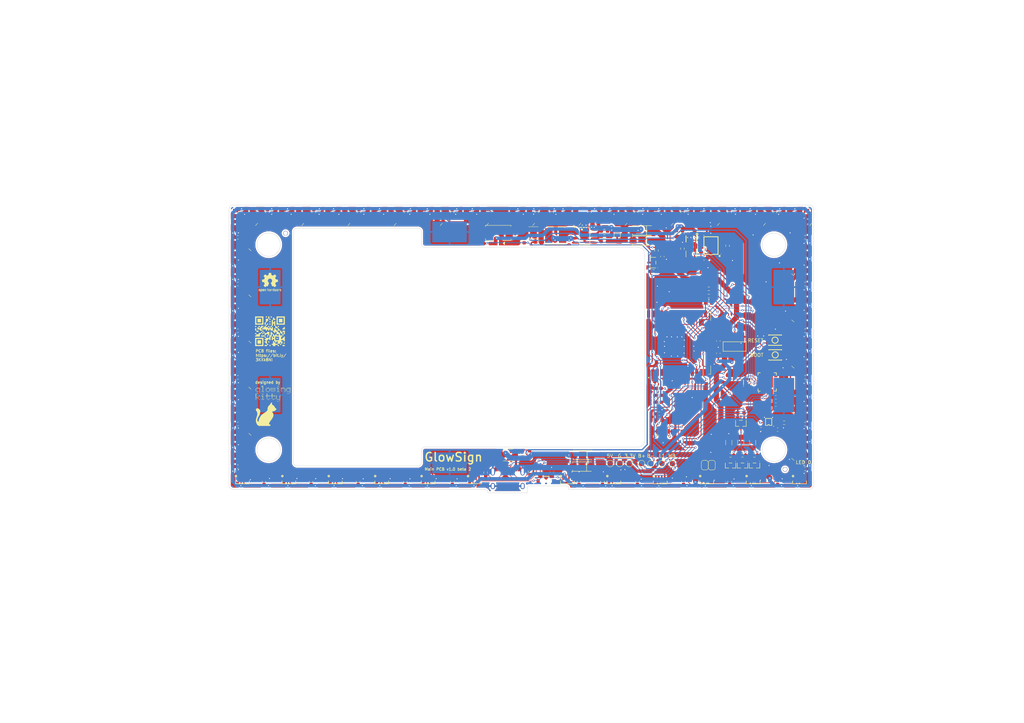
<source format=kicad_pcb>
(kicad_pcb (version 20211014) (generator pcbnew)
  (layers (0 "F.Cu" signal) (31 "B.Cu" signal) (34 "B.Paste" user) (35 "F.Paste" user) (36 "B.SilkS" user "B.Silkscreen") (37 "F.SilkS" user "F.Silkscreen") (38 "B.Mask" user) (39 "F.Mask" user) (44 "Edge.Cuts" user))
  (net 0 "")
  (net 1 "GND")
  (net 2 "+3V3")
  (net 3 "+5V")
  (net 4 "EN")
  (net 5 "IO0")
  (net 6 "Net-(R1-Pad1)")
  (net 7 "LED1 DATA OUT")
  (net 8 "USB-C CC1")
  (net 9 "USB-C CC2")
  (net 10 "Net-(R4-Pad1)")
  (net 11 "Net-(R5-Pad1)")
  (net 12 "IO16{slash}LED1")
  (net 13 "+BATT")
  (net 14 "-BATT")
  (net 15 "IO32{slash}SD")
  (net 16 "IO14{slash}SCK")
  (net 17 "Net-(F1-Pad1)")
  (net 24 "IO15{slash}WS")
  (net 26 "Net-(R12-Pad2)")
  (net 27 "Net-(R13-Pad2)")
  (net 29 "Net-(R14-Pad1)")
  (net 30 "RXD0")
  (net 31 "TXD0")
  (net 32 "Net-(R15-Pad1)")
  (net 33 "Net-(F1-Pad2)")
  (net 38 "USB-C DATA+")
  (net 39 "USB-C DATA-")
  (net 40 "RTS")
  (net 41 "DTR")
  (net 54 "IO23{slash}LEDPOWER")
  (net 56 "Net-(D10-Pad2)")
  (net 57 "Net-(D11-Pad2)")
  (net 58 "Net-(D12-Pad2)")
  (net 59 "Net-(D13-Pad2)")
  (net 60 "Net-(D14-Pad2)")
  (net 61 "Net-(D15-Pad2)")
  (net 62 "Net-(D16-Pad2)")
  (net 63 "Net-(D18-Pad2)")
  (net 64 "Net-(D19-Pad2)")
  (net 65 "Net-(D20-Pad2)")
  (net 66 "Net-(D21-Pad2)")
  (net 67 "Net-(D22-Pad2)")
  (net 68 "Net-(D23-Pad2)")
  (net 69 "Net-(D24-Pad2)")
  (net 70 "Net-(D25-Pad2)")
  (net 71 "Net-(D27-Pad3)")
  (net 72 "Net-(D28-Pad3)")
  (net 73 "Net-(D29-Pad3)")
  (net 90 "Net-(U11-Pad1)")
  (net 92 "Net-(U11-Pad3)")
  (net 93 "Net-(D17-Pad2)")
  (net 94 "Net-(D30-Pad3)")
  (net 96 "IO18{slash}MAINBUTTON")
  (net 97 "VBUS")
  (net 98 "LED 5V")
  (net 99 "Net-(D3-Pad2)")
  (net 100 "Net-(D5-Pad2)")
  (net 101 "Net-(D6-Pad2)")
  (net 102 "Net-(D7-Pad2)")
  (net 103 "Net-(D26-Pad3)")
  (net 104 "Net-(D32-Pad3)")
  (net 105 "Net-(D33-Pad3)")
  (net 106 "Net-(D34-Pad3)")
  (net 107 "Net-(D35-Pad3)")
  (net 108 "Net-(D36-Pad3)")
  (net 110 "IO25{slash}VBUS")
  (net 111 "IO27{slash}BATT CHARGING")
  (net 112 "IO26{slash}BATT VOLT")
  (net 116 "IO19")
  (net 117 "Net-(D4-Pad2)")
  (net 118 "Net-(D8-Pad2)")
  (net 119 "Net-(D10-Pad4)")
  (net 120 "Net-(D31-Pad3)")
  (net 121 "Net-(R18-Pad1)")
  (net 122 "Net-(C13-Pad1)")
  (net 123 "Net-(C16-Pad1)")
  (net 124 "Net-(L1-Pad2)")
  (net 125 "Net-(R17-Pad1)")
  (net 126 "Net-(R22-Pad1)")
  (net 127 "Net-(C12-Pad1)")
  (footprint "Capacitor_SMD:C_0603_1608Metric_Pad1.08x0.95mm_HandSolder" (layer "F.Cu") (at 155.6512 61.468 -90)
    (fp_text reference "C30" hide)
    (fp_text value "0.1uf")
  )
  (footprint "Resistor_SMD:R_0603_1608Metric_Pad0.98x0.95mm_HandSolder" (layer "F.Cu") (at 175.26 68.4276)
    (fp_text reference "R22" hide)
    (fp_text value "36K")
  )
  (footprint "Capacitor_SMD:C_0603_1608Metric_Pad1.08x0.95mm_HandSolder" (layer "F.Cu") (at 224.6884 61.468 -90)
    (fp_text reference "C24" hide)
    (fp_text value "0.1uf")
  )
  (footprint "Capacitor_SMD:C_1206_3216Metric_Pad1.33x1.80mm_HandSolder" (layer "F.Cu") (at 211.328 128.27 90)
    (fp_text reference "C56" hide)
    (fp_text value "220uF")
  )
  (footprint "footprint:WIFI-SMD_ESP32-WROOM-32E" (layer "F.Cu") (at 194.2592 100.1776 90)
    (fp_text reference "U4" hide)
    (fp_text value "ESP32-WROOM-32E")
  )
  (footprint "Resistor_SMD:R_0603_1608Metric_Pad0.98x0.95mm_HandSolder" (layer "F.Cu") (at 210.989106 71.164601 90)
    (fp_text reference "R14" hide)
    (fp_text value "5.1K")
  )
  (footprint "LED_SMD:LED_WS2812B_PLCC4_5.0x5.0mm_P3.2mm" (layer "F.Cu") (at 110.93275 62.5611)
    (fp_text reference "D17" hide)
    (fp_text value "WS2812B")
  )
  (footprint "LED_SMD:LED_WS2812B_PLCC4_5.0x5.0mm_P3.2mm" (layer "F.Cu") (at 191.26945 62.5611)
    (fp_text reference "D11" hide)
    (fp_text value "WS2812B")
  )
  (footprint "Capacitor_SMD:C_0603_1608Metric_Pad1.08x0.95mm_HandSolder" (layer "F.Cu") (at 167.894 139.5984 90)
    (fp_text reference "C47" hide)
    (fp_text value "0.1uf")
  )
  (footprint "Capacitor_SMD:C_0603_1608Metric_Pad1.08x0.95mm_HandSolder" (layer "F.Cu") (at 225.48522 124.496537)
    (fp_text reference "C54" hide)
    (fp_text value "0.1uF")
  )
  (footprint "footprint:SMA_L4.4-W2.8-LS5.4-RD" (layer "F.Cu") (at 186.1312 69.697575 180)
    (fp_text reference "U6" hide)
    (fp_text value "SS54")
  )
  (footprint "Capacitor_SMD:C_0603_1608Metric_Pad1.08x0.95mm_HandSolder" (layer "F.Cu") (at 211.5312 61.468 -90)
    (fp_text reference "C25" hide)
    (fp_text value "0.1uf")
  )
  (footprint "Resistor_SMD:R_0603_1608Metric_Pad0.98x0.95mm_HandSolder" (layer "F.Cu") (at 190.334213 72.5424 -90)
    (fp_text reference "R16" hide)
    (fp_text value "100K")
  )
  (footprint "Fuse:Fuse_1812_4532Metric_Pad1.30x3.40mm_HandSolder" (layer "F.Cu") (at 154.686 67.3627)
    (fp_text reference "F2" hide)
    (fp_text value "BSMD1812-300-16V")
  )
  (footprint "LED_SMD:LED_WS2812B_PLCC4_5.0x5.0mm_P3.2mm" (layer "F.Cu") (at 151.1011 62.5611)
    (fp_text reference "D14" hide)
    (fp_text value "WS2812B")
  )
  (footprint "Resistor_SMD:R_0603_1608Metric_Pad0.98x0.95mm_HandSolder" (layer "F.Cu") (at 214.8332 119.6848)
    (fp_text reference "R19" hide)
    (fp_text value "10K")
  )
  (footprint "LED_SMD:LED_WS2812B_PLCC4_5.0x5.0mm_P3.2mm" (layer "F.Cu") (at 231.4378 62.5611)
    (fp_text reference "D8" hide)
    (fp_text value "WS2812B")
  )
  (footprint "Fuse:Fuse_1812_4532Metric_Pad1.30x3.40mm_HandSolder" (layer "F.Cu") (at 147.32 131.8768 180)
    (fp_text reference "F1" hide)
    (fp_text value "BSMD1812-300-16V")
  )
  (footprint "LED_SMD:LED_WS2812B_PLCC4_5.0x5.0mm_P3.2mm" (layer "F.Cu") (at 232.3108 129.5061 -90)
    (fp_text reference "D3" hide)
    (fp_text value "WS2812B")
  )
  (footprint "footprint:LED-SMD_WS2812B-4020" (layer "F.Cu") (at 97.2312 139.3444 180)
    (fp_text reference "D28" hide)
    (fp_text value "WS2812B-4020")
  )
  (footprint "LOGO" (layer "F.Cu") (at 79.0702 116.6368)
    (fp_text reference "logo" hide)
    (fp_text value "LOGO" hide)
  )
  (footprint "footprint:SW-SMD_TS24CA" (layer "F.Cu") (at 158.3436 139.7508 180)
    (fp_text reference "SW3" hide)
    (fp_text value "TS24CA")
  )
  (footprint "LED_SMD:LED_WS2812B_PLCC4_5.0x5.0mm_P3.2mm" (layer "F.Cu") (at 97.5433 62.5611)
    (fp_text reference "D18" hide)
    (fp_text value "WS2812B")
  )
  (footprint "Resistor_SMD:R_0603_1608Metric_Pad0.98x0.95mm_HandSolder" (layer "F.Cu") (at 140.8176 136.9568 -90)
    (fp_text reference "R2" hide)
    (fp_text value "5.1K")
  )
  (footprint "Resistor_SMD:R_0603_1608Metric_Pad0.98x0.95mm_HandSolder" (layer "F.Cu") (at 215.2904 131.9784 180)
    (fp_text reference "R20" hide)
    (fp_text value "10K")
  )
  (footprint "footprint:SOP-8_L4.9-W3.9-P1.27-LS6.0-BL-EP" (layer "F.Cu") (at 169.509853 68.348206 -90)
    (fp_text reference "U5" hide)
    (fp_text value "FP6276BXR-G1")
  )
  (footprint "Capacitor_SMD:C_0603_1608Metric_Pad1.08x0.95mm_HandSolder" (layer "F.Cu") (at 68.9853 135.2296)
    (fp_text reference "C41" hide)
    (fp_text value "0.1uf")
  )
  (footprint "Capacitor_SMD:C_0603_1608Metric_Pad1.08x0.95mm_HandSolder" (layer "F.Cu") (at 208.28 102.362 -90)
    (fp_text reference "C7" hide)
    (fp_text value "10uF")
  )
  (footprint "LED_SMD:LED_WS2812B_PLCC4_5.0x5.0mm_P3.2mm" (layer "F.Cu") (at 70.7644 62.5611)
    (fp_text reference "D20" hide)
    (fp_text value "WS2812B")
  )
  (footprint "Resistor_SMD:R_0603_1608Metric_Pad0.98x0.95mm_HandSolder" (layer "F.Cu") (at 218.7448 131.9784 180)
    (fp_text reference "R18" hide)
    (fp_text value "10K")
  )
  (footprint "Capacitor_SMD:C_0603_1608Metric_Pad1.08x0.95mm_HandSolder" (layer "F.Cu") (at 68.9853 82.2706)
    (fp_text reference "C37" hide)
    (fp_text value "0.1uf")
  )
  (footprint "Capacitor_SMD:C_0603_1608Metric_Pad1.08x0.95mm_HandSolder" (layer "F.Cu") (at 156.1592 70.104 180)
    (fp_text reference "C12" hide)
    (fp_text value "22uF")
  )
  (footprint "LED_SMD:LED_WS2812B_PLCC4_5.0x5.0mm_P3.2mm" (layer "F.Cu") (at 177.88 62.5611)
    (fp_text reference "D12" hide)
    (fp_text value "WS2812B")
  )
  (footprint "Resistor_SMD:R_0603_1608Metric_Pad0.98x0.95mm_HandSolder" (layer "F.Cu") (at 175.2581 66.9036)
    (fp_text reference "R17" hide)
    (fp_text value "62K")
  )
  (footprint "footprint:SOT-23-3_L2.9-W1.6-P1.90-LS2.8-BR" (layer "F.Cu") (at 214.8332 122.682 90)
    (fp_text reference "U12" hide)
    (fp_text value "AO3400A")
  )
  (footprint "footprint:QFN-28_L5.0-W5.0-P0.50-BL-EP" (layer "F.Cu") (at 222.452997 110.67053)
    (fp_text reference "U7" hide)
    (fp_text value "CP2102-GMR")
  )
  (footprint "LED_SMD:LED_WS2812B_PLCC4_5.0x5.0mm_P3.2mm" (layer "F.Cu") (at 204.6589 62.5611)
    (fp_text reference "D10" hide)
    (fp_text value "WS2812B")
  )
  (footprint "LED_SMD:LED_WS2812B_PLCC4_5.0x5.0mm_P3.2mm" (layer "F.Cu") (at 232.3108 102.7281 -90)
    (fp_text reference "D5" hide)
    (fp_text value "WS2812B")
  )
  (footprint "TestPoint:TestPoint_Pad_D1.5mm" (layer "F.Cu") (at 191.9732 134.366)
    (fp_text reference "TP1" hide)
    (fp_text value "TestPoint")
  )
  (footprint "Capacitor_SMD:C_0603_1608Metric_Pad1.08x0.95mm_HandSolder" (layer "F.Cu") (at 131.1148 61.468 -90)
    (fp_text reference "C31" hide)
    (fp_text value "0.1uf")
  )
  (footprint "Resistor_SMD:R_0603_1608Metric_Pad0.98x0.95mm_HandSolder" (layer "F.Cu") (at 189.521413 78.5876)
    (fp_text reference "R12" hide)
    (fp_text value "100K")
  )
  (footprint "Capacitor_SMD:C_0603_1608Metric_Pad1.08x0.95mm_HandSolder" (layer "F.Cu") (at 68.9853 109.347)
    (fp_text reference "C39" hide)
    (fp_text value "0.1uf")
  )
  (footprint "Capacitor_SMD:C_0603_1608Metric_Pad1.08x0.95mm_HandSolder" (layer "F.Cu") (at 131.1667 139.5984 90)
    (fp_text reference "C46" hide)
    (fp_text value "0.1uf")
  )
  (footprint "footprint:ESOP-8_L4.9-W3.9-P1.27-LS6.0-BL-EP" (layer "F.Cu") (at 206.159106 71.094601 90)
    (fp_text reference "U10" hide)
    (fp_text value "TP4056")
  )
  (footprint "TestPoint:TestPoint_Pad_D1.5mm" (layer "F.Cu") (at 186.0296 134.366)
    (fp_text reference "TP4" hide)
    (fp_text value "TestPoint")
  )
  (footprint "footprint:VSSOP-8_L2.4-W2.1-P0.50-LS3.2-BR" (layer "F.Cu") (at 222.884489 122.279639)
    (fp_text reference "U3" hide)
    (fp_text value "SN74LVC2T45DCUR")
  )
  (footprint "LED_SMD:LED_WS2812B_PLCC4_5.0x5.0mm_P3.2mm" (layer "F.Cu") (at 70.0644 116.1171 90)
    (fp_text reference "D24" hide)
    (fp_text value "WS2812B")
  )
  (footprint "Capacitor_SMD:C_0603_1608Metric_Pad1.08x0.95mm_HandSolder" (layer "F.Cu") (at 68.9853 68.7324)
    (fp_text reference "C36" hide)
    (fp_text value "0.1uf")
  )
  (footprint "Capacitor_SMD:C_0603_1608Metric_Pad1.08x0.95mm_HandSolder" (layer "F.Cu") (at 197.9168 61.468 -90)
    (fp_text reference "C26" hide)
    (fp_text value "0.1uf")
  )
  (footprint "footprint:LED-SMD_WS2812B-4020" (layer "F.Cu") (at 191.4652 139.3444 180)
    (fp_text reference "D34" hide)
    (fp_text value "WS2812B-4020")
  )
  (footprint "footprint:LED-SMD_WS2812B-4020" (layer "F.Cu") (at 70.3072 139.3444 180)
    (fp_text reference "D26" hide)
    (fp_text value "WS2812B-4020")
  )
  (footprint "Jumper:SolderJumper-2_P1.3mm_Open_RoundedPad1.0x1.5mm" (layer "F.Cu") (at 206.4004 134.8232 -90)
    (fp_text reference "JP2" hide)
    (fp_text value "SolderJumper_2_Open")
  )
  (footprint "Capacitor_SMD:C_0603_1608Metric_Pad1.08x0.95mm_HandSolder" (layer "F.Cu") (at 174.7012 139.5984 90)
    (fp_text reference "C48" hide)
    (fp_text value "0.1uf")
  )
  (footprint "footprint:LED-SMD_WS2812B-4020" (layer "F.Cu") (at 164.5412 139.3444 180)
    (fp_text reference "D32" hide)
    (fp_text value "WS2812B-4020")
  )
  (footprint "footprint:SOT-23-3_L2.9-W1.3-P1.90-LS2.4-BR" (layer "F.Cu") (at 211.836 134.9248 90)
    (fp_text reference "U16" hide)
    (fp_text value "AP40P05")
  )
  (footprint "footprint:SMA_L4.4-W2.8-LS5.4-RD" (layer "F.Cu") (at 186.1312 66.7004 180)
    (fp_text reference "U15" hide)
    (fp_text value "SS54")
  )
  (footprint "footprint:SOT-223-4_L6.5-W3.5-P2.30-LS7.0-BR" (layer "F.Cu") (at 213.0044 100.39975 90)
    (fp_text reference "U18" hide)
    (fp_text value "BL1117-33CX")
  )
  (footprint "Resistor_SMD:R_0603_1608Metric_Pad0.98x0.95mm_HandSolder" (layer "F.Cu") (at 151.545405 131.572 90)
    (fp_text reference "R11" hide)
    (fp_text value "100K")
  )
  (footprint "Capacitor_SMD:C_0603_1608Metric_Pad1.08x0.95mm_HandSolder" (layer "F.Cu") (at 103.86115 139.5984 90)
    (fp_text reference "C44" hide)
    (fp_text value "0.1uf")
  )
  (footprint "LED_SMD:LED_WS2812B_PLCC4_5.0x5.0mm_P3.2mm" (layer "F.Cu") (at 70.0644 102.7281 90)
    (fp_text reference "D23" hide)
    (fp_text value "WS2812B")
  )
  (footprint "Capacitor_SMD:C_1206_3216Metric_Pad1.33x1.80mm_HandSolder" (layer "F.Cu") (at 218.2368 128.27 90)
    (fp_text reference "C3" hide)
    (fp_text value "220uF")
  )
  (footprint "LED_SMD:LED_WS2812B_PLCC4_5.0x5.0mm_P3.2mm" (layer "F.Cu") (at 137.71165 62.5611)
    (fp_text reference "D15" hide)
    (fp_text value "WS2812B")
  )
  (footprint "Capacitor_SMD:C_0603_1608Metric_Pad1.08x0.95mm_HandSolder" (layer "F.Cu") (at 68.9853 95.8088)
    (fp_text reference "C38" hide)
    (fp_text value "0.1uf")
  )
  (footprint "Capacitor_SMD:C_0603_1608Metric_Pad1.08x0.95mm_HandSolder" (layer "F.Cu") (at 68.9853 122.8852)
    (fp_text reference "C40" hide)
    (fp_text value "0.1uf")
  )
  (footprint "footprint:LED-SMD_WS2812B-4020" (layer "F.Cu") (at 231.8512 139.3444 180)
    (fp_text reference "D37" hide)
    (fp_text value "WS2812B-4020")
  )
  (footprint "footprint:SW-SMD_4P-L3.7-W3.0-P1.50-LS4.7" (layer "F.Cu") (at 224.7392 98.552)
    (fp_text reference "SW1" hide)
    (fp_text value "TS-1185EC-C-D-B")
  )
  (footprint "Resistor_SMD:R_0603_1608Metric_Pad0.98x0.95mm_HandSolder" (layer "F.Cu") (at 151.0792 70.3072 180)
    (fp_text reference "R8" hide)
    (fp_text value "100K")
  )
  (footprint "footprint:LED-SMD_WS2812B-4020" (layer "F.Cu") (at 178.0032 139.3444 180)
    (fp_text reference "D33" hide)
    (fp_text value "WS2812B-4020")
  )
  (footprint "LED_SMD:LED_WS2812B_PLCC4_5.0x5.0mm_P3.2mm" (layer "F.Cu") (at 232.3108 116.1171 -90)
    (fp_text reference "D4" hide)
    (fp_text value "WS2812B")
  )
  (footprint "Capacitor_SMD:C_0603_1608Metric_Pad1.08x0.95mm_HandSolder" (layer "F.Cu") (at 233.426 122.8852 180)
    (fp_text reference "C19" hide)
    (fp_text value "0.1uf")
  )
  (footprint "Capacitor_SMD:C_0603_1608Metric_Pad1.08x0.95mm_HandSolder" (layer "F.Cu") (at 117.7036 61.468 -90)
    (fp_text reference "C32" hide)
    (fp_text value "0.1uf")
  )
  (footprint "Capacitor_SMD:C_0603_1608Metric_Pad1.08x0.95mm_HandSolder" (layer "F.Cu") (at 204.089106 67.594601)
    (fp_text reference "C14" hide)
    (fp_text value "10uF")
  )
  (footprint "LED_SMD:LED_WS2812B_PLCC4_5.0x5.0mm_P3.2mm" (layer "F.Cu") (at 84.15385 62.5611)
    (fp_text reference "D19" hide)
    (fp_text value "WS2812B")
  )
  (footprint "Capacitor_SMD:C_0603_1608Metric_Pad1.08x0.95mm_HandSolder" (layer "F.Cu") (at 90.9828 61.468 -90)
    (fp_text reference "C34" hide)
    (fp_text value "0.1uf")
  )
  (footprint "footprint:SMA_L4.4-W2.8-LS5.4-RD" (layer "F.Cu") (at 168.91 131.8768 180)
    (fp_text reference "U17" hide)
    (fp_text value "SS54")
  )
  (footprint "Resistor_SMD:R_0603_1608Metric_Pad0.98x0.95mm_HandSolder" (layer "F.Cu") (at 141.224 70.5104 180)
    (fp_text reference "R9" hide)
    (fp_text value "100K")
  )
  (footprint "Capacitor_SMD:C_0603_1608Metric_Pad1.08x0.95mm_HandSolder" (layer "F.Cu") (at 184.8231 139.5984 90)
    (fp_text reference "C49" hide)
    (fp_text value "0.1uf")
  )
  (footprint "LED_SMD:LED_WS2812B_PLCC4_5.0x5.0mm_P3.2mm" (layer "F.Cu") (at 124.3222 62.5611)
    (fp_text reference "D16" hide)
    (fp_text value "WS2812B")
  )
  (footprint "Capacitor_SMD:C_0603_1608Metric_Pad1.08x0.95mm_HandSolder" (layer "F.Cu") (at 191.1604 119.9388 180)
    (fp_text reference "C53" hide)
    (fp_text value "10uF")
  )
  (footprint "footprint:LED-SMD_WS2812B-4020" (layer "F.Cu") (at 110.6932 139.3444 180)
    (fp_text reference "D29" hide)
    (fp_text value "WS2812B-4020")
  )
  (footprint "footprint:SC-70-6_L2.2-W1.3-P0.65-LS2.1-BR" (layer "F.Cu") (at 216.692997 110.799671 -90)
    (fp_text reference "U8" hide)
    (fp_text value "UMH3N")
  )
  (footprint "footprint:USB-3.1-SMD_U262-161N-4BVC11" (layer "F.Cu") (at 147.1184 139.58492)
    (fp_text reference "USB1" hide)
    (fp_text value "U262-161N-4BVC11")
  )
  (footprint "footprint:LED-SMD_WS2812B-4020" (layer "F.Cu") (at 218.3892 139.3444 180)
    (fp_text reference "D36" hide)
    (fp_text value "WS2812B-4020")
  )
  (footprint "Capacitor_SMD:C_0603_1608Metric_Pad1.08x0.95mm_HandSolder" (layer "F.Cu") (at 197.878706 67.630001 -90)
    (fp_text reference "C15" hide)
    (fp_text value "0.1uF")
  )
  (footprint "TestPoint:TestPoint_Pad_D1.5mm" (layer "F.Cu") (at 179.7304 134.366)
    (fp_text reference "TP7" hide)
    (fp_text value "TestPoint")
  )
  (footprint "TestPoint:TestPoint_Pad_D1.5mm" (layer "F.Cu") (at 176.9364 134.366)
    (fp_text reference "TP8" hide)
    (fp_text value "TestPoint")
  )
  (footprint "Capacitor_SMD:C_0603_1608Metric_Pad1.08x0.95mm_HandSolder" (layer "F.Cu") (at 172.6692 64.8716)
    (fp_text reference "C16" hide)
    (fp_text value "22uF")
  )
  (footprint "LED_SMD:LED_WS2812B_PLCC4_5.0x5.0mm_P3.2mm" (layer "F.Cu") (at 218.04835 62.5611)
    (fp_text reference "D9" hide)
    (fp_text value "WS2812B")
  )
  (footprint "TestPoint:TestPoint_Pad_D1.5mm" (layer "F.Cu") (at 194.9704 134.366)
    (fp_text reference "TP2" hide)
    (fp_text value "TestPoint")
  )
  (footprint "LED_SMD:LED_WS2812B_PLCC4_5.0x5.0mm_P3.2mm" (layer "F.Cu") (at 232.3108 75.9501 -90)
    (fp_text reference "D7" hide)
    (fp_text value "WS2812B")
  )
  (footprint "Capacitor_SMD:C_0603_1608Metric_Pad1.08x0.95mm_HandSolder" (layer "F.Cu") (at 76.5556 139.5984 90)
    (fp_text reference "C42" hide)
    (fp_text value "0.1uf")
  )
  (footprint "Resistor_SMD:R_0603_1608Metric_Pad0.98x0.95mm_HandSolder" (layer "F.Cu") (at 227.36482 122.515337)
    (fp_text reference "R1" hide)
    (fp_text value "62")
  )
  (footprint "Capacitor_SMD:C_0603_1608Metric_Pad1.08x0.95mm_HandSolder" (layer "F.Cu") (at 233.426 82.2706 180)
    (fp_text reference "C22" hide)
    (fp_text value "0.1uf")
  )
  (footprint "Resistor_SMD:R_0603_1608Metric_Pad0.98x0.95mm_HandSolder" (layer "F.Cu") (at 153.67 136.652 -90)
    (fp_text reference "R3" hide)
    (fp_text value "5.1K")
  )
  (footprint "Capacitor_SMD:C_0603_1608Metric_Pad1.08x0.95mm_HandSolder" (layer "F.Cu") (at 233.426 109.347 180)
    (fp_text reference "C20" hide)
    (fp_text value "0.1uf")
  )
  (footprint "Capacitor_SMD:C_0603_1608Metric_Pad1.08x0.95mm_HandSolder" (layer "F.Cu") (at 159.9692 61.468 -90)
    (fp_text reference "C29" hide)
    (fp_text value "0.1uf")
  )
  (footprint "LED_SMD:LED_WS2812B_PLCC4_5.0x5.0mm_P3.2mm" (layer "F.Cu") (at 70.0644 129.5061 90)
    (fp_text reference "D25" hide)
    (fp_text value "WS2812B")
  )
  (footprint "LED_SMD:LED_WS2812B_PLCC4_5.0x5.0mm_P3.2mm" (layer "F.Cu") (at 70.0644 89.3391 90)
    (fp_text reference "D22" hide)
    (fp_text value "WS2812B")
  )
  (footprint "footprint:SOT-23-3_L2.9-W1.3-P1.90-LS2.4-BR" (layer "F.Cu") (at 215.3158 134.9248 90)
    (fp_text reference "U14" hide)
    (fp_text value "AP40P05")
  )
  (footprint "footprint:LED-SMD_WS2812B-4020" (layer "F.Cu") (at 204.9272 139.3444 180)
    (fp_text reference "D35" hide)
    (fp_text value "WS2812B-4020")
  )
  (footprint "footprint:SMA_L4.4-W2.8-LS5.4-RD" (layer "F.Cu") (at 168.7576 135.2296 180)
    (fp_text reference "U2" hide)
    (fp_text value "SS54")
  )
  (footprint "LED_SMD:LED_WS2812B_PLCC4_5.0x5.0mm_P3.2mm" (layer "F.Cu") (at 232.3108 89.3391 -90)
    (fp_text reference "D6" hide)
    (fp_text value "WS2812B")
  )
  (footprint "Capacitor_SMD:C_0603_1608Metric_Pad1.08x0.95mm_HandSolder" (layer "F.Cu") (at 170.942 61.468 -90)
    (fp_text reference "C28" hide)
    (fp_text value "0.1uf")
  )
  (footprint "footprint:SOT-23-6_L2.9-W1.6-P0.95-LS2.8-BL" (layer "F.Cu") (at 200.449506 73.554201 180)
    (fp_text reference "U11" hide)
    (fp_text value "DW01A")
  )
  (footprint "LOGO" (layer "F.Cu") (at 78.2828 95.9612)
    (fp_text reference "qrcode" hide)
    (fp_text value "LOGO" hide)
  )
  (footprint "Symbol:OSHW-Logo2_7.3x6mm_SilkScreen" (layer "F.Cu") (at 78.2828 81.788)
    (fp_text reference "OSHW logo" hide)
    (fp_text value "OSHW-Logo2_7.3x6mm_SilkScreen" hide)
  )
  (footprint "Capacitor_SMD:C_0603_1608Metric_Pad1.08x0.95mm_HandSolder" (layer "F.Cu") (at 204.131106 74.822201 180)
    (fp_text reference "C11" hide)
    (fp_text value "10uF")
  )
  (footprint "Resistor_SMD:R_0603_1608Metric_Pad0.98x0.95mm_HandSolder" (layer "F.Cu") (at 190.81705 114.554 180)
    (fp_text reference "R6" hide)
    (fp_text value "10K")
  )
  (footprint "Capacitor_SMD:C_0603_1608Metric_Pad1.08x0.95mm_HandSolder" (layer "F.Cu") (at 184.4548 61.468 -90)
    (fp_text reference "C27" hide)
    (fp_text value "0.1uf")
  )
  (footprint "Capacitor_SMD:C_0603_1608Metric_Pad1.08x0.95mm_HandSolder" (layer "F.Cu") (at 117.513925 139.5984 90)
    (fp_text reference "C45" hide)
    (fp_text value "0.1uf")
  )
  (footprint "Capacitor_SMD:C_0603_1608Metric_Pad1.08x0.95mm_HandSolder" (layer "F.Cu") (at 224.972997 117.25053 180)
    (fp_text reference "C4" hide)
    (fp_text value "4.7uF 6.3V 10%")
  )
  (footprint "Capacitor_SMD:C_1206_3216Metric_Pad1.33x1.80mm_HandSolder" (layer "F.Cu") (at 178.9684 68.2244 -90)
    (fp_text reference "C17" hide)
    (fp_text value "100uF")
  )
  (footprint "TestPoint:TestPoint_Pad_D1.5mm" (layer "F.Cu") (at 182.4736 134.366)
    (fp_text reference "TP6" hide)
    (fp_text value "TestPoint")
  )
  (footprint "Resistor_SMD:R_0603_1608Metric_Pad0.98x0.95mm_HandSolder" (layer "F.Cu") (at 153.5684 131.572 -90)
    (fp_text reference "R10" hide)
    (fp_text value "100K")
  )
  (footprint "Resistor_SMD:R_0603_1608Metric_Pad0.98x0.95mm_HandSolder" (layer "F.Cu") (at 211.836 131.9784 180)
    (fp_text reference "R21" hide)
    (fp_text value "10K")
  )
  (footprint "Capacitor_SMD:C_0603_1608Metric_Pad1.08x0.95mm_HandSolder" (layer "F.Cu") (at 225.5012 139.5984 90)
    (fp_text reference "C52" hide)
    (fp_text value "0.1uf")
  )
  (footprint "Capacitor_SMD:C_0603_1608Metric_Pad1.08x0.95mm_HandSolder" (layer "F.Cu") (at 220.66112 124.445737 180)
    (fp_text reference "C2" hide)
    (fp_text value "0.1uF")
  )
  (footprint "Capacitor_SMD:C_0603_1608Metric_Pad1.08x0.95mm_HandSolder" (layer "F.Cu") (at 104.0892 61.468 -90)
    (fp_text reference "C33" hide)
    (fp_text value "0.1uf")
  )
  (footprint "footprint:SOT-23-6_L2.9-W1.6-P0.95-LS2.8-BR" (layer "F.Cu") (at 200.469506 69.164201 90)
    (fp_text reference "U9" hide)
    (fp_text value "FS8205A")
  )
  (footprint "footprint:MIC-SMD_8P-L3.0-W4.0-P0.85-BL" (layer "F.Cu") (at 192.1256 125.0188 180)
    (fp_text reference "U20" hide)
    (fp_text value "MSM261D4030H1CPM")
  )
  (footprint "footprint:SOT-23-3_L2.9-W1.3-P1.90-LS2.4-BR" (layer "F.Cu") (at 218.7956 134.9248 90)
    (fp_text reference "U13" hide)
    (fp_text value "AP40P05")
  )
  (footprint "Capacitor_SMD:C_0603_1608Metric_Pad1.08x0.95mm_HandSolder" (layer "F.Cu") (at 190.81705 112.534 180)
    (fp_text reference "C8" hide)
    (fp_text value "1uF")
  )
  (footprint "Capacitor_SMD:C_0603_1608Metric_Pad1.08x0.95mm_HandSolder" (layer "F.Cu") (at 77.5716 61.468 -90)
    (fp_text reference "C35" hide)
    (fp_text value "0.1uf")
  )
  (footprint "footprint:LED-SMD_WS2812B-4020" (layer "F.Cu") (at 83.7692 139.3444 180)
    (fp_text reference "D27" hide)
    (fp_text value "WS2812B-4020")
  )
  (footprint "footprint:SOT-23-3_L3.0-W1.7-P0.95-LS2.9-BR" (layer "F.Cu") (at 189.318213 76.0476)
    (fp_text reference "U1" hide)
    (fp_text value "S8050")
  )
  (footprint "Jumper:SolderJumper-2_P1.3mm_Open_RoundedPad1.0x1.5mm" (layer "F.Cu") (at 204.3684 134.8128 -90)
    (fp_text reference "JP1" hide)
    (fp_text value "SolderJumper_2_Open")
  )
  (footprint "LED_SMD:LED_WS2812B_PLCC4_5.0x5.0mm_P3.2mm" (layer "F.Cu") (at 164.49055 62.5611)
    (fp_text reference "D13" hide)
    (fp_text value "WS2812B")
  )
  (footprint "LED_SMD:LED_WS2812B_PLCC4_5.0x5.0mm_P3.2mm" (layer "F.Cu") (at 70.0644 75.9501 90)
    (fp_text reference "D21" hide)
    (fp_text value "WS2812B")
  )
  (footprint "Capacitor_SMD:C_0603_1608Metric_Pad1.08x0.95mm_HandSolder" (layer "F.Cu") (at 224.972997 115.15053)
    (fp_text reference "C6" hide)
    (fp_text value "0.1uF")
  )
  (footprint "Capacitor_SMD:C_0603_1608Metric_Pad1.08x0.95mm_HandSolder" (layer "F.Cu") (at 188.97105 110.5104)
    (fp_text reference "C1" hide)
    (fp_text value "10uF")
  )
  (footprint "footprint:LED-SMD_WS2812B-4020" (layer "F.Cu") (at 124.1552 139.3444 180)
    (fp_text reference "D30" hide)
    (fp_text value "WS2812B-4020")
  )
  (footprint "Resistor_SMD:R_0603_1608Metric_Pad0.98x0.95mm_HandSolder" (layer "F.Cu") (at 197.878706 71.998801 -90)
    (fp_text reference "R13" hide)
    (fp_text value "1K")
  )
  (footprint "Capacitor_SMD:C_0603_1608Metric_Pad1.08x0.95mm_HandSolder" (layer "F.Cu") (at 198.1962 139.5984 90)
    (fp_text reference "C50" hide)
    (fp_text value "0.1uf")
  )
  (footprint "TestPoint:TestPoint_Pad_D1.5mm" (layer "F.Cu") (at 188.7668 134.366)
    (fp_text reference "TP5" hide)
    (fp_text value "TestPoint")
  )
  (footprint "footprint:LED-SMD_WS2812B-4020" (layer "F.Cu") (at 137.6172 139.3444 180)
    (fp_text reference "D31" hide)
    (fp_text value "WS2812B-4020")
  )
  (footprint "Capacitor_SMD:C_0603_1608Metric_Pad1.08x0.95mm_HandSolder" (layer "F.Cu") (at 233.426 135.89 180)
    (fp_text reference "C18" hide)
    (fp_text value "0.1uf")
  )
  (footprint "Resistor_SMD:R_0603_1608Metric_Pad0.98x0.95mm_HandSolder" (layer "F.Cu") (at 196.16385 67.640201 -90)
    (fp_text reference "R15" hide)
    (fp_text value "100")
  )
  (footprint "Resistor_SMD:R_0603_1608Metric_Pad0.98x0.95mm_HandSolder" (layer "F.Cu") (at 205.5368 85.7424)
    (fp_text reference "R7" hide)
    (fp_text value "10K")
  )
  (footprint "Capacitor_SMD:C_0603_1608Metric_Pad1.08x0.95mm_HandSolder" (layer "F.Cu") (at 191.1604 121.7188 180)
    (fp_text reference "C10" hide)
    (fp_text value "0.1uF")
  )
  (footprint "Resistor_SMD:R_0603_1608Metric_Pad0.98x0.95mm_HandSolder" (layer "F.Cu") (at 205.5368 83.6524 180)
    (fp_text reference "R5" hide)
    (fp_text value "220")
  )
  (footprint "Capacitor_SMD:C_0603_1608Metric_Pad1.08x0.95mm_HandSolder" (layer "F.Cu") (at 192.061413 74.2696 -90)
    (fp_text reference "C13" hide)
    (fp_text value "0.1uf")
  )
  (footprint "Capacitor_SMD:C_0603_1608Metric_Pad1.08x0.95mm_HandSolder" (layer "F.Cu") (at 205.5368 87.7824)
    (fp_text reference "C9" hide)
    (fp_text value "1uF")
  )
  (footprint "footprint:IND-SMD_L5.0-W5.0" (layer "F.Cu") (at 161.1376 68.1736 180)
    (fp_text reference "L1" hide)
    (fp_text value "CKCS5040-3_3UH_M")
  )
  (footprint "Resistor_SMD:R_0603_1608Metric_Pad0.98x0.95mm_HandSolder" (layer "F.Cu") (at 190.81705 116.574 180)
    (fp_text reference "R4" hide)
    (fp_text value "220")
  )
  (footprint "Capacitor_SMD:C_0603_1608Metric_Pad1.08x0.95mm_HandSolder" (layer "F.Cu") (at 208.28 98.806 90)
    (fp_text reference "C5" hide)
    (fp_text value "10uF")
  )
  (footprint "Capacitor_SMD:C_1206_3216Metric_Pad1.33x1.80mm_HandSolder" (layer "F.Cu") (at 214.7824 128.27 90)
    (fp_text reference "C55" hide)
    (fp_text value "220uF")
  )
  (footprint "Capacitor_SMD:C_0603_1608Metric_Pad1.08x0.95mm_HandSolder" (layer "F.Cu") (at 211.5693 139.5984 90)
    (fp_text reference "C51" hide)
    (fp_text value "0.1uf")
  )
  (footprint "footprint:CONN-SMD_2P-P1.25_L4.4-W7.4" (layer "F.Cu") (at 144.4752 69.0372 180)
    (fp_text reference "U26" hide)
    (fp_text value "M1250RS-02P")
  )
  (footprint "footprint:SW-SMD_4P-L3.7-W3.0-P1.50-LS4.7" (layer "F.Cu") (at 224.79 102.8192 180)
    (fp_text reference "SW2" hide)
    (fp_text value "TS-1185EC-C-D-B")
  )
  (footprint "Resistor_SMD:R_0603_1608Metric_Pad0.98x0.95mm_HandSolder" (layer "F.Cu") (at 175.2581 69.9535 180)
    (fp_text reference "R23" hide)
    (fp_text value "5.1K")
  )
  (footprint "Capacitor_SMD:C_0603_1608Metric_Pad1.08x0.95mm_HandSolder" (layer "F.Cu") (at 90.208375 139.5984 90)
    (fp_text reference "C43" hide)
    (fp_text value "0.1uf")
  )
  (footprint "Capacitor_SMD:C_0603_1608Metric_Pad1.08x0.95mm_HandSolder" (layer "F.Cu") (at 233.426 68.7324 180)
    (fp_text reference "C23" hide)
    (fp_text value "0.1uf")
  )
  (footprint "Capacitor_SMD:C_0603_1608Metric_Pad1.08x0.95mm_HandSolder" (layer "F.Cu") (at 233.426 95.8088 180)
    (fp_text reference "C21" hide)
    (fp_text value "0.1uf")
  )
  (footprint "footprint:Thermal pad" (layer "B.Cu") (at 131.8882 68.1395 90)
    (fp_text reference "P1" hide)
    (fp_text value "Thermal_Pad")
  )
  (footprint "footprint:Thermal pad" (layer "B.Cu") (at 131.8882 135.1447 90)
    (fp_text reference "P2" hide)
    (fp_text value "Thermal_Pad")
  )
  (footprint "footprint:Thermal pad" (layer "B.Cu") (at 79.3155 112.9678 180)
    (fp_text reference "P4" hide)
    (fp_text value "Thermal_Pad")
  )
  (footprint "footprint:Thermal pad" (layer "B.Cu") (at 79.3155 81.6242 180)
    (fp_text reference "P3" hide)
    (fp_text value "Thermal_Pad")
  )
  (footprint "footprint:Thermal pad" (layer "B.Cu") (at 228.2611 112.9678 180)
    (fp_text reference "P6" hide)
    (fp_text value "Thermal_Pad")
  )
  (footprint "footprint:Thermal pad" (layer "B.Cu") (at 228.2611 81.6242 180)
    (fp_text reference "P5" hide)
    (fp_text value "Thermal_Pad")
  )
  (gr_circle locked (center 224.4156 70.844117) (end 227.8156 70.844117) (layer "Edge.Cuts") (width 0.1) (fill none))
  (gr_arc locked (start 184.9156 71.594117) (mid 186.329814 72.179903) (end 186.9156 73.594117) (layer "Edge.Cuts") (width 0.1))
  (gr_arc locked (start 164.352792 140.844117) (mid 164.706351 140.990561) (end 164.852792 141.344117) (layer "Edge.Cuts") (width 0.1))
  (gr_arc locked (start 235.9156 140.594117) (mid 235.549483 141.478) (end 234.6656 141.844117) (layer "Edge.Cuts") (width 0.1))
  (gr_arc locked (start 186.9156 127.594117) (mid 186.329814 129.008331) (end 184.9156 129.594117) (layer "Edge.Cuts") (width 0.1))
  (gr_line locked (start 121.2156 135.060283) (end 86.1156 135.060283) (layer "Edge.Cuts") (width 0.1))
  (gr_arc locked (start 152.852792 141.344117) (mid 152.999238 140.990561) (end 153.352792 140.844117) (layer "Edge.Cuts") (width 0.1))
  (gr_line locked (start 141.483248 142.844117) (end 152.852792 142.844117) (layer "Edge.Cuts") (width 0.1))
  (gr_line locked (start 164.852792 141.344117) (end 164.852792 141.844117) (layer "Edge.Cuts") (width 0.1))
  (gr_line locked (start 67.6656 141.844117) (end 140.478308 141.844117) (layer "Edge.Cuts") (width 0.1))
  (gr_line locked (start 122.2156 130.594117) (end 122.2156 134.060283) (layer "Edge.Cuts") (width 0.1))
  (gr_arc locked (start 121.2156 66.060283) (mid 121.922707 66.353176) (end 122.2156 67.060283) (layer "Edge.Cuts") (width 0.1))
  (gr_line locked (start 123.2156 71.594117) (end 184.9156 71.594117) (layer "Edge.Cuts") (width 0.1))
  (gr_line locked (start 85.1156 134.060283) (end 85.1156 67.060283) (layer "Edge.Cuts") (width 0.1))
  (gr_line locked (start 235.9156 140.594117) (end 235.9156 60.594117) (layer "Edge.Cuts") (width 0.1))
  (gr_line locked (start 86.1156 66.060283) (end 121.2156 66.060283) (layer "Edge.Cuts") (width 0.1))
  (gr_line locked (start 122.2156 67.060283) (end 122.2156 70.594117) (layer "Edge.Cuts") (width 0.1))
  (gr_arc locked (start 85.1156 67.060283) (mid 85.408493 66.353176) (end 86.1156 66.060283) (layer "Edge.Cuts") (width 0.1))
  (gr_line locked (start 234.6656 59.344117) (end 67.6656 59.344117) (layer "Edge.Cuts") (width 0.1))
  (gr_line locked (start 184.9156 129.594117) (end 123.2156 129.594117) (layer "Edge.Cuts") (width 0.1))
  (gr_arc locked (start 86.1156 135.060283) (mid 85.408493 134.76739) (end 85.1156 134.060283) (layer "Edge.Cuts") (width 0.1))
  (gr_line locked (start 152.852792 142.844117) (end 152.852792 141.344117) (layer "Edge.Cuts") (width 0.1))
  (gr_arc locked (start 123.2156 71.594117) (mid 122.508493 71.301224) (end 122.2156 70.594117) (layer "Edge.Cuts") (width 0.1))
  (gr_line locked (start 66.4156 60.594117) (end 66.4156 140.594117) (layer "Edge.Cuts") (width 0.1))
  (gr_line locked (start 186.9156 73.594117) (end 186.9156 127.594117) (layer "Edge.Cuts") (width 0.1))
  (gr_arc locked (start 122.2156 130.594117) (mid 122.508493 129.88701) (end 123.2156 129.594117) (layer "Edge.Cuts") (width 0.1))
  (gr_arc locked (start 66.4156 60.594117) (mid 66.781717 59.710234) (end 67.6656 59.344117) (layer "Edge.Cuts") (width 0.1))
  (gr_arc locked (start 122.2156 134.060283) (mid 121.922707 134.76739) (end 121.2156 135.060283) (layer "Edge.Cuts") (width 0.1))
  (gr_line locked (start 164.852792 141.844117) (end 234.6656 141.844117) (layer "Edge.Cuts") (width 0.1))
  (gr_circle locked (center 77.9156 70.844117) (end 81.3156 70.844117) (layer "Edge.Cuts") (width 0.1) (fill none))
  (gr_circle locked (center 224.4156 130.344117) (end 227.8156 130.344117) (layer "Edge.Cuts") (width 0.1) (fill none))
  (gr_line locked (start 153.352792 140.844117) (end 164.352792 140.844117) (layer "Edge.Cuts") (width 0.1))
  (gr_arc locked (start 67.6656 141.844117) (mid 66.781717 141.478) (end 66.4156 140.594117) (layer "Edge.Cuts") (width 0.1))
  (gr_arc locked (start 140.478308 141.844117) (mid 141.187163 142.136712) (end 141.483248 142.844117) (layer "Edge.Cuts") (width 0.1))
  (gr_arc locked (start 234.6656 59.344117) (mid 235.549483 59.710234) (end 235.9156 60.594117) (layer "Edge.Cuts") (width 0.1))
  (gr_circle locked (center 77.9156 130.344117) (end 81.3156 130.344117) (layer "Edge.Cuts") (width 0.1) (fill none))
  (gr_text "B-" (at 188.722 132.1308) (layer "F.SilkS") (effects (font (size 1 1))))
  (gr_text "Main PCB v1.0 beta 2" (at 123.0376 135.9916) (layer "F.SilkS") (effects (font (size 0.8 0.8)) (justify left)))
  (gr_text "PCB files:\nhttps://bit.ly/\n3KXk8NI" (at 74.0156 102.9716) (layer "F.SilkS") (effects (font (size 0.8 0.8)) (justify left)))
  (gr_text "BOOT" (at 219.433733 102.87) (layer "F.SilkS") (effects (font (size 1 1))))
  (gr_text "GlowSign" (at 122.8344 132.4864) (layer "F.SilkS") (effects (font (size 2.5 2.5) (thickness 0.4)) (justify left)))
  (gr_text "RESET" (at 219.1004 98.6536) (layer "F.SilkS") (effects (font (size 1 1))))
  (gr_text "LED 0" (at 232.9688 134.0104) (layer "F.SilkS") (effects (font (size 1 1))))
  (gr_text "L1" (at 191.9732 132.1308) (layer "F.SilkS") (effects (font (size 1 1))))
  (gr_text "3.3V" (at 182.6768 132.1308) (layer "F.SilkS") (effects (font (size 1 1))))
  (gr_text "G" (at 179.6796 132.1308) (layer "F.SilkS") (effects (font (size 1 1))))
  (gr_text "B+" (at 186.0804 132.1308) (layer "F.SilkS") (effects (font (size 1 1))))
  (gr_text "5V" (at 176.8348 132.1308) (layer "F.SilkS") (effects (font (size 1 1))))
  (gr_text "designed by" (at 73.914 110.7948) (layer "F.SilkS") (effects (font (size 0.8 0.8)) (justify left)))
  (gr_text "MB" (at 194.818 132.1308) (layer "F.SilkS") (effects (font (size 1 1))))
  (via (at 82.804 67.5132) (size 1.3) (drill 1.152) (layers "F.Cu" "B.Cu") (net 0))
  (via (at 227.6348 136.0424) (size 1.3) (drill 1.152) (layers "F.Cu" "B.Cu") (net 0))
  (segment (start 91.5405 138.7359) (end 90.208375 138.7359) (width 0.25) (layer "F.Cu") (net 1))
  (segment (start 226.683863 124.496537) (end 227.1776 124.0028) (width 0.25) (layer "F.Cu") (net 1))
  (segment (start 230.7108 105.1781) (end 232.5109 103.378) (width 0.25) (layer "F.Cu") (net 1))
  (segment (start 206.7375 105.1375) (end 205.5759 105.1375) (width 1) (layer "F.Cu") (net 1))
  (segment (start 180.0352 136.1948) (end 180.1368 136.0932) (width 1.5) (layer "F.Cu") (net 1))
  (segment (start 194.6148 127.8128) (end 193.548 127.8128) (width 0.25) (layer "F.Cu") (net 1))
  (segment (start 192.0229 123.700517) (end 192.125651 123.803268) (width 0.25) (layer "F.Cu") (net 1))
  (segment (start 188.0659 85.4413) (end 190.627 82.8802) (width 0.7) (layer "F.Cu") (net 1))
  (segment (start 191.77 62.21165) (end 191.77 62.0268) (width 0.25) (layer "F.Cu") (net 1))
  (segment (start 72.048 138.4944) (end 72.5932 139.0396) (width 0.25) (layer "F.Cu") (net 1))
  (segment (start 231.2701 131.9561) (end 233.172 133.858) (width 0.25) (layer "F.Cu") (net 1))
  (segment (start 192.5828 127.254) (end 192.786 127.0508) (width 0.25) (layer "F.Cu") (net 1))
  (segment (start 69.1388 136.144) (end 69.8478 135.435) (width 0.25) (layer "F.Cu") (net 1))
  (segment (start 117.7036 62.3305) (end 118.5175 62.3305) (width 0.25) (layer "F.Cu") (net 1))
  (segment (start 230.7108 131.9561) (end 231.2701 131.9561) (width 0.25) (layer "F.Cu") (net 1))
  (segment (start 219.47795 97.56485) (end 215.304375 97.56485) (width 0.25) (layer "F.Cu") (net 1))
  (segment (start 92.2539 62.3305) (end 92.5576 62.0268) (width 0.25) (layer "F.Cu") (net 1))
  (segment (start 219.71 97.3328) (end 219.47795 97.56485) (width 0.25) (layer "F.Cu") (net 1))
  (segment (start 221.613595 114.2492) (end 217.4748 114.2492) (width 0.25) (layer "F.Cu") (net 1))
  (segment (start 215.304375 98.995225) (end 214.884 99.4156) (width 1) (layer "F.Cu") (net 1))
  (segment (start 212.7515 138.7359) (end 211.5693 138.7359) (width 0.25) (layer "F.Cu") (net 1))
  (segment (start 132.5372 138.7856) (end 132.4875 138.7359) (width 0.25) (layer "F.Cu") (net 1))
  (segment (start 179.278156 136.342244) (end 179.7304 135.89) (width 0.25) (layer "F.Cu") (net 1))
  (segment (start 169.451601 65.514801) (end 168.0979 64.1611) (width 2.5) (layer "F.Cu") (net 1))
  (segment (start 169.509853 69.891053) (end 169.509853 68.348206) (width 0.6) (layer "F.Cu") (net 1))
  (segment (start 181.102 68.58) (end 181.102 64.9331) (width 1.5) (layer "F.Cu") (net 1))
  (segment (start 132.4875 138.7359) (end 131.1667 138.7359) (width 0.25) (layer "F.Cu") (net 1))
  (segment (start 131.8271 62.3305) (end 132.1308 62.0268) (width 0.25) (layer "F.Cu") (net 1))
  (segment (start 155.0405 62.3305) (end 154.7368 62.0268) (width 0.2) (layer "F.Cu") (net 1))
  (segment (start 113.38275 64.1611) (end 113.38275 64.15755) (width 0.25) (layer "F.Cu") (net 1))
  (segment (start 152.712172 136.697328) (end 151.538441 136.697328) (width 0.25) (layer "F.Cu") (net 1))
  (segment (start 220.473283 125.1204) (end 219.79862 124.445737) (width 0.25) (layer "F.Cu") (net 1))
  (segment (start 190.627 82.8802) (end 192.061413 81.445787) (width 0.7) (layer "F.Cu") (net 1))
  (segment (start 196.5097 98.5875) (end 198.3893 98.5875) (width 1) (layer "F.Cu") (net 1))
  (segment (start 224.028 121.115073) (end 224.4344 121.521473) (width 0.25) (layer "F.Cu") (net 1))
  (segment (start 225.4515 62.3305) (end 225.7552 62.0268) (width 0.25) (layer "F.Cu") (net 1))
  (segment (start 220.49835 64.1611) (end 220.49835 63.47555) (width 0.25) (layer "F.Cu") (net 1))
  (segment (start 193.2432 75.0824) (end 192.111113 75.0824) (width 1) (layer "F.Cu") (net 1))
  (segment (start 69.8409 128.8796) (end 69.1388 128.8796) (width 0.25) (layer "F.Cu") (net 1))
  (segment (start 194.8824 138.4944) (end 192.740156 138.4944) (width 0.25) (layer "F.Cu") (net 1))
  (segment (start 118.872 138.7856) (end 118.8223 138.7359) (width 0.25) (layer "F.Cu") (net 1))
  (segment (start 227.341936 103.569264) (end 228.1428 102.7684) (width 0.25) (layer "F.Cu") (net 1))
  (segment (start 209.067412 72.999605) (end 211.835995 72.999605) (width 0.25) (layer "F.Cu") (net 1))
  (segment (start 211.328 124.002161) (end 213.883238 121.446923) (width 1.5) (layer "F.Cu") (net 1))
  (segment (start 190.754 113.33345) (end 189.95455 112.534) (width 0.25) (layer "F.Cu") (net 1))
  (segment (start 180.33 64.1611) (end 180.1883 64.1611) (width 1.5) (layer "F.Cu") (net 1))
  (segment (start 206.4756 64.7944) (end 206.3232 64.7944) (width 1) (layer "F.Cu") (net 1))
  (segment (start 99.0736 138.4944) (end 98.506156 138.4944) (width 0.25) (layer "F.Cu") (net 1))
  (segment (start 142.905872 136.697328) (end 143.7132 135.89) (width 1) (layer "F.Cu") (net 1))
  (segment (start 227.470464 103.569264) (end 228.0412 104.14) (width 0.25) (layer "F.Cu") (net 1))
  (segment (start 228.1428 102.7684) (end 228.1428 98.298) (width 0.25) (layer "F.Cu") (net 1))
  (segment (start 69.8478 122.8852) (end 69.8478 123.3446) (width 0.25) (layer "F.Cu") (net 1))
  (segment (start 151.538441 136.697328) (end 151.538441 136.654041) (width 1) (layer "F.Cu") (net 1))
  (segment (start 206.4482 87.4746) (end 206.4482 87.6778) (width 0.25) (layer "F.Cu") (net 1))
  (segment (start 190.754 113.3348) (end 190.754 113.33345) (width 0.25) (layer "F.Cu") (net 1))
  (segment (start 189.3671 98.5875) (end 193.7309 98.5875) (width 1) (layer "F.Cu") (net 1))
  (segment (start 193.850568 125.028312) (end 194.370312 125.028312) (width 0.25) (layer "F.Cu") (net 1))
  (segment (start 213.9207 119.6848) (end 213.9207 120.4957) (width 0.25) (layer "F.Cu") (net 1))
  (segment (start 205.74 86.7664) (end 206.4482 87.4746) (width 0.25) (layer "F.Cu") (net 1))
  (segment (start 188.0659 90.9225) (end 188.0659 97.2863) (width 0.7) (layer "F.Cu") (net 1))
  (segment (start 85.9164 138.4944) (end 85.044156 138.4944) (width 0.25) (layer "F.Cu") (net 1))
  (segment (start 69.8478 81.6334) (end 69.1388 80.9244) (width 0.25) (layer "F.Cu") (net 1))
  (segment (start 201.2696 100.3808) (end 199.4408 98.552) (width 1) (layer "F.Cu") (net 1))
  (segment (start 165.816156 138.4944) (end 165.816156 136.799444) (width 0.25) (layer "F.Cu") (net 1))
  (segment (start 69.8478 123.3446) (end 69.1388 124.0536) (width 0.25) (layer "F.Cu") (net 1))
  (segment (start 155.0416 69.8489) (end 155.0416 65.6516) (width 0.15) (layer "F.Cu") (net 1))
  (segment (start 126.492 138.7348) (end 126.2516 138.4944) (width 0.25) (layer "F.Cu") (net 1))
  (segment (start 189.95455 112.534) (end 189.3436 112.534) (width 0.8) (layer "F.Cu") (net 1))
  (segment (start 192.0229 119.9388) (end 192.0229 120.7527) (width 0.25) (layer "F.Cu") (net 1))
  (segment (start 155.2967 70.104) (end 155.0416 69.8489) (width 0.15) (layer "F.Cu") (net 1))
  (segment (start 192.111113 75.0824) (end 192.061413 75.1321) (width 0.25) (layer "F.Cu") (net 1))
  (segment (start 155.0416 65.6516) (end 153.5511 64.1611) (width 0.15) (layer "F.Cu") (net 1))
  (segment (start 167.894 138.7359) (end 167.894 136.8044) (width 0.25) (layer "F.Cu") (net 1))
  (segment (start 142.898359 136.697328) (end 142.905872 136.697328) (width 1) (layer "F.Cu") (net 1))
  (segment (start 232.5635 68.7324) (end 232.5635 69.8511) (width 0.25) (layer "F.Cu") (net 1))
  (segment (start 71.582156 138.4944) (end 72.048 138.4944) (width 0.25) (layer "F.Cu") (net 1))
  (segment (start 159.9692 62.3305) (end 160.8847 62.3305) (width 0.2) (layer "F.Cu") (net 1))
  (segment (start 140.16165 64.1611) (end 138.2268 62.22625) (width 0.2) (layer "F.Cu") (net 1))
  (segment (start 113.38275 64.15755) (end 111.252 62.0268) (width 0.25) (layer "F.Cu") (net 1))
  (segment (start 232.5635 82.2706) (end 232.5635 83.3639) (width 0.25) (layer "F.Cu") (net 1))
  (segment (start 105.2079 62.3305) (end 105.5116 62.0268) (width 0.25) (layer "F.Cu") (net 1))
  (segment (start 211.5312 62.3305) (end 212.9547 62.3305) (width 0.25) (layer "F.Cu") (net 1))
  (segment (start 192.125651 126.390451) (end 192.125651 126.253357) (width 0.25) (layer "F.Cu") (net 1))
  (segment (start 195.6816 124.3584) (end 195.6816 122.3772) (width 0.25) (layer "F.Cu") (net 1))
  (segment (start 211.835995 72.999605) (end 212.6996 72.136) (width 0.25) (layer "F.Cu") (net 1))
  (segment (start 211.730101 70.252101) (end 210.989106 70.252101) (width 0.25) (layer "F.Cu") (net 1))
  (segment (start 174.2937 65.6336) (end 173.5317 64.8716) (width 0.25) (layer "F.Cu") (net 1))
  (segment (start 69.8478 68.7324) (end 69.8478 68.1206) (width 0.25) (layer "F.Cu") (net 1))
  (segment (start 199.2387 62.3305) (end 199.5424 62.0268) (width 0.25) (layer "F.Cu") (net 1))
  (segment (start 71.6644 100.2781) (end 69.8345 102.108) (width 0.25) (layer "F.Cu") (net 1))
  (segment (start 232.5635 69.8511) (end 233.172 70.4596) (width 0.25) (layer "F.Cu") (net 1))
  (segment (start 215.304375 97.56485) (end 215.304375 98.995225) (width 1) (layer "F.Cu") (net 1))
  (segment (start 153.5511 64.1611) (end 151.7396 62.3496) (width 0.15) (layer "F.Cu") (net 1))
  (segment (start 198.3893 98.5875) (end 198.4248 98.552) (width 1) (layer "F.Cu") (net 1))
  (segment (start 155.6512 62.3305) (end 155.0405 62.3305) (width 0.2) (layer "F.Cu") (net 1))
  (segment (start 71.2957 113.6671) (end 69.1388 115.824) (width 0.25) (layer "F.Cu") (net 1))
  (segment (start 221.334578 121.311422) (end 221.6912 120.9548) (width 0.25) (layer "F.Cu") (net 1))
  (segment (start 227.152067 118.5671) (end 230.7108 118.5671) (width 0.25) (layer "F.Cu") (net 1))
  (segment (start 206.159106 68.802101) (end 204.951606 67.594601) (width 1) (layer "F.Cu") (net 1))
  (segment (start 159.9184 135.4836) (end 160.018479 135.583679) (width 0.25) (layer "F.Cu") (net 1))
  (segment (start 160.018479 135.583679) (end 160.018479 137.925857) (width 0.25) (layer "F.Cu") (net 1))
  (segment (start 151.545405 132.4845) (end 151.538441 132.491464) (width 0.25) (layer "F.Cu") (net 1))
  (segment (start 211.328 126.7075) (end 211.328 125.6792) (width 1.5) (layer "F.Cu") (net 1))
  (segment (start 112.8912 138.4944) (end 111.968156 138.4944) (width 0.25) (layer "F.Cu") (net 1))
  (segment (start 69.1388 89.3064) (end 71.5561 86.8891) (width 0.25) (layer "F.Cu") (net 1))
  (segment (start 212.852 138.8364) (end 212.7515 138.7359) (width 0.25) (layer "F.Cu") (net 1))
  (segment (start 225.835497 117.25053) (end 225.835497 120.120376) (width 0.25) (layer "F.Cu") (net 1))
  (segment (start 99.314 138.7348) (end 99.0736 138.4944) (width 0.25) (layer "F.Cu") (net 1))
  (segment (start 232.5635 96.8767) (end 233.172 97.4852) (width 0.25) (layer "F.Cu") (net 1))
  (segment (start 200.3044 68.763652) (end 199.370452 68.763652) (width 0.6) (layer "F.Cu") (net 1))
  (segment (start 204.982207 67.564) (end 204.951606 67.594601) (width 1) (layer "F.Cu") (net 1))
  (segment (start 233.8878 63.8602) (end 233.172 63.1444) (width 0.25) (layer "F.Cu") (net 1))
  (segment (start 69.8478 96.7254) (end 69.1388 97.4344) (width 0.25) (layer "F.Cu") (net 1))
  (segment (start 188.0659 97.2863) (end 188.214 97.4344) (width 0.7) (layer "F.Cu") (net 1))
  (segment (start 197.4009 100.4225) (end 193.7309 100.4225) (width 1) (layer "F.Cu") (net 1))
  (segment (start 206.202156 138.4944) (end 206.414 138.4944) (width 0.25) (layer "F.Cu") (net 1))
  (segment (start 199.370452 68.763652) (end 199.136 68.5292) (width 0.25) (layer "F.Cu") (net 1))
  (segment (start 71.6644 73.5001) (end 69.8789 75.2856) (width 0.25) (layer "F.Cu") (net 1))
  (segment (start 209.067412 70.4596) (end 210.781607 70.4596) (width 0.6) (layer "F.Cu") (net 1))
  (segment (start 69.8345 102.108) (end 69.1388 102.108) (width 0.25) (layer "F.Cu") (net 1))
  (segment (start 206.414 138.4944) (end 207.1116 139.192) (width 0.25) (layer "F.Cu") (net 1))
  (segment (start 195.1736 127.254) (end 194.6148 127.8128) (width 0.25) (layer "F.Cu") (net 1))
  (segment (start 69.8478 135.435) (end 69.8478 135.2296) (width 0.25) (layer "F.Cu") (net 1))
  (segment (start 221.952692 113.170479) (end 221.952692 111.170987) (width 0.25) (layer "F.Cu") (net 1))
  (segment (start 168.0979 64.1611) (end 166.94055 64.1611) (width 0.6) (layer "F.Cu") (net 1))
  (segment (start 124.6632 62.0521) (end 124.6632 62.0268) (width 0.25) (layer "F.Cu") (net 1))
  (segment (start 206.794107 70.4596) (end 206.159106 71.094601) (width 0.25) (layer "F.Cu") (net 1))
  (segment (start 185.7767 138.7359) (end 184.8231 138.7359) (width 0.25) (layer "F.Cu") (net 1))
  (segment (start 151.538441 136.654041) (end 150.7236 135.8392) (width 1) (layer "F.Cu") (net 1))
  (segment (start 169.7736 70.1548) (end 169.509853 69.891053) (width 0.6) (layer "F.Cu") (net 1))
  (segment (start 228.1428 98.298) (end 227.646736 97.801936) (width 0.25) (layer "F.Cu") (net 1))
  (segment (start 232.5635 122.8852) (end 232.5635 123.6483) (width 0.25) (layer "F.Cu") (net 1))
  (segment (start 230.7108 118.5671) (end 230.9369 118.5671) (width 0.25) (layer "F.Cu") (net 1))
  (segment (start 86.60385 64.1611) (end 86.5639 64.1611) (width 0.25) (layer "F.Cu") (net 1))
  (segment (start 212.6996 71.2216) (end 211.730101 70.252101) (width 0.25) (layer "F.Cu") (net 1))
  (segment (start 140.2061 136.0443) (end 140.8176 136.0443) (width 0.25) (layer "F.Cu") (net 1))
  (segment (start 207.1116 105.5116) (end 206.7375 105.1375) (width 1) (layer "F.Cu") (net 1))
  (segment (start 153.67 135.7395) (end 152.712172 136.697328) (width 0.25) (layer "F.Cu") (net 1))
  (segment (start 190.400733 125.028312) (end 189.982488 125.028312) (width 0.25) (layer "F.Cu") (net 1))
  (segment (start 71.5561 86.8891) (end 71.6644 86.8891) (width 0.25) (layer "F.Cu") (net 1))
  (segment (start 208.28 99.6685) (end 208.28 100.6348) (width 0.35) (layer "F.Cu") (net 1))
  (segment (start 218.2368 126.7075) (end 211.328 126.7075) (width 1.5) (layer "F.Cu") (net 1))
  (segment (start 176.1706 69.9535) (end 178.8018 69.9535) (width 1) (layer "F.Cu") (net 1))
  (segment (start 206.0956 67.564) (end 206.0956 65.4812) (width 1) (layer "F.Cu") (net 1))
  (segment (start 212.6996 72.136) (end 212.6996 71.2216) (width 0.25) (layer "F.Cu") (net 1))
  (segment (start 180.1883 64.1611) (end 178.054 62.0268) (width 1.5) (layer "F.Cu") (net 1))
  (segment (start 194.9704 138.5824) (end 194.8824 138.4944) (width 0.25) (layer "F.Cu") (net 1))
  (segment (start 232.5635 135.5333) (end 233.172 134.9248) (width 0.25) (layer "F.Cu") (net 1))
  (segment (start 231.5307 78.4001) (end 233.172 76.7588) (width 0.25) (layer "F.Cu") (net 1))
  (segment (start 195.0232 121.7188) (end 192.0229 121.7188) (width 0.25) (layer "F.Cu") (net 1))
  (segment (start 221.334578 121.521473) (end 221.334578 121.311422) (width 0.25) (layer "F.Cu") (net 1))
  (segment (start 105.3084 138.7856) (end 105.2587 138.7359) (width 0.25) (layer "F.Cu") (net 1))
  (segment (start 225.835497 120.120376) (end 224.4344 121.521473) (width 0.25) (layer "F.Cu") (net 1))
  (segment (start 99.9933 64.1611) (end 99.9933 63.7729) (width 0.25) (layer "F.Cu") (net 1))
  (segment (start 126.2516 138.4944) (end 125.430156 138.4944) (width 0.25) (layer "F.Cu") (net 1))
  (segment (start 205.5368 86.7664) (end 205.74 86.7664) (width 0.25) (layer "F.Cu") (net 1))
  (segment (start 197.4009 98.5875) (end 196.5097 98.5875) (width 1) (layer "F.Cu") (net 1))
  (segment (start 208.28 101.4995) (end 208.28 100.6348) (width 0.35) (layer "F.Cu") (net 1))
  (segment (start 174.7012 137.0076) (end 174.9552 136.7536) (width 0.25) (layer "F.Cu") (net 1))
  (segment (start 232.5635 109.347) (end 232.5635 110.4911) (width 0.25) (layer "F.Cu") (net 1))
  (segment (start 169.451601 68.289954) (end 169.451601 65.514801) (width 2.5) (layer "F.Cu") (net 1))
  (segment (start 199.39305 67.76415) (end 199.519442 67.76415) (width 0.25) (layer "F.Cu") (net 1))
  (segment (start 138.892156 138.4944) (end 138.892156 137.358244) (width 0.25) (layer "F.Cu") (net 1))
  (segment (start 226.639124 97.801936) (end 222.839276 97.801936) (width 0.25) (layer "F.Cu") (net 1))
  (segment (start 197.9168 62.3305) (end 199.2387 62.3305) (width 0.25) (layer "F.Cu") (net 1))
  (segment (start 195.5659 98.5875) (end 195.5659 102.2575) (width 1) (layer "F.Cu") (net 1))
  (segment (start 180.0352 136.1948) (end 179.7304 135.89) (width 1.5) (layer "F.Cu") (net 1))
  (segment (start 151.7396 62.3496) (end 151.7396 62.0268) (width 0.15) (layer "F.Cu") (net 1))
  (segment (start 131.1148 62.3305) (end 131.8271 62.3305) (width 0.25) (layer "F.Cu") (net 1))
  (segment (start 188.0659 107.9225) (end 188.0659 110.46775) (width 0.8) (layer "F.Cu") (net 1))
  (segment (start 118.5175 62.3305) (end 118.8212 62.0268) (width 0.25) (layer "F.Cu") (net 1))
  (segment (start 227.646736 97.801936) (end 226.639124 97.801936) (width 0.25) (layer "F.Cu") (net 1))
  (segment (start 86.5639 64.1611) (end 84.4296 62.0268) (width 0.25) (layer "F.Cu") (net 1))
  (segment (start 189.23 127) (end 189.484 127.254) (width 0.25) (layer "F.Cu") (net 1))
  (segment (start 138.2268 62.22625) (end 138.2268 62.0268) (width 0.2) (layer "F.Cu") (net 1))
  (segment (start 206.159106 71.094601) (end 206.159106 68.802101) (width 1) (layer "F.Cu") (net 1))
  (segment (start 86.106 138.684) (end 85.9164 138.4944) (width 0.25) (layer "F.Cu") (net 1))
  (segment (start 151.538441 132.491464) (end 151.538441 136.697328) (width 0.25) (layer "F.Cu") (net 1))
  (segment (start 69.8478 95.8088) (end 69.8478 96.7254) (width 0.25) (layer "F.Cu") (net 1))
  (segment (start 192.0229 118.7693) (end 191.9732 118.7196) (width 0.25) (layer "F.Cu") (net 1))
  (segment (start 176.1706 66.1886) (end 175.6156 65.6336) (width 0.25) (layer "F.Cu") (net 1))
  (segment (start 197.4009 98.5875) (end 197.4009 102.2575) (width 1) (layer "F.Cu") (net 1))
  (segment (start 185.928 138.8872) (end 185.7767 138.7359) (width 0.25) (layer "F.Cu") (net 1))
  (segment (start 209.067412 70.4596) (end 206.794107 70.4596) (width 0.6) (layer "F.Cu") (net 1))
  (segment (start 99.9933 63.7729) (end 98.2472 62.0268) (width 0.25) (layer "F.Cu") (net 1))
  (segment (start 212.9547 62.3305) (end 213.2584 62.0268) (width 0.25) (layer "F.Cu") (net 1))
  (segment (start 126.7722 64.1611) (end 124.6632 62.0521) (width 0.25) (layer "F.Cu") (net 1))
  (segment (start 197.9168 71.048207) (end 197.878706 71.086301) (width 0.25) (layer "F.Cu") (net 1))
  (segment (start 232.5635 123.6483) (end 233.172 124.2568) (width 0.25) (layer "F.Cu") (net 1))
  (segment (start 194.691 125.349) (end 195.6816 124.3584) (width 0.25) (layer "F.Cu") (net 1))
  (segment (start 219.79862 124.445737) (end 219.79862 125.14568) (width 0.25) (layer "F.Cu") (net 1))
  (segment (start 173.5317 64.8716) (end 171.4986 62.8385) (width 0.25) (layer "F.Cu") (net 1))
  (segment (start 199.136 68.0212) (end 199.39305 67.76415) (width 0.25) (layer "F.Cu") (net 1))
  (segment (start 78.1304 138.684) (end 78.0785 138.7359) (width 0.25) (layer "F.Cu") (net 1))
  (segment (start 195.6816 122.3772) (end 195.0232 121.7188) (width 0.25) (layer "F.Cu") (net 1))
  (segment (start 224.6884 62.3305) (end 225.4515 62.3305) (width 0.25) (layer "F.Cu") (net 1))
  (segment (start 206.4756 64.7944) (end 207.1089 64.1611) (width 1) (layer "F.Cu") (net 1))
  (segment (start 226.34772 124.496537) (end 226.683863 124.496537) (width 0.25) (layer "F.Cu") (net 1))
  (segment (start 192.026951 75.097638) (end 192.061413 75.1321) (width 0.25) (layer "F.Cu") (net 1))
  (segment (start 198.7307 138.2014) (end 198.1962 138.7359) (width 0.25) (layer "F.Cu") (net 1))
  (segment (start 222.839276 97.801936) (end 221.906336 97.801936) (width 0.25) (layer "F.Cu") (net 1))
  (segment (start 190.419559 75.097638) (end 192.026951 75.097638) (width 0.25) (layer "F.Cu") (net 1))
  (segment (start 201.2696 101.7016) (end 201.2696 100.3808) (width 1) (layer "F.Cu") (net 1))
  (segment (start 193.548 127.8128) (end 192.786 127.0508) (width 0.25) (layer "F.Cu") (net 1))
  (segment (start 219.664156 138.4944) (end 219.7744 138.4944) (width 0.25) (layer "F.Cu") (net 1))
  (segment (start 197.4009 102.2575) (end 193.7309 102.2575) (width 1) (layer "F.Cu") (net 1))
  (segment (start 217.4748 114.2492) (end 213.9207 117.8033) (width 0.25) (layer "F.Cu") (net 1))
  (segment (start 226.689924 103.569264) (end 222.890076 103.569264) (width 0.25) (layer "F.Cu") (net 1))
  (segment (start 118.8223 138.7359) (end 117.513925 138.7359) (width 0.25) (layer "F.Cu") (net 1))
  (segment (start 91.5416 138.7348) (end 91.5405 138.7359) (width 0.25) (layer "F.Cu") (net 1))
  (segment (start 160.8847 62.3305) (end 161.1884 62.0268) (width 0.2) (layer "F.Cu") (net 1))
  (segment (start 178.9684 69.7869) (end 179.8951 69.7869) (width 1.5) (layer "F.Cu") (net 1))
  (segment (start 226.689924 103.569264) (end 227.341936 103.569264) (width 0.25) (layer "F.Cu") (net 1))
  (segment (start 184.4548 62.3305) (end 186.0307 62.3305) (width 0.25) (layer "F.Cu") (net 1))
  (segment (start 174.7012 138.7359) (end 174.7012 137.0076) (width 0.25) (layer "F.Cu") (net 1))
  (segment (start 199.4408 98.552) (end 198.4248 98.552) (width 1) (layer "F.Cu") (net 1))
  (segment (start 140.8176 136.0443) (end 142.245331 136.0443) (width 0.25) (layer "F.Cu") (net 1))
  (segment (start 206.0956 65.1744) (end 206.4756 64.7944) (width 1) (layer "F.Cu") (net 1))
  (segment (start 233.8878 64.1611) (end 233.8878 63.8602) (width 0.25) (layer "F.Cu") (net 1))
  (segment (start 105.2587 138.7359) (end 103.86115 138.7359) (width 0.25) (layer "F.Cu") (net 1))
  (segment (start 69.8478 109.347) (end 69.8478 110.1874) (width 0.25) (layer "F.Cu") (net 1))
  (segment (start 192.0229 119.9388) (end 192.0229 118.7693) (width 0.25) (layer "F.Cu") (net 1))
  (segment (start 195.1736 125.8316) (end 195.1736 127.254) (width 0.25) (layer "F.Cu") (net 1))
  (segment (start 172.282269 70.25321) (end 172.183859 70.1548) (width 0.6) (layer "F.Cu") (net 1))
  (segment (start 192.0229 121.7188) (end 192.0229 123.700517) (width 0.25) (layer "F.Cu") (net 1))
  (segment (start 171.4986 62.8385) (end 170.942 62.8385) (width 0.25) (layer "F.Cu") (net 1))
  (segment (start 225.835497 117.25053) (end 227.152067 118.5671) (width 0.25) (layer "F.Cu") (net 1))
  (segment (start 232.5635 83.3639) (end 233.172 83.9724) (width 0.25) (layer "F.Cu") (net 1))
  (segment (start 181.102 64.9331) (end 180.33 64.1611) (width 1.5) (layer "F.Cu") (net 1))
  (segment (start 221.906336 97.801936) (end 221.4372 97.3328) (width 0.25) (layer "F.Cu") (net 1))
  (segment (start 232.5635 135.89) (end 232.5635 135.5333) (width 0.25) (layer "F.Cu") (net 1))
  (segment (start 138.892156 137.358244) (end 140.2061 136.0443) (width 0.25) (layer "F.Cu") (net 1))
  (segment (start 226.7723 138.7359) (end 225.5012 138.7359) (width 0.25) (layer "F.Cu") (net 1))
  (segment (start 230.9369 118.5671) (end 233.172 116.332) (width 0.25) (layer "F.Cu") (net 1))
  (segment (start 188.0659 111.2563) (end 188.0659 110.46775) (width 0.8) (layer "F.Cu") (net 1))
  (segment (start 193.7309 98.5875) (end 193.7309 102.2575) (width 1) (layer "F.Cu") (net 1))
  (segment (start 165.816156 136.799444) (end 165.862 136.7536) (width 0.25) (layer "F.Cu") (net 1))
  (segment (start 189.23 125.7808) (end 189.23 127) (width 0.25) (layer "F.Cu") (net 1))
  (segment (start 231.2481 91.7891) (end 233.172 89.8652) (width 0.25) (layer "F.Cu") (net 1))
  (segment (start 206.3232 64.7944) (end 205.9686 64.4398) (width 1) (layer "F.Cu") (net 1))
  (segment (start 71.6644 113.6671) (end 71.2957 113.6671) (width 0.25) (layer "F.Cu") (net 1))
  (segment (start 172.183859 70.1548) (end 169.7736 70.1548) (width 0.6) (layer "F.Cu") (net 1))
  (segment (start 220.49835 63.47555) (end 219.0496 62.0268) (width 0.25) (layer "F.Cu") (net 1))
  (segment (start 199.0344 138.2014) (end 198.7307 138.2014) (width 0.25) (layer "F.Cu") (net 1))
  (segment (start 226.822 138.7856) (end 226.7723 138.7359) (width 0.25) (layer "F.Cu") (net 1))
  (segment (start 189.3436 112.534) (end 188.0659 111.2563) (width 0.8) (layer "F.Cu") (net 1))
  (segment (start 233.126156 137.256644) (end 233.172 137.2108) (width 0.25) (layer "F.Cu") (net 1))
  (segment (start 175.6156 65.6336) (end 174.2937 65.6336) (width 0.25) (layer "F.Cu") (net 1))
  (segment (start 211.328 125.6792) (end 211.328 124.002161) (width 1.5) (layer "F.Cu") (net 1))
  (segment (start 221.952692 111.170987) (end 222.453073 110.670606) (width 0.25) (layer "F.Cu") (net 1))
  (segment (start 196.5097 98.5875) (end 193.7309 98.5875) (width 1) (layer "F.Cu") (net 1))
  (segment (start 194.691 125.349) (end 195.1736 125.8316) (width 0.25) (layer "F.Cu") (net 1))
  (segment (start 225.835497 117.25053) (end 225.835497 115.15053) (width 0.25) (layer "F.Cu") (net 1))
  (segment (start 230.7108 78.4001) (end 231.5307 78.4001) (width 0.25) (layer "F.Cu") (net 1))
  (segment (start 194.370312 125.028312) (end 194.691 125.349) (width 0.25) (layer "F.Cu") (net 1))
  (segment (start 78.4871 62.3305) (end 78.7908 62.0268) (width 0.25) (layer "F.Cu") (net 1))
  (segment (start 213.9207 120.4957) (end 213.9207 121.409461) (width 0.25) (layer "F.Cu") (net 1))
  (segment (start 73.2144 64.1611) (end 73.0511 64.1611) (width 0.25) (layer "F.Cu") (net 1))
  (segment (start 226.689924 103.569264) (end 227.470464 103.569264) (width 0.25) (layer "F.Cu") (net 1))
  (segment (start 206.0956 67.564) (end 204.982207 67.564) (width 1) (layer "F.Cu") (net 1))
  (segment (start 179.278156 138.4944) (end 179.278156 136.342244) (width 0.25) (layer "F.Cu") (net 1))
  (segment (start 69.8789 75.2856) (end 69.1388 75.2856) (width 0.25) (layer "F.Cu") (net 1))
  (segment (start 233.126156 138.4944) (end 233.126156 137.256644) (width 0.25) (layer "F.Cu") (net 1))
  (segment (start 178.8018 69.9535) (end 178.9684 69.7869) (width 0.25) (layer "F.Cu") (net 1))
  (segment (start 204.993606 74.822201) (end 206.159106 73.656701) (width 1) (layer "F.Cu") (net 1))
  (segment (start 69.8478 82.2706) (end 69.8478 81.6334) (width 0.25) (layer "F.Cu") (net 1))
  (segment (start 113.1316 138.7348) (end 112.8912 138.4944) (width 0.25) (layer "F.Cu") (net 1))
  (segment (start 213.9207 121.409461) (end 213.883238 121.446923) (width 0.25) (layer "F.Cu") (net 1))
  (segment (start 232.5109 103.378) (end 233.172 103.378) (width 0.25) (layer "F.Cu") (net 1))
  (segment (start 189.484 127.254) (end 192.5828 127.254) (width 0.25) (layer "F.Cu") (net 1))
  (segment (start 219.7744 138.4944) (end 220.472 139.192) (width 0.25) (layer "F.Cu") (net 1))
  (segment (start 199.136 68.5292) (end 199.136 68.0212) (width 1) (layer "F.Cu") (net 1))
  (segment (start 219.79862 125.14568) (end 218.2368 126.7075) (width 0.25) (layer "F.Cu") (net 1))
  (segment (start 188.0659 110.46775) (end 188.10855 110.5104) (width 1) (layer "F.Cu") (net 1))
  (segment (start 186.0307 62.3305) (end 186.3344 62.0268) (width 0.25) (layer "F.Cu") (net 1))
  (segment (start 232.5635 95.8088) (end 232.5635 96.8767) (width 0.25) (layer "F.Cu") (net 1))
  (segment (start 224.028 120.9548) (end 224.028 121.115073) (width 0.25) (layer "F.Cu") (net 1))
  (segment (start 221.952692 113.910103) (end 221.613595 114.2492) (width 0.25) (layer "F.Cu") (net 1))
  (segment (start 193.71945 64.1611) (end 191.77 62.21165) (width 0.25) (layer "F.Cu") (net 1))
  (segment (start 224.4344 121.521473) (end 224.4344 122.0216) (width 0.25) (layer "F.Cu") (net 1))
  (segment (start 188.0659 90.9225) (end 188.0659 85.4413) (width 0.7) (layer "F.Cu") (net 1))
  (segment (start 232.5635 110.4911) (end 233.172 111.0996) (width 0.25) (layer "F.Cu") (net 1))
  (segment (start 69.8478 110.1874) (end 69.1388 110.8964) (width 0.25) (layer "F.Cu") (net 1))
  (segment (start 192.061413 81.445787) (end 192.061413 75.1321) (width 0.7) (layer "F.Cu") (net 1))
  (segment (start 210.781607 70.4596) (end 210.989106 70.252101) (width 0.6) (layer "F.Cu") (net 1))
  (segment (start 189.982488 125.028312) (end 189.23 125.7808) (width 0.25) (layer "F.Cu") (net 1))
  (segment (start 69.8478 68.1206) (end 69.1388 67.4116) (width 0.25) (layer "F.Cu") (net 1))
  (segment (start 188.214 97.4344) (end 188.0659 97.5825) (width 0.7) (layer "F.Cu") (net 1))
  (segment (start 206.0956 65.4812) (end 206.0956 65.1744) (width 1) (layer "F.Cu") (net 1))
  (segment (start 197.9168 70.1548) (end 197.9168 71.048207) (width 0.25) (layer "F.Cu") (net 1))
  (segment (start 167.894 136.8044) (end 167.9448 136.7536) (width 0.25) (layer "F.Cu") (net 1))
  (segment (start 220.5228 125.1204) (end 220.473283 125.1204) (width 0.25) (layer "F.Cu") (net 1))
  (segment (start 188.214 97.4344) (end 189.3671 98.5875) (width 1) (layer "F.Cu") (net 1))
  (segment (start 192.0229 120.7527) (end 192.0229 121.7188) (width 0.25) (layer "F.Cu") (net 1))
  (segment (start 221.952692 113.170479) (end 221.952692 113.910103) (width 0.25) (layer "F.Cu") (net 1))
  (segment (start 179.8951 69.7869) (end 181.102 68.58) (width 1.5) (layer "F.Cu") (net 1))
  (segment (start 192.786 127.0508) (end 192.125651 126.390451) (width 0.25) (layer "F.Cu") (net 1))
  (segment (start 188.0659 97.5825) (end 188.0659 107.9225) (width 0.7) (layer "F.Cu") (net 1))
  (segment (start 180.1368 136.0932) (end 181.2036 136.0932) (width 1.5) (layer "F.Cu") (net 1))
  (segment (start 142.245331 136.0443) (end 142.898359 136.697328) (width 0.25) (layer "F.Cu") (net 1))
  (segment (start 78.0785 138.7359) (end 76.5556 138.7359) (width 0.25) (layer "F.Cu") (net 1))
  (segment (start 169.6194 64.1611) (end 170.942 62.8385) (width 0.6) (layer "F.Cu") (net 1))
  (segment (start 71.6644 127.0561) (end 69.8409 128.8796) (width 0.25) (layer "F.Cu") (net 1))
  (segment (start 168.0979 64.1611) (end 169.6194 64.1611) (width 0.6) (layer "F.Cu") (net 1))
  (segment (start 176.1706 66.9036) (end 176.1706 66.1886) (width 0.25) (layer "F.Cu") (net 1))
  (segment (start 230.7108 91.7891) (end 231.2481 91.7891) (width 0.25) (layer "F.Cu") (net 1))
  (segment (start 77.5716 62.3305) (end 78.4871 62.3305) (width 0.25) (layer "F.Cu") (net 1))
  (segment (start 221.334578 122.0216) (end 221.334578 121.521473) (width 0.25) (layer "F.Cu") (net 1))
  (segment (start 169.509853 68.348206) (end 169.451601 68.289954) (width 2.5) (layer "F.Cu") (net 1))
  (segment (start 73.0511 64.1611) (end 70.9168 62.0268) (width 0.25) (layer "F.Cu") (net 1))
  (segment (start 213.9207 117.8033) (end 213.9207 120.4957) (width 0.25) (layer "F.Cu") (net 1))
  (segment (start 179.7304 135.89) (end 179.7304 134.366) (width 1.5) (layer "F.Cu") (net 1))
  (segment (start 104.0892 62.3305) (end 105.2079 62.3305) (width 0.25) (layer "F.Cu") (net 1))
  (segment (start 206.159106 73.656701) (end 206.159106 71.094601) (width 1.5) (layer "F.Cu") (net 1))
  (segment (start 90.9828 62.3305) (end 92.2539 62.3305) (width 0.25) (layer "F.Cu") (net 1))
  (via (at 167.9448 136.7536) (size 0.6) (drill 0.3) (layers "F.Cu" "B.Cu") (net 1))
  (via (at 198.374 102.3112) (size 0.6) (drill 0.3) (layers "F.Cu" "B.Cu") (net 1))
  (via (at 207.1116 139.192) (size 0.6) (drill 0.3) (layers "F.Cu" "B.Cu") (net 1))
  (via (at 69.1388 115.824) (size 0.6) (drill 0.3) (layers "F.Cu" "B.Cu") (net 1))
  (via (at 69.1388 80.9244) (size 0.6) (drill 0.3) (layers "F.Cu" "B.Cu") (net 1))
  (via (at 233.172 111.0996) (size 0.6) (drill 0.3) (layers "F.Cu" "B.Cu") (net 1))
  (via (at 207.1116 105.5116) (size 0.6) (drill 0.3) (layers "F.Cu" "B.Cu") (net 1))
  (via (at 113.1316 138.7348) (size 0.6) (drill 0.3) (layers "F.Cu" "B.Cu") (net 1))
  (via (at 233.172 134.9248) (size 0.6) (drill 0.3) (layers "F.Cu" "B.Cu") (net 1))
  (via (at 226.0092 76.1492) (size 0.6) (drill 0.3) (layers "F.Cu" "B.Cu") (net 1))
  (via (at 223.012 134.9248) (size 0.6) (drill 0.3) (layers "F.Cu" "B.Cu") (net 1))
  (via (at 233.172 103.378) (size 0.6) (drill 0.3) (layers "F.Cu" "B.Cu") (net 1))
  (via (at 126.492 138.7348) (size 0.6) (drill 0.3) (layers "F.Cu" "B.Cu") (net 1))
  (via (at 205.5368 86.7664) (size 0.6) (drill 0.3) (layers "F.Cu" "B.Cu") (net 1))
  (via (at 227.076 106.5784) (size 0.6) (drill 0.3) (layers "F.Cu" "B.Cu") (net 1))
  (via (at 199.4916 106.1212) (size 0.6) (drill 0.3) (layers "F.Cu" "B.Cu") (net 1))
  (via (at 69.1388 128.8796) (size 0.6) (drill 0.3) (layers "F.Cu" "B.Cu") (net 1))
  (via (at 194.7164 97.5868) (size 0.6) (drill 0.3) (layers "F.Cu" "B.Cu") (net 1))
  (via (at 91.5416 138.7348) (size 0.6) (drill 0.3) (layers "F.Cu" "B.Cu") (net 1))
  (via (at 233.172 133.858) (size 0.6) (drill 0.3) (layers "F.Cu" "B.Cu") (net 1))
  (via (at 105.3084 138.7856) (size 0.6) (drill 0.3) (layers "F.Cu" "B.Cu") (net 1))
  (via (at 192.6844 102.2096) (size 0.6) (drill 0.3) (layers "F.Cu" "B.Cu") (net 1))
  (via (at 190.5 87.5792) (size 0.6) (drill 0.3) (layers "F.Cu" "B.Cu") (net 1))
  (via (at 72.5932 139.0396) (size 0.6) (drill 0.3) (layers "F.Cu" "B.Cu") (net 1))
  (via (at 233.172 116.332) (size 0.6) (drill 0.3) (layers "F.Cu" "B.Cu") (net 1))
  (via (at 138.2268 62.0268) (size 0.6) (drill 0.3) (layers "F.Cu" "B.Cu") (net 1))
  (via (at 191.9732 118.7196) (size 0.6) (drill 0.3) (layers "F.Cu" "B.Cu") (net 1))
  (via (at 206.0956 65.4812) (size 0.6) (drill 0.3) (layers "F.Cu" "B.Cu") (net 1))
  (via (at 229.108 67.4116) (size 0.6) (drill 0.3) (layers "F.Cu" "B.Cu") (net 1))
  (via (at 99.314 138.7348) (size 0.6) (drill 0.3) (layers "F.Cu" "B.Cu") (net 1))
  (via (at 233.172 76.7588) (size 0.6) (drill 0.3) (layers "F.Cu" "B.Cu") (net 1))
  (via (at 180.0352 136.1948) (size 0.6) (drill 0.3) (layers "F.Cu" "B.Cu") (net 1))
  (via (at 208.28 100.6348) (size 0.6) (drill 0.3) (layers "F.Cu" "B.Cu") (net 1))
  (via (at 200.3044 68.763652) (size 0.6) (drill 0.3) (layers "F.Cu" "B.Cu") (net 1))
  (via (at 181.2036 136.0932) (size 0.6) (drill 0.3) (layers "F.Cu" "B.Cu") (net 1))
  (via (at 218.3892 68.0212) (size 0.6) (drill 0.3) (layers "F.Cu" "B.Cu") (net 1))
  (via (at 193.2432 75.0824) (size 0.6) (drill 0.3) (layers "F.Cu" "B.Cu") (net 1))
  (via (at 193.3956 97.5868) (size 0.6) (drill 0.3) (layers "F.Cu" "B.Cu") (net 1))
  (via (at 69.1388 89.3064) (size 0.6) (drill 0.3) (layers "F.Cu" "B.Cu") (net 1))
  (via (at 168.4528 65.8876) (size 0.6) (drill 0.3) (layers "F.Cu" "B.Cu") (net 1))
  (via (at 220.472 139.192) (size 0.6) (drill 0.3) (layers "F.Cu" "B.Cu") (net 1))
  (via (at 165.862 136.7536) (size 0.6) (drill 0.3) (layers "F.Cu" "B.Cu") (net 1))
  (via (at 192.6844 100.33) (size 0.6) (drill 0.3) (layers "F.Cu" "B.Cu") (net 1))
  (via (at 224.028 120.9548) (size 0.6) (drill 0.3) (layers "F.Cu" "B.Cu") (net 1))
  (via (at 206.248 125.8824) (size 0.6) (drill 0.3) (layers "F.Cu" "B.Cu") (net 1))
  (via (at 132.1308 62.0268) (size 0.6) (drill 0.3) (layers "F.Cu" "B.Cu") (net 1))
  (via (at 194.6656 103.1748) (size 0.6) (drill 0.3) (layers "F.Cu" "B.Cu") (net 1))
  (via (at 186.3344 62.0268) (size 0.6) (drill 0.3) (layers "F.Cu" "B.Cu") (net 1))
  (via (at 212.852 138.8364) (size 0.6) (drill 0.3) (layers "F.Cu" "B.Cu") (net 1))
  (via (at 233.172 89.8652) (size 0.6) (drill 0.3) (layers "F.Cu" "B.Cu") (net 1))
  (via (at 69.1388 136.144) (size 0.6) (drill 0.3) (layers "F.Cu" "B.Cu") (net 1))
  (via (at 194.056 84.4804) (size 0.6) (drill 0.3) (layers "F.Cu" "B.Cu") (net 1))
  (via (at 69.1388 67.4116) (size 0.6) (drill 0.3) (layers "F.Cu" "B.Cu") (net 1))
  (via (at 118.872 138.7856) (size 0.6) (drill 0.3) (layers "F.Cu" "B.Cu") (net 1))
  (via (at 69.1388 110.8964) (size 0.6) (drill 0.3) (layers "F.Cu" "B.Cu") (net 1))
  (via (at 169.3164 65.8368) (size 0.6) (drill 0.3) (layers "F.Cu" "B.Cu") (net 1))
  (via (at 151.7396 62.0268) (size 0.6) (drill 0.3) (layers "F.Cu" "B.Cu") (net 1))
  (via (at 227.7872 90.1192) (size 0.6) (drill 0.3) (layers "F.Cu" "B.Cu") (net 1))
  (via (at 194.9704 138.5824) (size 0.6) (drill 0.3) (layers "F.Cu" "B.Cu") (net 1))
  (via (at 78.1304 138.684) (size 0.6) (drill 0.3) (layers "F.Cu" "B.Cu") (net 1))
  (via (at 185.928 138.8872) (size 0.6) (drill 0.3) (layers "F.Cu" "B.Cu") (net 1))
  (via (at 205.9686 64.4398) (size 0.6) (drill 0.3) (layers "F.Cu" "B.Cu") (net 1))
  (via (at 213.2584 62.0268) (size 0.6) (drill 0.3) (layers "F.Cu" "B.Cu") (net 1))
  (via (at 199.5424 62.0268) (size 0.6) (drill 0.3) (layers "F.Cu" "B.Cu") (net 1))
  (via (at 233.172 97.4852) (size 0.6) (drill 0.3) (layers "F.Cu" "B.Cu") (net 1))
  (via (at 194.9196 110.3376) (size 0.6) (drill 0.3) (layers "F.Cu" "B.Cu") (net 1))
  (via (at 105.5116 62.0268) (size 0.6) (drill 0.3) (layers "F.Cu" "B.Cu") (net 1))
  (via (at 201.2696 101.7016) (size 0.6) (drill 0.3) (layers "F.Cu" "B.Cu") (net 1))
  (via (at 154.7368 62.0268) (size 0.6) (drill 0.3) (layers "F.Cu" "B.Cu") (net 1))
  (via (at 190.754 113.3348) (size 0.6) (drill 0.3) (layers "F.Cu" "B.Cu") (net 1))
  (via (at 205.2828 77.5208) (size 0.6) (drill 0.3) (layers "F.Cu" "B.Cu") (net 1))
  (via (at 69.1388 102.108) (size 0.6) (drill 0.3) (layers "F.Cu" "B.Cu") (net 1))
  (via (at 169.926 65.1764) (size 0.6) (drill 0.3) (layers "F.Cu" "B.Cu") (net 1))
  (via (at 220.5228 125.1204) (size 0.6) (drill 0.3) (layers "F.Cu" "B.Cu") (net 1))
  (via (at 233.172 63.1444) (size 0.6) (drill 0.3) (layers "F.Cu" "B.Cu") (net 1))
  (via (at 191.77 62.0268) (size 0.6) (drill 0.3) (layers "F.Cu" "B.Cu") (net 1))
  (via (at 196.3928 97.6376) (size 0.6) (drill 0.3) (layers "F.Cu" "B.Cu") (net 1))
  (via (at 192.6336 98.9584) (size 0.6) (drill 0.3) (layers "F.Cu" "B.Cu") (net 1))
  (via (at 161.1884 62.0268) (size 0.6) (drill 0.3) (layers "F.Cu" "B.Cu") (net 1))
  (via (at 196.4944 103.1748) (size 0.6) (drill 0.3) (layers "F.Cu" "B.Cu") (net 1))
  (via (at 69.1388 97.4344) (size 0.6) (drill 0.3) (layers "F.Cu" "B.Cu") (net 1))
  (via (at 118.8212 62.0268) (size 0.6) (drill 0.3) (layers "F.Cu" "B.Cu") (net 1))
  (via (at 227.1776 124.0028) (size 0.6) (drill 0.3) (layers "F.Cu" "B.Cu") (net 1))
  (via (at 174.9552 136.7536) (size 0.6) (drill 0.3) (layers "F.Cu" "B.Cu") (net 1))
  (via (at 206.0956 67.564) (size 0.6) (drill 0.3) (layers "F.Cu" "B.Cu") (net 1))
  (via (at 192.278 128.3208) (size 0.6) (drill 0.3) (layers "F.Cu" "B.Cu") (net 1))
  (via (at 200.7108 115.2144) (size 0.6) (drill 0.3) (layers "F.Cu" "B.Cu") (net 1))
  (via (at 214.884 99.4156) (size 0.6) (drill 0.3) (layers "F.Cu" "B.Cu") (net 1))
  (via (at 98.2472 62.0268) (size 0.6) (drill 0.3) (layers "F.Cu" "B.Cu") (net 1))
  (via (at 233.172 137.2108) (size 0.6) (drill 0.3) (layers "F.Cu" "B.Cu") (net 1))
  (via (at 197.7136 97.5868) (size 0.6) (drill 0.3) (layers "F.Cu" "B.Cu") (net 1))
  (via (at 219.71 97.3328) (size 0.6) (drill 0.3) (layers "F.Cu" "B.Cu") (net 1))
  (via (at 226.822 138.7856) (size 0.6) (drill 0.3) (layers "F.Cu" "B.Cu") (net 1))
  (via (at 228.0412 104.14) (size 0.6) (drill 0.3) (layers "F.Cu" "B.Cu") (net 1))
  (via (at 124.6632 62.0268) (size 0.6) (drill 0.3) (layers "F.Cu" "B.Cu") (net 1))
  (via (at 221.6912 120.9548) (size 0.6) (drill 0.3) (layers "F.Cu" "B.Cu") (net 1))
  (via (at 225.7552 62.0268) (size 0.6) (drill 0.3) (layers "F.Cu" "B.Cu") (net 1))
  (via (at 233.172 83.9724) (size 0.6) (drill 0.3) (layers "F.Cu" "B.Cu") (net 1))
  (via (at 199.0344 138.2014) (size 0.6) (drill 0.3) (layers "F.Cu" "B.Cu") (net 1))
  (via (at 212.3948 75.438) (size 0.6) (drill 0.3) (layers "F.Cu" "B.Cu") (net 1))
  (via (at 197.9168 70.1548) (size 0.6) (drill 0.3) (layers "F.Cu" "B.Cu") (net 1))
  (via (at 222.1484 81.6356) (size 0.6) (drill 0.3) (layers "F.Cu" "B.Cu") (net 1))
  (via (at 198.4248 98.552) (size 0.6) (drill 0.3) (layers "F.Cu" "B.Cu") (net 1))
  (via (at 78.7908 62.0268) (size 0.6) (drill 0.3) (layers "F.Cu" "B.Cu") (net 1))
  (via (at 206.0956 131.1148) (size 0.6) (drill 0.3) (layers "F.Cu" "B.Cu") (net 1))
  (via (at 170.0276 65.8876) (size 0.6) (drill 0.3) (layers "F.Cu" "B.Cu") (net 1))
  (via (at 199.370452 68.763652) (size 0.6) (drill 0.3) (layers "F.Cu" "B.Cu") (net 1))
  (via (at 159.9184 135.4836) (size 0.6) (drill 0.3) (layers "F.Cu" "B.Cu") (net 1))
  (via (at 111.252 62.0268) (size 0.6) (drill 0.3) (layers "F.Cu" "B.Cu") (net 1))
  (via (at 224.8408 95.3516) (size 0.6) (drill 0.3) (layers "F.Cu" "B.Cu") (net 1))
  (via (at 233.172 124.2568) (size 0.6) (drill 0.3) (layers "F.Cu" "B.Cu") (net 1))
  (via (at 69.1388 124.0536) (size 0.6) (drill 0.3) (layers "F.Cu" "B.Cu") (net 1))
  (via (at 228.9048 133.1468) (size 0.6) (drill 0.3) (layers "F.Cu" "B.Cu") (net 1))
  (via (at 84.4296 62.0268) (size 0.6) (drill 0.3) (layers "F.Cu" "B.Cu") (net 1))
  (via (at 132.5372 138.7856) (size 0.6) (drill 0.3) (layers "F.Cu" "B.Cu") (net 1))
  (via (at 168.8592 65.1759) (size 0.6) (drill 0.3) (layers "F.Cu" "B.Cu") (net 1))
  (via (at 70.9168 62.0268) (size 0.6) (drill 0.3) (layers "F.Cu" "B.Cu") (net 1))
  (via (at 233.172 70.4596) (size 0.6) (drill 0.3) (layers "F.Cu" "B.Cu") (net 1))
  (via (at 219.0496 62.0268) (size 0.6) (drill 0.3) (layers "F.Cu" "B.Cu") (net 1))
  (via (at 201.168 100.2792) (size 0.6) (drill 0.3) (layers "F.Cu" "B.Cu") (net 1))
  (via (at 69.1388 75.2856) (size 0.6) (drill 0.3) (layers "F.Cu" "B.Cu") (net 1))
  (via (at 178.054 62.0268) (size 0.6) (drill 0.3) (layers "F.Cu" "B.Cu") (net 1))
  (via (at 190.627 82.8802) (size 0.6) (drill 0.3) (layers "F.Cu" "B.Cu") (net 1))
  (via (at 211.328 125.6792) (size 0.6) (drill 0.3) (layers "F.Cu" "B.Cu") (net 1))
  (via (at 198.374 100.3808) (size 0.6) (drill 0.3) (layers "F.Cu" "B.Cu") (net 1))
  (via (at 86.106 138.684) (size 0.6) (drill 0.3) (layers "F.Cu" "B.Cu") (net 1))
  (via (at 193.1924 65.9892) (size 0.6) (drill 0.3) (layers "F.Cu" "B.Cu") (net 1))
  (via (at 221.4372 97.3328) (size 0.6) (drill 0.3) (layers "F.Cu" "B.Cu") (net 1))
  (via (at 92.5576 62.0268) (size 0.6) (drill 0.3) (layers "F.Cu" "B.Cu") (net 1))
  (segment (start 209.4992 99.4156) (end 208.8896 100.0252) (width 1) (layer "B.Cu") (net 1))
  (segment (start 222.4024 136.906) (end 220.472 138.8364) (width 1.5) (layer "B.Cu") (net 1))
  (segment (start 233.172 97.4852) (end 233.172 89.8652) (width 1.5) (layer "B.Cu") (net 1))
  (segment (start 199.0344 138.2014) (end 203.6826 138.2014) (width 1.5) (layer "B.Cu") (net 1))
  (segment (start 233.172 138.7856) (end 233.172 137.2108) (width 1.5) (layer "B.Cu") (net 1))
  (segment (start 69.1388 115.824) (end 69.1388 124.0536) (width 1.5) (layer "B.Cu") (net 1))
  (segment (start 185.928 138.8872) (end 185.4708 138.8872) (width 1.5) (layer "B.Cu") (net 1))
  (segment (start 69.1388 80.9244) (end 69.1388 89.3064) (width 1.5) (layer "B.Cu") (net 1))
  (segment (start 200.5076 133.0452) (end 201.2696 133.0452) (width 1.5) (layer "B.Cu") (net 1))
  (segment (start 220.472 139.192) (end 212.5472 139.192) (width 1.5) (layer "B.Cu") (net 1))
  (segment (start 164.592 135.4836) (end 159.9184 135.4836) (width 1.5) (layer "B.Cu") (net 1))
  (segment (start 231.0892 104.14) (end 233.172 106.2228) (width 0.25) (layer "B.Cu") (net 1))
  (segment (start 92.5576 62.0268) (end 84.4296 62.0268) (width 1.5) (layer "B.Cu") (net 1))
  (segment (start 124.6632 62.0268) (end 118.8212 62.0268) (width 1.5) (layer "B.Cu") (net 1))
  (segment (start 70.9168 62.0268) (end 69.7992 62.0268) (width 1.5) (layer "B.Cu") (net 1))
  (segment (start 159.9184 135.4836) (end 152.752169 135.4836) (width 1.5) (layer "B.Cu") (net 1))
  (segment (start 154.7368 62.0268) (end 151.7396 62.0268) (width 1.5) (layer "B.Cu") (net 1))
  (segment (start 204.6732 139.192) (end 207.1116 139.192) (width 1.5) (layer "B.Cu") (net 1))
  (segment (start 233.172 111.0996) (end 233.172 106.2228) (width 1.5) (layer "B.Cu") (net 1))
  (segment (start 233.172 134.9248) (end 233.172 137.2108) (width 1.5) (layer "B.Cu") (net 1))
  (segment (start 226.1108 138.7856) (end 224.2312 136.906) (width 1.5) (layer "B.Cu") (net 1))
  (segment (start 138.384672 136.697328) (end 142.898359 136.697328) (width 1.5) (layer "B.Cu") (net 1))
  (segment (start 169.7228 65.6336) (end 169.7736 65.5828) (width 1.5) (layer "B.Cu") (net 1))
  (segment (start 72.5932 139.0396) (end 136.0424 139.0396) (width 1.5) (layer "B.Cu") (net 1))
  (segment (start 233.172 63.1444) (end 232.0544 62.0268) (width 1.5) (layer "B.Cu") (net 1))
  (segment (start 179.7304 136.1948) (end 179.1716 136.7536) (width 1.5) (layer "B.Cu") (net 1))
  (segment (start 221.6912 120.9548) (end 221.6912 123.952) (width 0.25) (layer "B.Cu") (net 1))
  (segment (start 69.1388 138.0744) (end 70.104 139.0396) (width 1.5) (layer "B.Cu") (net 1))
  (segment (start 167.4876 64.1096) (end 169.0116 65.6336) (width 1.5) (layer "B.Cu") (net 1))
  (segment (start 180.0352 136.1948) (end 179.7304 136.1948) (width 1.5) (layer "B.Cu") (net 1))
  (segment (start 194.3608 74.5236) (end 193.802 75.0824) (width 1) (layer "B.Cu") (net 1))
  (segment (start 233.172 124.2568) (end 233.172 120.9548) (width 1.5) (layer "B.Cu") (net 1))
  (segment (start 78.7908 62.0268) (end 70.9168 62.0268) (width 1.5) (layer "B.Cu") (net 1))
  (segment (start 179.832 136.0932) (end 181.2036 136.0932) (width 1.5) (layer "B.Cu") (net 1))
  (segment (start 198.7042 69.3674) (end 197.9168 70.1548) (width 1) (layer "B.Cu") (net 1))
  (segment (start 233.172 127.1016) (end 233.172 133.858) (width 1.5) (layer "B.Cu") (net 1))
  (segment (start 201.2696 133.0452) (end 208.6356 125.6792) (width 1.5) (layer "B.Cu") (net 1))
  (segment (start 190.754 117.5004) (end 190.754 113.3348) (width 0.25) (layer "B.Cu") (net 1))
  (segment (start 69.1388 128.8796) (end 69.1388 136.144) (width 1.5) (layer "B.Cu") (net 1))
  (segment (start 233.172 83.9724) (end 233.172 76.7588) (width 1.5) (layer "B.Cu") (net 1))
  (segment (start 161.1884 62.0268) (end 154.7368 62.0268) (width 1.5) (layer "B.Cu") (net 1))
  (segment (start 138.2268 62.0268) (end 132.1308 62.0268) (width 1.5) (layer "B.Cu") (net 1))
  (segment (start 69.1388 102.108) (end 69.1388 110.8964) (width 1.5) (layer "B.Cu") (net 1))
  (segment (start 69.1388 75.2856) (end 69.1388 80.9244) (width 1.5) (layer "B.Cu") (net 1))
  (segment (start 194.3608 139.192) (end 186.2328 139.192) (width 1.5) (layer "B.Cu") (net 1))
  (segment (start 169.0116 65.6336) (end 169.7228 65.6336) (width 1.5) (layer "B.Cu") (net 1))
  (segment (start 219.71 97.3328) (end 221.4372 97.3328) (width 0.25) (layer "B.Cu") (net 1))
  (segment (start 179.1716 136.7536) (end 179.832 136.0932) (width 1.5) (layer "B.Cu") (net 1))
  (segment (start 194.9704 138.5824) (end 194.3608 139.192) (width 1.5) (layer "B.Cu") (net 1))
  (segment (start 199.307948 68.763652) (end 198.7042 69.3674) (width 1) (layer "B.Cu") (net 1))
  (segment (start 174.9552 136.7536) (end 167.9448 136.7536) (width 1.5) (layer "B.Cu") (net 1))
  (segment (start 205.5368 86.7664) (end 194.5132 86.7664) (width 0.25) (layer "B.Cu") (net 1))
  (segment (start 136.0424 139.0396) (end 138.384672 136.697328) (width 1.5) (layer "B.Cu") (net 1))
  (segment (start 205.9686 64.4398) (end 203.5556 62.0268) (width 1.5) (layer "B.Cu") (net 1))
  (segment (start 84.4296 62.0268) (end 78.7908 62.0268) (width 1.5) (layer "B.Cu") (net 1))
  (segment (start 179.1716 136.7536) (end 174.9552 136.7536) (width 1.5) (layer "B.Cu") (net 1))
  (segment (start 228.0412 104.14) (end 231.0892 104.14) (width 0.25) (layer "B.Cu") (net 1))
  (segment (start 230.2256 120.9548) (end 233.172 120.9548) (width 0.25) (layer "B.Cu") (net 1))
  (segment (start 69.1388 136.144) (end 69.1388 138.0744) (width 1.5) (layer "B.Cu") (net 1))
  (segment (start 233.172 89.8652) (end 233.172 83.9724) (width 1.5) (layer "B.Cu") (net 1))
  (segment (start 69.1388 97.4344) (end 69.1388 102.108) (width 1.5) (layer "B.Cu") (net 1))
  (segment (start 183.3372 136.7536) (end 179.1716 136.7536) (width 1.5) (layer "B.Cu") (net 1))
  (segment (start 206.4512 102.4636) (end 208.8896 100.0252) (width 1) (layer "B.Cu") (net 1))
  (segment (start 191.9732 118.7196) (end 190.754 117.5004) (width 0.25) (layer "B.Cu") (net 1))
  (segment (start 203.6826 138.2014) (end 204.6732 139.192) (width 1.5) (layer "B.Cu") (net 1))
  (segment (start 233.172 70.4596) (end 233.172 63.1444) (width 1.5) (layer "B.Cu") (net 1))
  (segment (start 69.1388 67.4116) (end 69.1388 75.2856) (width 1.5) (layer "B.Cu") (net 1))
  (segment (start 208.6356 125.6792) (end 211.328 125.6792) (width 1.5) (layer "B.Cu") (net 1))
  (segment (start 186.2328 139.192) (end 185.928 138.8872) (width 1.5) (layer "B.Cu") (net 1))
  (segment (start 132.1308 62.0268) (end 124.6632 62.0268) (width 1.5) (layer "B.Cu") (net 1))
  (segment (start 226.822 138.7856) (end 226.1108 138.7856) (width 1.5) (layer "B.Cu") (net 1))
  (segment (start 232.7148 139.2428) (end 233.172 138.7856) (width 1.5) (layer "B.Cu") (net 1))
  (segment (start 202.1172 100.854) (end 201.7428 100.854) (width 1) (layer "B.Cu") (net 1))
  (segment (start 206.0448 67.6148) (end 200.4568 67.6148) (width 1) (layer "B.Cu") (net 1))
  (segment (start 213.2584 62.0268) (end 203.5556 62.0268) (width 1.5) (layer "B.Cu") (net 1))
  (segment (start 204.8416 100.854) (end 202.1172 100.854) (width 1) (layer "B.Cu") (net 1))
  (segment (start 98.2472 62.0268) (end 92.5576 62.0268) (width 1.5) (layer "B.Cu") (net 1))
  (segment (start 69.1388 124.0536) (end 69.1388 128.8796) (width 1.5) (layer "B.Cu") (net 1))
  (segment (start 152.752169 135.4836) (end 151.538441 136.697328) (width 1.5) (layer "B.Cu") (net 1))
  (segment (start 118.8212 62.0268) (end 111.252 62.0268) (width 1.5) (layer "B.Cu") (net 1))
  (segment (start 69.1388 110.8964) (end 69.1388 115.824) (width 1.5) (layer "B.Cu") (net 1))
  (segment (start 233.172 120.9548) (end 233.172 116.332) (width 1.5) (layer "B.Cu") (net 1))
  (segment (start 202.1172 100.854) (end 201.2696 101.7016) (width 1) (layer "B.Cu") (net 1))
  (segment (start 167.9448 136.7536) (end 165.862 136.7536) (width 1.5) (layer "B.Cu") (net 1))
  (segment (start 206.4512 102.4636) (end 204.8416 100.854) (width 1) (layer "B.Cu") (net 1))
  (segment (start 227.1776 124.0028) (end 230.2256 120.9548) (width 0.25) (layer "B.Cu") (net 1))
  (segment (start 208.8896 100.0252) (end 208.28 100.6348) (width 1) (layer "B.Cu") (net 1))
  (segment (start 69.7992 62.0268) (end 69.1388 62.6872) (width 1.5) (layer "B.Cu") (net 1))
  (segment (start 233.172 76.7588) (end 233.172 70.4596) (width 1.5) (layer "B.Cu") (net 1))
  (segment (start 233.172 103.378) (end 233.172 97.4852) (width 1.5) (layer "B.Cu") (net 1))
  (segment (start 224.2312 136.906) (end 222.4024 136.906) (width 1.5) (layer "B.Cu") (net 1))
  (segment (start 206.0956 65.4812) (end 206.0956 64.5668) (width 1.5) (layer "B.Cu") (net 1))
  (segment (start 151.7396 62.0268) (end 138.2268 62.0268) (width 1.5) (layer "B.Cu") (net 1))
  (segment (start 194.9704 138.5824) (end 195.3514 138.2014) (width 1.5) (layer "B.Cu") (net 1))
  (segment (start 225.7552 62.0268) (end 219.0496 62.0268) (width 1.5) (layer "B.Cu") (net 1))
  (segment (start 165.862 136.7536) (end 164.592 135.4836) (width 1.5) (layer "B.Cu") (net 1))
  (segment (start 105.5116 62.0268) (end 98.2472 62.0268) (width 1.5) (layer "B.Cu") (net 1))
  (segment (start 207.1116 105.5116) (end 206.4512 104.8512) (width 1) (layer "B.Cu") (net 1))
  (segment (start 70.104 139.0396) (end 72.5932 139.0396) (width 1.5) (layer "B.Cu") (net 1))
  (segment (start 219.0496 62.0268) (end 213.2584 62.0268) (width 1.5) (layer "B.Cu") (net 1))
  (segment (start 226.822 138.7856) (end 227.2792 139.2428) (width 1.5) (layer "B.Cu") (net 1))
  (segment (start 69.1388 62.6872) (end 69.1388 67.4116) (width 1.5) (layer "B.Cu") (net 1))
  (segment (start 206.4512 104.8512) (end 206.4512 102.4636) (width 1) (layer "B.Cu") (net 1))
  (segment (start 167.4876 62.0268) (end 161.1884 62.0268) (width 1.5) (layer "B.Cu") (net 1))
  (segment (start 212.5472 139.192) (end 207.1116 139.192) (width 1.5) (layer "B.Cu") (net 1))
  (segment (start 233.172 133.858) (end 233.172 134.9248) (width 1.5) (layer "B.Cu") (net 1))
  (segment (start 206.0956 64.5668) (end 205.9686 64.4398) (width 1.5) (layer "B.Cu") (net 1))
  (segment (start 233.172 127.1016) (end 233.172 124.2568) (width 1.5) (layer "B.Cu") (net 1))
  (segment (start 200.4568 67.6148) (end 198.7042 69.3674) (width 1) (layer "B.Cu") (net 1))
  (segment (start 232.0544 62.0268) (end 225.7552 62.0268) (width 1.5) (layer "B.Cu") (net 1))
  (segment (start 233.172 106.2228) (end 233.172 103.378) (width 1.5) (layer "B.Cu") (net 1))
  (segment (start 186.3344 62.0268) (end 178.054 62.0268) (width 1.5) (layer "B.Cu") (net 1))
  (segment (start 193.802 75.0824) (end 193.2432 75.0824) (width 1) (layer "B.Cu") (net 1))
  (segment (start 199.5424 62.0268) (end 191.77 62.0268) (width 1.5) (layer "B.Cu") (net 1))
  (segment (start 221.6912 120.9548) (end 224.028 120.9548) (width 0.25) (layer "B.Cu") (net 1))
  (segment (start 201.7428 100.854) (end 201.168 100.2792) (width 1) (layer "B.Cu") (net 1))
  (segment (start 199.0344 138.2014) (end 195.3514 138.2014) (width 1.5) (layer "B.Cu") (net 1))
  (segment (start 167.4876 62.0268) (end 167.4876 64.1096) (width 1.5) (layer "B.Cu") (net 1))
  (segment (start 220.472 138.8364) (end 220.472 139.192) (width 1.5) (layer "B.Cu") (net 1))
  (segment (start 191.77 62.0268) (end 186.3344 62.0268) (width 1.5) (layer "B.Cu") (net 1))
  (segment (start 203.5556 62.0268) (end 199.5424 62.0268) (width 1.5) (layer "B.Cu") (net 1))
  (segment (start 185.4708 138.8872) (end 183.3372 136.7536) (width 1.5) (layer "B.Cu") (net 1))
  (segment (start 233.172 116.332) (end 233.172 111.0996) (width 1.5) (layer "B.Cu") (net 1))
  (segment (start 178.054 62.0268) (end 167.4876 62.0268) (width 1.5) (layer "B.Cu") (net 1))
  (segment (start 221.6912 123.952) (end 220.5228 125.1204) (width 0.25) (layer "B.Cu") (net 1))
  (segment (start 195.3514 138.2014) (end 200.5076 133.0452) (width 1.5) (layer "B.Cu") (net 1))
  (segment (start 111.252 62.0268) (end 105.5116 62.0268) (width 1.5) (layer "B.Cu") (net 1))
  (segment (start 194.5132 86.7664) (end 190.627 82.8802) (width 0.25) (layer "B.Cu") (net 1))
  (segment (start 69.1388 89.3064) (end 69.1388 97.4344) (width 1.5) (layer "B.Cu") (net 1))
  (segment (start 206.0956 67.564) (end 206.0448 67.6148) (width 1) (layer "B.Cu") (net 1))
  (segment (start 197.9168 70.9676) (end 194.3608 74.5236) (width 1) (layer "B.Cu") (net 1))
  (segment (start 227.2792 139.2428) (end 232.7148 139.2428) (width 1.5) (layer "B.Cu") (net 1))
  (segment (start 200.3044 68.763652) (end 199.307948 68.763652) (width 1) (layer "B.Cu") (net 1))
  (segment (start 197.9168 70.1548) (end 197.9168 70.9676) (width 1) (layer "B.Cu") (net 1))
  (segment (start 214.884 99.4156) (end 209.4992 99.4156) (width 1) (layer "B.Cu") (net 1))
  (segment (start 189.3359 107.9225) (end 189.3359 110.01275) (width 0.8) (layer "F.Cu") (net 2))
  (segment (start 208.28 103.2245) (end 208.28 104.5972) (width 0.35) (layer "F.Cu") (net 2))
  (segment (start 213.0044 97.56485) (end 213.0044 103.23465) (width 1) (layer "F.Cu") (net 2))
  (segment (start 224.110497 117.25053) (end 224.110497 115.15053) (width 0.3) (layer "F.Cu") (net 2))
  (segment (start 190.3476 134.83581) (end 188.63301 136.5504) (width 1) (layer "F.Cu") (net 2))
  (segment (start 221.52362 124.445737) (end 221.5388 124.430557) (width 0.7) (layer "F.Cu") (net 2))
  (segment (start 212.1916 104.9528) (end 212.1916 104.04745) (width 1) (layer "F.Cu") (net 2))
  (segment (start 211.6328 114.046) (end 209.55 111.9632) (width 0.3) (layer "F.Cu") (net 2))
  (segment (start 224.110497 117.25053) (end 224.110497 118.687903) (width 0.3) (layer "F.Cu") (net 2))
  (segment (start 222.7072 120.0912) (end 219.71 117.094) (width 0.3) (layer "F.Cu") (net 2))
  (segment (start 206.4493 86.1041) (end 211.2264 90.8812) (width 0.25) (layer "F.Cu") (net 2))
  (segment (start 189.6872 115.5192) (end 189.6872 114.77135) (width 0.35) (layer "F.Cu") (net 2))
  (segment (start 190.1444 126.492) (end 190.5 126.1364) (width 0.35) (layer "F.Cu") (net 2))
  (segment (start 189.9412 111.3536) (end 189.9412 110.61805) (width 0.35) (layer "F.Cu") (net 2))
  (segment (start 191.450517 125.453255) (end 191.183145 125.453255) (width 0.127) (layer "F.Cu") (net 2))
  (segment (start 219.71 117.094) (end 216.0016 117.094) (width 0.3) (layer "F.Cu") (net 2))
  (segment (start 213.0552 95.6564) (end 213.0552 97.51405) (width 0.25) (layer "F.Cu") (net 2))
  (segment (start 223.774 114.814033) (end 223.774 113.1316) (width 0.7) (layer "F.Cu") (net 2))
  (segment (start 211.2264 90.8812) (end 211.2264 91.694) (width 0.25) (layer "F.Cu") (net 2))
  (segment (start 188.63301 136.5504) (end 184.658 136.5504) (width 1) (layer "F.Cu") (net 2))
  (segment (start 222.7072 120.0912) (end 222.7072 123.262157) (width 0.3) (layer "F.Cu") (net 2))
  (segment (start 189.3359 110.01275) (end 189.83355 110.5104) (width 0.8) (layer "F.Cu") (net 2))
  (segment (start 190.2979 122.2237) (end 189.6872 122.8344) (width 0.35) (layer "F.Cu") (net 2))
  (segment (start 221.5388 123.225822) (end 221.334578 123.0216) (width 0.3) (layer "F.Cu") (net 2))
  (segment (start 221.5388 124.430557) (end 221.5388 123.225822) (width 0.3) (layer "F.Cu") (net 2))
  (segment (start 224.110497 115.15053) (end 223.774 114.814033) (width 0.25) (layer "F.Cu") (net 2))
  (segment (start 189.9412 110.61805) (end 189.83355 110.5104) (width 0.35) (layer "F.Cu") (net 2))
  (segment (start 224.110497 118.687903) (end 222.7072 120.0912) (width 0.3) (layer "F.Cu") (net 2))
  (segment (start 208.28 104.5972) (end 208.2292 104.648) (width 0.35) (layer "F.Cu") (net 2))
  (segment (start 191.183145 125.453255) (end 190.5 126.1364) (width 0.127) (layer "F.Cu") (net 2))
  (segment (start 213.0552 97.51405) (end 213.0044 97.56485) (width 0.25) (layer "F.Cu") (net 2))
  (segment (start 184.658 136.5504) (end 182.4736 134.366) (width 1) (layer "F.Cu") (net 2))
  (segment (start 222.7072 123.262157) (end 221.52362 124.445737) (width 0.3) (layer "F.Cu") (net 2))
  (segment (start 190.3476 134.7216) (end 190.3476 134.83581) (width 1) (layer "F.Cu") (net 2))
  (segment (start 190.2979 121.7188) (end 190.2979 119.9388) (width 0.35) (layer "F.Cu") (net 2))
  (segment (start 206.4493 86.0552) (end 206.4493 86.1041) (width 0.25) (layer "F.Cu") (net 2))
  (segment (start 212.1916 104.04745) (end 213.0044 103.23465) (width 0.35) (layer "F.Cu") (net 2))
  (segment (start 190.2979 121.7188) (end 190.2979 122.2237) (width 0.35) (layer "F.Cu") (net 2))
  (segment (start 189.6872 114.77135) (end 189.90455 114.554) (width 0.35) (layer "F.Cu") (net 2))
  (via (at 189.6872 122.8344) (size 0.6) (drill 0.3) (layers "F.Cu" "B.Cu") (net 2))
  (via (at 190.1444 126.492) (size 0.6) (drill 0.3) (layers "F.Cu" "B.Cu") (net 2))
  (via (at 209.55 111.9632) (size 0.6) (drill 0.3) (layers "F.Cu" "B.Cu") (net 2))
  (via (at 212.1916 104.9528) (size 0.6) (drill 0.3) (layers "F.Cu" "B.Cu") (net 2))
  (via (at 216.0016 117.094) (size 0.6) (drill 0.3) (layers "F.Cu" "B.Cu") (net 2))
  (via (at 189.6872 115.5192) (size 0.6) (drill 0.3) (layers "F.Cu" "B.Cu") (net 2))
  (via (at 211.2264 91.694) (size 0.6) (drill 0.3) (layers "F.Cu" "B.Cu") (net 2))
  (via (at 189.9412 111.3536) (size 0.6) (drill 0.3) (layers "F.Cu" "B.Cu") (net 2))
  (via (at 211.6328 114.046) (size 0.6) (drill 0.3) (layers "F.Cu" "B.Cu") (net 2))
  (via (at 213.0552 95.6564) (size 0.6) (drill 0.3) (layers "F.Cu" "B.Cu") (net 2))
  (via (at 190.3476 134.7216) (size 0.6) (drill 0.3) (layers "F.Cu" "B.Cu") (net 2))
  (via (at 208.2292 104.648) (size 0.6) (drill 0.3) (layers "F.Cu" "B.Cu") (net 2))
  (segment (start 189.6872 127.8128) (end 189.6872 122.8344) (width 0.35) (layer "B.Cu") (net 2))
  (segment (start 189.6872 111.6076) (end 189.9412 111.3536) (width 0.35) (layer "B.Cu") (net 2))
  (segment (start 189.6872 122.8344) (end 189.6872 115.316) (width 0.35) (layer "B.Cu") (net 2))
  (segment (start 191.4652 133.604) (end 191.4652 131.826) (width 1) (layer "B.Cu") (net 2))
  (segment (start 214.6808 117.094) (end 211.6328 114.046) (width 0.3) (layer "B.Cu") (net 2))
  (segment (start 191.3636 129.4892) (end 189.865 127.9906) (width 0.35) (layer "B.Cu") (net 2))
  (segment (start 190.3476 134.7216) (end 191.4652 133.604) (width 1) (layer "B.Cu") (net 2))
  (segment (start 211.8868 104.648) (end 212.1916 104.9528) (width 1) (layer "B.Cu") (net 2))
  (segment (start 213.0552 93.5228) (end 213.0552 95.6564) (width 0.25) (layer "B.Cu") (net 2))
  (segment (start 211.5312 109.982) (end 209.55 111.9632) (width 1) (layer "B.Cu") (net 2))
  (segment (start 209.4992 104.648) (end 211.5312 106.68) (width 1) (layer "B.Cu") (net 2))
  (segment (start 211.2264 91.694) (end 213.0552 93.5228) (width 0.25) (layer "B.Cu") (net 2))
  (segment (start 216.0016 117.094) (end 214.6808 117.094) (width 0.3) (layer "B.Cu") (net 2))
  (segment (start 192.3034 130.429) (end 191.3636 129.4892) (width 0.35) (layer "B.Cu") (net 2))
  (segment (start 189.6872 127.8128) (end 189.6872 126.9492) (width 0.35) (layer "B.Cu") (net 2))
  (segment (start 204.724 118.5672) (end 204.724 116.7892) (width 1) (layer "B.Cu") (net 2))
  (segment (start 189.865 127.9906) (end 189.6872 127.8128) (width 0.35) (layer "B.Cu") (net 2))
  (segment (start 211.5312 106.68) (end 211.5312 109.982) (width 1) (layer "B.Cu") (net 2))
  (segment (start 189.6872 126.9492) (end 190.1444 126.492) (width 0.35) (layer "B.Cu") (net 2))
  (segment (start 208.2292 104.648) (end 209.4992 104.648) (width 1) (layer "B.Cu") (net 2))
  (segment (start 209.4992 104.648) (end 211.8868 104.648) (width 1) (layer "B.Cu") (net 2))
  (segment (start 191.4652 131.826) (end 204.724 118.5672) (width 1) (layer "B.Cu") (net 2))
  (segment (start 204.724 116.7892) (end 209.55 111.9632) (width 1) (layer "B.Cu") (net 2))
  (segment (start 189.6872 115.316) (end 189.6872 111.6076) (width 0.35) (layer "B.Cu") (net 2))
  (segment (start 208.28 97.9435) (end 210.325775 97.9435) (width 0.8) (layer "F.Cu") (net 3))
  (segment (start 224.62272 124.496537) (end 223.686663 124.496537) (width 0.25) (layer "F.Cu") (net 3))
  (segment (start 188.696631 66.700425) (end 190.296825 66.700425) (width 1.5) (layer "F.Cu") (net 3))
  (segment (start 208.4832 128.1684) (end 210.1473 129.8325) (width 1.5) (layer "F.Cu") (net 3))
  (segment (start 213.5632 91.948) (end 209.6516 95.8596) (width 1.5) (layer "F.Cu") (net 3))
  (segment (start 204.2136 133.858) (end 205.6384 133.858) (width 1.5) (layer "F.Cu") (net 3))
  (segment (start 210.058 99.229621) (end 210.058 105.7656) (width 1.5) (layer "F.Cu") (net 3))
  (segment (start 210.325775 97.9435) (end 210.704425 97.56485) (width 0.8) (layer "F.Cu") (net 3))
  (segment (start 202.1308 131.7752) (end 204.2136 133.858) (width 1.5) (layer "F.Cu") (net 3))
  (segment (start 210.1473 129.8325) (end 211.328 129.8325) (width 1.5) (layer "F.Cu") (net 3))
  (segment (start 217.845638 130.223662) (end 218.2368 129.8325) (width 1.5) (layer "F.Cu") (net 3))
  (segment (start 175.615625 131.876825) (end 176.9364 133.1976) (width 1.5) (layer "F.Cu") (net 3))
  (segment (start 210.1473 129.8325) (end 218.2368 129.8325) (width 1.5) (layer "F.Cu") (net 3))
  (segment (start 224.62272 123.20992) (end 224.4344 123.0216) (width 0.25) (layer "F.Cu") (net 3))
  (segment (start 174.040825 131.876825) (end 175.615625 131.876825) (width 1.5) (layer "F.Cu") (net 3))
  (segment (start 174.14245 131.7752) (end 202.1308 131.7752) (width 1.5) (layer "F.Cu") (net 3))
  (segment (start 192.151 68.5546) (end 192.151 69.723) (width 1.5) (layer "F.Cu") (net 3))
  (segment (start 192.1256 69.6976) (end 192.151 69.723) (width 1.5) (layer "F.Cu") (net 3))
  (segment (start 210.058 105.7656) (end 207.7212 108.1024) (width 1.5) (layer "F.Cu") (net 3))
  (segment (start 209.022 127.6296) (end 208.4832 128.1684) (width 1.5) (layer "F.Cu") (net 3))
  (segment (start 224.62272 124.496537) (end 224.62272 123.20992) (width 0.25) (layer "F.Cu") (net 3))
  (segment (start 209.6516 95.8596) (end 209.6516 98.823221) (width 1.5) (layer "F.Cu") (net 3))
  (segment (start 190.296825 66.700425) (end 192.151 68.5546) (width 1.5) (layer "F.Cu") (net 3))
  (segment (start 210.886038 133.9248) (end 210.886038 130.274462) (width 1) (layer "F.Cu") (net 3))
  (segment (start 214.365838 133.9248) (end 214.365838 130.249062) (width 1) (layer "F.Cu") (net 3))
  (segment (start 176.9364 133.1976) (end 176.9364 134.366) (width 1.5) (layer "F.Cu") (net 3))
  (segment (start 214.365838 130.249062) (end 214.7824 129.8325) (width 1.5) (layer "F.Cu") (net 3))
  (segment (start 198.882 80.8736) (end 208.1276 80.8736) (width 1.5) (layer "F.Cu") (net 3))
  (segment (start 209.022 117.185833) (end 209.022 127.6296) (width 1.5) (layer "F.Cu") (net 3))
  (segment (start 208.1276 80.8736) (end 213.5632 86.3092) (width 1.5) (layer "F.Cu") (net 3))
  (segment (start 171.475431 131.876825) (end 171.475431 135.077225) (width 1.5) (layer "F.Cu") (net 3))
  (segment (start 207.7212 115.885033) (end 209.022 117.185833) (width 1.5) (layer "F.Cu") (net 3))
  (segment (start 223.686663 124.496537) (end 218.3507 129.8325) (width 0.25) (layer "F.Cu") (net 3))
  (segment (start 217.845638 133.9248) (end 217.845638 130.223662) (width 1) (layer "F.Cu") (net 3))
  (segment (start 192.151 69.723) (end 195.072 72.644) (width 1.5) (layer "F.Cu") (net 3))
  (segment (start 218.3507 129.8325) (end 218.2368 129.8325) (width 0.25) (layer "F.Cu") (net 3))
  (segment (start 207.8228 133.9088) (end 205.3336 133.9088) (width 1.5) (layer "F.Cu") (net 3))
  (segment (start 213.5632 86.3092) (end 213.5632 91.948) (width 1.5) (layer "F.Cu") (net 3))
  (segment (start 208.4832 133.2484) (end 207.8228 133.9088) (width 1.5) (layer "F.Cu") (net 3))
  (segment (start 171.475431 131.876825) (end 174.040825 131.876825) (width 1.5) (layer "F.Cu") (net 3))
  (segment (start 210.886038 130.274462) (end 211.328 129.8325) (width 1.5) (layer "F.Cu") (net 3))
  (segment (start 209.6516 98.823221) (end 210.058 99.229621) (width 1.5) (layer "F.Cu") (net 3))
  (segment (start 195.072 72.644) (end 195.072 77.0636) (width 1.5) (layer "F.Cu") (net 3))
  (segment (start 171.475431 135.077225) (end 171.323031 135.229625) (width 1.5) (layer "F.Cu") (net 3))
  (segment (start 208.4832 128.1684) (end 208.4832 133.2484) (width 1.5) (layer "F.Cu") (net 3))
  (segment (start 207.7212 108.1024) (end 207.7212 115.885033) (width 1.5) (layer "F.Cu") (net 3))
  (segment (start 188.696631 69.6976) (end 192.1256 69.6976) (width 1.5) (layer "F.Cu") (net 3))
  (segment (start 195.072 77.0636) (end 198.882 80.8736) (width 1.5) (layer "F.Cu") (net 3))
  (segment (start 174.040825 131.876825) (end 174.14245 131.7752) (width 1.5) (layer "F.Cu") (net 3))
  (segment (start 191.72955 114.554) (end 191.67955 114.504) (width 0.2) (layer "F.Cu") (net 4))
  (segment (start 191.67955 112.534) (end 191.67955 110.50115) (width 0.2) (layer "F.Cu") (net 4))
  (segment (start 216.04301 109.849709) (end 210.281309 109.849709) (width 0.15) (layer "F.Cu") (net 4))
  (segment (start 210.281309 109.849709) (end 209.7532 109.3216) (width 0.15) (layer "F.Cu") (net 4))
  (segment (start 189.90455 116.379) (end 191.72955 114.554) (width 0.2) (layer "F.Cu") (net 4))
  (segment (start 191.67955 114.504) (end 191.67955 112.534) (width 0.2) (layer "F.Cu") (net 4))
  (segment (start 190.6059 109.4275) (end 190.6059 107.9225) (width 0.2) (layer "F.Cu") (net 4))
  (segment (start 189.90455 116.574) (end 189.90455 116.379) (width 0.2) (layer "F.Cu") (net 4))
  (segment (start 192.786 112.5728) (end 191.71835 112.5728) (width 0.15) (layer "F.Cu") (net 4))
  (segment (start 191.67955 110.50115) (end 190.6059 109.4275) (width 0.2) (layer "F.Cu") (net 4))
  (segment (start 191.71835 112.5728) (end 191.67955 112.534) (width 0.15) (layer "F.Cu") (net 4))
  (via (at 209.7532 109.3216) (size 0.6) (drill 0.3) (layers "F.Cu" "B.Cu") (net 4))
  (via (at 192.786 112.5728) (size 0.6) (drill 0.3) (layers "F.Cu" "B.Cu") (net 4))
  (segment (start 208.3816 109.3216) (end 205.299 112.4042) (width 0.15) (layer "B.Cu") (net 4))
  (segment (start 199.0506 112.4042) (end 198.2216 113.2332) (width 0.15) (layer "B.Cu") (net 4))
  (segment (start 209.7532 109.3216) (end 208.3816 109.3216) (width 0.15) (layer "B.Cu") (net 4))
  (segment (start 205.299 112.4042) (end 199.0506 112.4042) (width 0.15) (layer "B.Cu") (net 4))
  (segment (start 193.4464 113.2332) (end 192.786 112.5728) (width 0.15) (layer "B.Cu") (net 4))
  (segment (start 198.2216 113.2332) (end 193.4464 113.2332) (width 0.15) (layer "B.Cu") (net 4))
  (segment (start 204.6732 84.0141) (end 204.6243 83.9652) (width 0.25) (layer "F.Cu") (net 5))
  (segment (start 204.5759 84.0136) (end 204.5759 90.9225) (width 0.25) (layer "F.Cu") (net 5))
  (segment (start 207.0608 82.6008) (end 205.3336 82.6008) (width 0.2) (layer "F.Cu") (net 5))
  (segment (start 217.342984 111.749633) (end 217.342984 111.282216) (width 0.2) (layer "F.Cu") (net 5))
  (segment (start 204.6732 84.5748) (end 204.6732 84.0141) (width 0.25) (layer "F.Cu") (net 5))
  (segment (start 210.2104 85.7504) (end 207.0608 82.6008) (width 0.2) (layer "F.Cu") (net 5))
  (segment (start 213.614 82.3976) (end 212.3948 82.3976) (width 0.2) (layer "F.Cu") (net 5))
  (segment (start 217.17 85.9536) (end 213.614 82.3976) (width 0.2) (layer "F.Cu") (net 5))
  (segment (start 204.6732 83.2612) (end 204.6732 84.5748) (width 0.2) (layer "F.Cu") (net 5))
  (segment (start 205.3336 82.6008) (end 204.6732 83.2612) (width 0.2) (layer "F.Cu") (net 5))
  (segment (start 210.82 85.7504) (end 210.2104 85.7504) (width 0.2) (layer "F.Cu") (net 5))
  (segment (start 217.342984 111.282216) (end 217.7796 110.8456) (width 0.2) (layer "F.Cu") (net 5))
  (segment (start 204.6243 83.9652) (end 204.5759 84.0136) (width 0.25) (layer "F.Cu") (net 5))
  (via (at 217.17 85.9536) (size 0.6) (drill 0.3) (layers "F.Cu" "B.Cu") (net 5))
  (via (at 212.3948 82.3976) (size 0.6) (drill 0.3) (layers "F.Cu" "B.Cu") (net 5))
  (via (at 210.82 85.7504) (size 0.6) (drill 0.3) (layers "F.Cu" "B.Cu") (net 5))
  (via (at 217.7796 110.8456) (size 0.6) (drill 0.3) (layers "F.Cu" "B.Cu") (net 5))
  (segment (start 217.7796 110.8456) (end 217.0684 110.1344) (width 0.2) (layer "B.Cu") (net 5))
  (segment (start 212.3948 82.3976) (end 210.82 83.9724) (width 0.2) (layer "B.Cu") (net 5))
  (segment (start 217.0684 99.6188) (end 217.0684 86.0552) (width 0.2) (layer "B.Cu") (net 5))
  (segment (start 210.82 83.9724) (end 210.82 85.7504) (width 0.2) (layer "B.Cu") (net 5))
  (segment (start 217.0684 86.0552) (end 217.17 85.9536) (width 0.2) (layer "B.Cu") (net 5))
  (segment (start 217.0684 110.1344) (end 217.0684 99.6188) (width 0.2) (layer "B.Cu") (net 5))
  (segment (start 226.446184 122.521473) (end 226.45232 122.515337) (width 0.25) (layer "F.Cu") (net 6))
  (segment (start 224.4344 122.521473) (end 226.446184 122.521473) (width 0.25) (layer "F.Cu") (net 6))
  (segment (start 230.6828 129.6924) (end 232.664 129.6924) (width 0.25) (layer "F.Cu") (net 7))
  (segment (start 228.27732 127.28692) (end 230.6828 129.6924) (width 0.25) (layer "F.Cu") (net 7))
  (segment (start 228.27732 122.515337) (end 228.27732 127.28692) (width 0.25) (layer "F.Cu") (net 7))
  (segment (start 232.664 129.6924) (end 233.9108 130.9392) (width 0.25) (layer "F.Cu") (net 7))
  (segment (start 233.9108 130.9392) (end 233.9108 131.9561) (width 0.25) (layer "F.Cu") (net 7))
  (segment (start 140.8176 137.8693) (end 141.7809 137.8693) (width 0.15) (layer "F.Cu") (net 8))
  (segment (start 145.968464 137.038336) (end 145.968464 135.954884) (width 0.15) (layer "F.Cu") (net 8))
  (segment (start 144.6276 138.3792) (end 145.968464 137.038336) (width 0.15) (layer "F.Cu") (net 8))
  (segment (start 142.2908 138.3792) (end 144.6276 138.3792) (width 0.15) (layer "F.Cu") (net 8))
  (segment (start 141.7809 137.8693) (end 142.2908 138.3792) (width 0.15) (layer "F.Cu") (net 8))
  (segment (start 153.67 137.5645) (end 152.9099 137.5645) (width 0.15) (layer "F.Cu") (net 9))
  (segment (start 149.9108 138.3792) (end 148.968464 137.436864) (width 0.15) (layer "F.Cu") (net 9))
  (segment (start 148.968464 137.436864) (end 148.968464 135.954884) (width 0.15) (layer "F.Cu") (net 9))
  (segment (start 152.0952 138.3792) (end 149.9108 138.3792) (width 0.15) (layer "F.Cu") (net 9))
  (segment (start 152.9099 137.5645) (end 152.0952 138.3792) (width 0.15) (layer "F.Cu") (net 9))
  (segment (start 219.5068 100.6856) (end 213.9188 106.2736) (width 0.25) (layer "F.Cu") (net 10))
  (segment (start 222.839276 99.302064) (end 226.639124 99.302064) (width 0.25) (layer "F.Cu") (net 10))
  (segment (start 220.1672 100.6856) (end 219.5068 100.6856) (width 0.25) (layer "F.Cu") (net 10))
  (segment (start 193.7124 116.574) (end 198.12 112.1664) (width 0.25) (layer "F.Cu") (net 10))
  (segment (start 221.488 99.3648) (end 222.77654 99.3648) (width 0.25) (layer "F.Cu") (net 10))
  (segment (start 211.6836 106.2736) (end 209.7532 108.204) (width 0.25) (layer "F.Cu") (net 10))
  (segment (start 222.77654 99.3648) (end 222.839276 99.302064) (width 0.25) (layer "F.Cu") (net 10))
  (segment (start 213.9188 106.2736) (end 211.6836 106.2736) (width 0.25) (layer "F.Cu") (net 10))
  (segment (start 191.72955 116.574) (end 193.7124 116.574) (width 0.25) (layer "F.Cu") (net 10))
  (via (at 221.488 99.3648) (size 0.6) (drill 0.3) (layers "F.Cu" "B.Cu") (net 10))
  (via (at 198.12 112.1664) (size 0.6) (drill 0.3) (layers "F.Cu" "B.Cu") (net 10))
  (via (at 209.7532 108.204) (size 0.6) (drill 0.3) (layers "F.Cu" "B.Cu") (net 10))
  (via (at 220.1672 100.6856) (size 0.6) (drill 0.3) (layers "F.Cu" "B.Cu") (net 10))
  (segment (start 204.8256 111.8616) (end 206.6544 110.0328) (width 0.25) (layer "B.Cu") (net 10))
  (segment (start 220.1672 100.6856) (end 221.488 99.3648) (width 0.25) (layer "B.Cu") (net 10))
  (segment (start 198.4248 111.8616) (end 201.168 111.8616) (width 0.25) (layer "B.Cu") (net 10))
  (segment (start 208.4832 108.204) (end 209.7532 108.204) (width 0.25) (layer "B.Cu") (net 10))
  (segment (start 206.6544 110.0328) (end 208.4832 108.204) (width 0.25) (layer "B.Cu") (net 10))
  (segment (start 201.168 111.8616) (end 204.8256 111.8616) (width 0.25) (layer "B.Cu") (net 10))
  (segment (start 198.12 112.1664) (end 198.4248 111.8616) (width 0.25) (layer "B.Cu") (net 10))
  (segment (start 206.4493 83.9652) (end 211.4296 88.9455) (width 0.25) (layer "F.Cu") (net 11))
  (segment (start 211.4296 88.9455) (end 211.4296 89.8652) (width 0.25) (layer "F.Cu") (net 11))
  (segment (start 215.7984 93.3196) (end 217.3732 93.3196) (width 0.25) (layer "F.Cu") (net 11))
  (segment (start 217.3732 93.3196) (end 220.5736 96.52) (width 0.25) (layer "F.Cu") (net 11))
  (segment (start 222.890076 102.069136) (end 226.689924 102.069136) (width 0.25) (layer "F.Cu") (net 11))
  (segment (start 220.5736 99.75266) (end 222.890076 102.069136) (width 0.25) (layer "F.Cu") (net 11))
  (segment (start 220.5736 96.52) (end 220.5736 99.75266) (width 0.25) (layer "F.Cu") (net 11))
  (segment (start 215.2396 92.7608) (end 215.7984 93.3196) (width 0.25) (layer "F.Cu") (net 11))
  (via (at 211.4296 89.8652) (size 0.6) (drill 0.3) (layers "F.Cu" "B.Cu") (net 11))
  (via (at 215.2396 92.7608) (size 0.6) (drill 0.3) (layers "F.Cu" "B.Cu") (net 11))
  (segment (start 214.3252 92.7608) (end 211.4296 89.8652) (width 0.25) (layer "B.Cu") (net 11))
  (segment (start 215.2396 92.7608) (end 214.3252 92.7608) (width 0.25) (layer "B.Cu") (net 11))
  (segment (start 202.2348 127.1016) (end 202.184 127.1524) (width 0.25) (layer "F.Cu") (net 12))
  (segment (start 221.326451 122.5296) (end 221.334578 122.521473) (width 0.25) (layer "F.Cu") (net 12))
  (segment (start 203.3016 126.0348) (end 203.3016 111.4552) (width 0.25) (layer "F.Cu") (net 12))
  (segment (start 203.9112 96.6216) (end 202.0359 94.7463) (width 0.25) (layer "F.Cu") (net 12))
  (segment (start 202.184 127.1524) (end 198.12 127.1524) (width 0.25) (layer "F.Cu") (net 12))
  (segment (start 220.472 122.5296) (end 221.326451 122.5296) (width 0.25) (layer "F.Cu") (net 12))
  (segment (start 202.0359 94.7463) (end 202.0359 90.9225) (width 0.25) (layer "F.Cu") (net 12))
  (segment (start 202.2348 127.1016) (end 203.3016 126.0348) (width 0.25) (layer "F.Cu") (net 12))
  (segment (start 203.3016 111.4552) (end 204.8764 109.8804) (width 0.25) (layer "F.Cu") (net 12))
  (segment (start 191.9732 134.366) (end 192.2272 134.366) (width 0.25) (layer "F.Cu") (net 12))
  (segment (start 192.2272 134.366) (end 193.1416 133.4516) (width 0.25) (layer "F.Cu") (net 12))
  (segment (start 203.9112 102.5652) (end 203.9112 96.6216) (width 0.25) (layer "F.Cu") (net 12))
  (via (at 220.472 122.5296) (size 0.6) (drill 0.3) (layers "F.Cu" "B.Cu") (net 12))
  (via (at 203.9112 102.5652) (size 0.6) (drill 0.3) (layers "F.Cu" "B.Cu") (net 12))
  (via (at 198.12 127.1524) (size 0.6) (drill 0.3) (layers "F.Cu" "B.Cu") (net 12))
  (via (at 202.2348 127.1016) (size 0.6) (drill 0.3) (layers "F.Cu" "B.Cu") (net 12))
  (via (at 204.8764 109.8804) (size 0.6) (drill 0.3) (layers "F.Cu" "B.Cu") (net 12))
  (via (at 193.1416 133.4516) (size 0.6) (drill 0.3) (layers "F.Cu" "B.Cu") (net 12))
  (segment (start 218.5416 120.5992) (end 220.472 122.5296) (width 0.25) (layer "B.Cu") (net 12))
  (segment (start 198.12 128.4732) (end 198.12 127.8128) (width 0.25) (layer "B.Cu") (net 12))
  (segment (start 203.962 102.616) (end 203.962 108.966) (width 0.25) (layer "B.Cu") (net 12))
  (segment (start 202.438 127.1016) (end 208.9404 120.5992) (width 0.25) (layer "B.Cu") (net 12))
  (segment (start 202.2348 127.1016) (end 202.438 127.1016) (width 0.25) (layer "B.Cu") (net 12))
  (segment (start 203.962 108.966) (end 204.8764 109.8804) (width 0.25) (layer "B.Cu") (net 12))
  (segment (start 193.1416 133.4516) (end 198.12 128.4732) (width 0.25) (layer "B.Cu") (net 12))
  (segment (start 208.9404 120.5992) (end 218.5416 120.5992) (width 0.25) (layer "B.Cu") (net 12))
  (segment (start 203.9112 102.5652) (end 203.962 102.616) (width 0.25) (layer "B.Cu") (net 12))
  (segment (start 198.12 127.8128) (end 198.12 127.1524) (width 0.25) (layer "B.Cu") (net 12))
  (segment (start 198.931405 69.5452) (end 197.878706 68.492501) (width 0.25) (layer "F.Cu") (net 13))
  (segment (start 149.098 70.3072) (end 145.6944 70.3072) (width 1.5) (layer "F.Cu") (net 13))
  (segment (start 150.1667 70.3072) (end 149.098 70.3072) (width 1.5) (layer "F.Cu") (net 13))
  (segment (start 203.2508 67.618795) (end 203.226606 67.594601) (width 0.35) (layer "F.Cu") (net 13))
  (segment (start 187.0456 135.382) (end 186.0296 134.366) (width 0.35) (layer "F.Cu") (net 13))
  (segment (start 145.6944 70.3072) (end 145.3896 70.0024) (width 1) (layer "F.Cu") (net 13))
  (segment (start 152.0425 67.3627) (end 152.461 67.3627) (width 1.5) (layer "F.Cu") (net 13))
  (segment (start 195.556499 68.552701) (end 196.16385 68.552701) (width 0.35) (layer "F.Cu") (net 13))
  (segment (start 203.2508 69.189597) (end 202.895197 69.5452) (width 0.25) (layer "F.Cu") (net 13))
  (segment (start 197.878706 68.492501) (end 196.22405 68.492501) (width 1) (layer "F.Cu") (net 13))
  (segment (start 196.22405 68.492501) (end 196.16385 68.552701) (width 0.35) (layer "F.Cu") (net 13))
  (segment (start 153.7208 69.342) (end 153.7208 68.6225) (width 0.35) (layer "F.Cu") (net 13))
  (segment (start 203.2508 68.834) (end 203.2508 67.618795) (width 1) (layer "F.Cu") (net 13))
  (segment (start 195.1736 68.9356) (end 195.556499 68.552701) (width 0.35) (layer "F.Cu") (net 13))
  (segment (start 202.895197 69.5452) (end 198.931405 69.5452) (width 0.25) (layer "F.Cu") (net 13))
  (segment (start 153.7208 68.6225) (end 152.461 67.3627) (width 0.35) (layer "F.Cu") (net 13))
  (segment (start 149.098 70.3072) (end 152.0425 67.3627) (width 1.5) (layer "F.Cu") (net 13))
  (via (at 153.7208 69.342) (size 0.6) (drill 0.3) (layers "F.Cu" "B.Cu") (net 13))
  (via (at 187.0456 135.382) (size 0.6) (drill 0.3) (layers "F.Cu" "B.Cu") (net 13))
  (via (at 195.1736 68.9356) (size 0.6) (drill 0.3) (layers "F.Cu" "B.Cu") (net 13))
  (segment (start 167.894 69.2912) (end 166.1668 67.564) (width 0.35) (layer "B.Cu") (net 13))
  (segment (start 159.9184 67.564) (end 157.8864 69.596) (width 0.35) (layer "B.Cu") (net 13))
  (segment (start 157.8864 69.596) (end 153.9748 69.596) (width 0.35) (layer "B.Cu") (net 13))
  (segment (start 187.5028 135.8392) (end 192.1764 135.8392) (width 0.35) (layer "B.Cu") (net 13))
  (segment (start 192.1764 135.8392) (end 199.0852 128.9304) (width 0.35) (layer "B.Cu") (net 13))
  (segment (start 166.1668 67.564) (end 159.9184 67.564) (width 0.35) (layer "B.Cu") (net 13))
  (segment (start 195.1736 68.9356) (end 187.5028 68.9356) (width 0.35) (layer "B.Cu") (net 13))
  (segment (start 206.4512 117.6528) (end 216.3064 107.7976) (width 0.35) (layer "B.Cu") (net 13))
  (segment (start 216.3064 107.7976) (end 216.3064 69.6468) (width 0.35) (layer "B.Cu") (net 13))
  (segment (start 206.4512 118.9228) (end 206.4512 117.6528) (width 0.35) (layer "B.Cu") (net 13))
  (segment (start 197.4596 66.6496) (end 195.1736 68.9356) (width 0.35) (layer "B.Cu") (net 13))
  (segment (start 187.5028 68.9356) (end 187.1472 69.2912) (width 0.35) (layer "B.Cu") (net 13))
  (segment (start 216.3064 69.6468) (end 213.3092 66.6496) (width 0.35) (layer "B.Cu") (net 13))
  (segment (start 213.3092 66.6496) (end 197.4596 66.6496) (width 0.35) (layer "B.Cu") (net 13))
  (segment (start 153.9748 69.596) (end 153.7208 69.342) (width 0.35) (layer "B.Cu") (net 13))
  (segment (start 187.1472 69.2912) (end 167.894 69.2912) (width 0.35) (layer "B.Cu") (net 13))
  (segment (start 199.0852 128.9304) (end 199.0852 126.2888) (width 0.35) (layer "B.Cu") (net 13))
  (segment (start 199.0852 126.2888) (end 206.4512 118.9228) (width 0.35) (layer "B.Cu") (net 13))
  (segment (start 187.0456 135.382) (end 187.5028 135.8392) (width 0.35) (layer "B.Cu") (net 13))
  (segment (start 200.8124 66.1924) (end 201.4728 66.8528) (width 1) (layer "F.Cu") (net 14))
  (segment (start 201.7268 68.7324) (end 201.7268 68.071584) (width 0.25) (layer "F.Cu") (net 14))
  (segment (start 201.4728 66.8528) (end 201.419366 66.906234) (width 0.35) (layer "F.Cu") (net 14))
  (segment (start 201.399468 73.580932) (end 201.422 73.5584) (width 0.25) (layer "F.Cu") (net 14))
  (segment (start 197.5612 65.4812) (end 196.4944 65.4812) (width 1) (layer "F.Cu") (net 14))
  (segment (start 198.453807 66.1924) (end 200.8124 66.1924) (width 1) (layer "F.Cu") (net 14))
  (segment (start 201.399468 74.703299) (end 201.399468 73.580932) (width 0.25) (layer "F.Cu") (net 14))
  (segment (start 201.7268 68.071584) (end 201.419366 67.76415) (width 0.25) (layer "F.Cu") (net 14))
  (segment (start 144.018 68.9864) (end 143.7132 68.9864) (width 1) (layer "F.Cu") (net 14))
  (segment (start 201.419366 66.906234) (end 201.419366 67.76415) (width 0.6) (layer "F.Cu") (net 14))
  (segment (start 197.878706 66.767501) (end 197.878706 65.798706) (width 1) (layer "F.Cu") (net 14))
  (segment (start 189.5856 133.5472) (end 188.7668 134.366) (width 0.25) (layer "F.Cu") (net 14))
  (segment (start 142.1365 70.5104) (end 143.48022 70.5104) (width 1) (layer "F.Cu") (net 14))
  (segment (start 197.878706 66.767501) (end 198.453807 66.1924) (width 1) (layer "F.Cu") (net 14))
  (segment (start 189.5856 133.096) (end 189.5856 133.5472) (width 0.25) (layer "F.Cu") (net 14))
  (segment (start 143.7132 68.9864) (end 143.7132 70.10521) (width 1) (layer "F.Cu") (net 14))
  (segment (start 197.878706 65.798706) (end 197.5612 65.4812) (width 1) (layer "F.Cu") (net 14))
  (segment (start 196.4944 65.4812) (end 196.4436 65.4304) (width 1) (layer "F.Cu") (net 14))
  (via (at 189.5856 133.096) (size 0.6) (drill 0.3) (layers "F.Cu" "B.Cu") (net 14))
  (via (at 201.7268 68.7324) (size 0.6) (drill 0.3) (layers "F.Cu" "B.Cu") (net 14))
  (via (at 197.5612 65.4812) (size 0.6) (drill 0.3) (layers "F.Cu" "B.Cu") (net 14))
  (via (at 144.018 68.9864) (size 0.6) (drill 0.3) (layers "F.Cu" "B.Cu") (net 14))
  (via (at 201.422 73.5584) (size 0.6) (drill 0.3) (layers "F.Cu" "B.Cu") (net 14))
  (via (at 196.4436 65.4304) (size 0.6) (drill 0.3) (layers "F.Cu" "B.Cu") (net 14))
  (segment (start 186.7408 68.072) (end 168.4782 68.072) (width 1) (layer "B.Cu") (net 14))
  (segment (start 208.9912 86.8172) (end 208.9912 78.0796) (width 0.25) (layer "B.Cu") (net 14))
  (segment (start 194.657786 67.5292) (end 194.572186 67.6148) (width 1) (layer "B.Cu") (net 14))
  (segment (start 201.7268 73.2536) (end 201.422 73.5584) (width 0.25) (layer "B.Cu") (net 14))
  (segment (start 208.9912 78.0796) (end 204.47 73.5584) (width 0.25) (layer "B.Cu") (net 14))
  (segment (start 168.4782 68.072) (end 166.708014 66.301814) (width 1) (layer "B.Cu") (net 14))
  (segment (start 196.2912 66.294) (end 195.056 67.5292) (width 1) (layer "B.Cu") (net 14))
  (segment (start 189.5856 133.096) (end 188.6712 132.1816) (width 0.25) (layer "B.Cu") (net 14))
  (segment (start 159.199386 66.301814) (end 157.3276 68.1736) (width 1) (layer "B.Cu") (net 14))
  (segment (start 197.104 65.4812) (end 196.2912 66.294) (width 1) (layer "B.Cu") (net 14))
  (segment (start 201.7268 68.7324) (end 201.7268 73.2536) (width 0.25) (layer "B.Cu") (net 14))
  (segment (start 204.47 73.5584) (end 201.422 73.5584) (width 0.25) (layer "B.Cu") (net 14))
  (segment (start 188.6712 107.4928) (end 190.9572 105.2068) (width 0.25) (layer "B.Cu") (net 14))
  (segment (start 199.2376 105.0544) (end 199.2376 96.5708) (width 0.25) (layer "B.Cu") (net 14))
  (segment (start 199.0852 105.2068) (end 199.2376 105.0544) (width 0.25) (layer "B.Cu") (net 14))
  (segment (start 152.2984 68.9864) (end 144.018 68.9864) (width 1) (layer "B.Cu") (net 14))
  (segment (start 166.708014 66.301814) (end 159.199386 66.301814) (width 1) (layer "B.Cu") (net 14))
  (segment (start 196.4436 66.1416) (end 196.2912 66.294) (width 1) (layer "B.Cu") (net 14))
  (segment (start 187.198 67.6148) (end 186.7408 68.072) (width 1) (layer "B.Cu") (net 14))
  (segment (start 197.5612 65.4812) (end 197.104 65.4812) (width 1) (layer "B.Cu") (net 14))
  (segment (start 195.056 67.5292) (end 194.657786 67.5292) (width 1) (layer "B.Cu") (net 14))
  (segment (start 194.572186 67.6148) (end 187.198 67.6148) (width 1) (layer "B.Cu") (net 14))
  (segment (start 190.9572 105.2068) (end 199.0852 105.2068) (width 0.25) (layer "B.Cu") (net 14))
  (segment (start 188.6712 132.1816) (end 188.6712 107.4928) (width 0.25) (layer "B.Cu") (net 14))
  (segment (start 157.3276 68.1736) (end 153.1112 68.1736) (width 1) (layer "B.Cu") (net 14))
  (segment (start 153.1112 68.1736) (end 152.2984 68.9864) (width 1) (layer "B.Cu") (net 14))
  (segment (start 196.4436 65.4304) (end 196.4436 66.1416) (width 1) (layer "B.Cu") (net 14))
  (segment (start 199.2376 96.5708) (end 208.9912 86.8172) (width 0.25) (layer "B.Cu") (net 14))
  (segment (start 194.9196 118.618) (end 194.9196 118.5164) (width 0.25) (layer "F.Cu") (net 15))
  (segment (start 196.9559 107.9225) (end 196.9559 111.9081) (width 0.25) (layer "F.Cu") (net 15))
  (segment (start 191.450517 124.603369) (end 191.202169 124.603369) (width 0.127) (layer "F.Cu") (net 15))
  (segment (start 191.202169 124.603369) (end 190.3476 123.7488) (width 0.127) (layer "F.Cu") (net 15))
  (segment (start 190.3476 123.7488) (end 190.3476 123.698) (width 0.127) (layer "F.Cu") (net 15))
  (segment (start 193.4464 120.0912) (end 194.9196 118.618) (width 0.25) (layer "F.Cu") (net 15))
  (segment (start 190.3476 123.2916) (end 190.3476 123.698) (width 0.25) (layer "F.Cu") (net 15))
  (segment (start 190.8556 122.7836) (end 190.3476 123.2916) (width 0.25) (layer "F.Cu") (net 15))
  (segment (start 196.9559 111.9081) (end 194.3608 114.5032) (width 0.25) (layer "F.Cu") (net 15))
  (via (at 193.4464 120.0912) (size 0.6) (drill 0.3) (layers "F.Cu" "B.Cu") (net 15))
  (via (at 194.9196 118.5164) (size 0.6) (drill 0.3) (layers "F.Cu" "B.Cu") (net 15))
  (via (at 190.8556 122.7836) (size 0.6) (drill 0.3) (layers "F.Cu" "B.Cu") (net 15))
  (via (at 194.3608 114.5032) (size 0.6) (drill 0.3) (layers "F.Cu" "B.Cu") (net 15))
  (segment (start 194.9196 115.062) (end 194.9196 118.5164) (width 0.25) (layer "B.Cu") (net 15))
  (segment (start 193.4464 120.0912) (end 193.4464 120.1928) (width 0.25) (layer "B.Cu") (net 15))
  (segment (start 194.3608 114.5032) (end 194.9196 115.062) (width 0.25) (layer "B.Cu") (net 15))
  (segment (start 193.4464 120.1928) (end 190.8556 122.7836) (width 0.25) (layer "B.Cu") (net 15))
  (segment (start 202.438 110.744) (end 202.438 112.8776) (width 0.25) (layer "F.Cu") (net 16))
  (segment (start 203.3059 109.8761) (end 202.946 110.236) (width 0.25) (layer "F.Cu") (net 16))
  (segment (start 202.438 112.8776) (end 202.438 118.9228) (width 0.25) (layer "F.Cu") (net 16))
  (segment (start 202.946 110.236) (end 202.438 110.744) (width 0.25) (layer "F.Cu") (net 16))
  (segment (start 202.438 118.9228) (end 197.612 123.7488) (width 0.25) (layer "F.Cu") (net 16))
  (segment (start 194.7821 123.5456) (end 193.9544 123.5456) (width 0.25) (layer "F.Cu") (net 16))
  (segment (start 194.8329 123.5964) (end 194.7821 123.5456) (width 0.25) (layer "F.Cu") (net 16))
  (segment (start 192.800784 124.603369) (end 193.049031 124.603369) (width 0.127) (layer "F.Cu") (net 16))
  (segment (start 203.3059 107.9225) (end 203.3059 109.8761) (width 0.25) (layer "F.Cu") (net 16))
  (segment (start 193.049031 124.603369) (end 193.9544 123.698) (width 0.127) (layer "F.Cu") (net 16))
  (segment (start 193.9544 123.698) (end 193.9544 123.5456) (width 0.127) (layer "F.Cu") (net 16))
  (via (at 197.612 123.7488) (size 0.6) (drill 0.3) (layers "F.Cu" "B.Cu") (net 16))
  (via (at 194.8329 123.5964) (size 0.6) (drill 0.3) (layers "F.Cu" "B.Cu") (net 16))
  (segment (start 194.9853 123.7488) (end 197.612 123.7488) (width 0.25) (layer "B.Cu") (net 16))
  (segment (start 194.8329 123.5964) (end 194.9853 123.7488) (width 0.25) (layer "B.Cu") (net 16))
  (segment (start 146.1008 134.4676) (end 148.6916 131.8768) (width 0.6) (layer "F.Cu") (net 17))
  (segment (start 144.818349 134.988051) (end 145.3388 134.4676) (width 0.6) (layer "F.Cu") (net 17))
  (segment (start 149.618451 135.954884) (end 149.618451 131.950251) (width 0.6) (layer "F.Cu") (net 17))
  (segment (start 144.818349 135.954884) (end 144.818349 134.988051) (width 0.6) (layer "F.Cu") (net 17))
  (segment (start 149.618451 131.950251) (end 149.545 131.8768) (width 0.6) (layer "F.Cu") (net 17))
  (segment (start 148.6916 131.8768) (end 149.545 131.8768) (width 0.6) (layer "F.Cu") (net 17))
  (segment (start 145.3388 134.4676) (end 146.1008 134.4676) (width 0.6) (layer "F.Cu") (net 17))
  (segment (start 191.516 104.4956) (end 191.516 105.9688) (width 0.25) (layer "F.Cu") (net 24))
  (segment (start 193.8528 126.238) (end 193.8528 126.2888) (width 0.127) (layer "F.Cu") (net 24))
  (segment (start 189.8904 96.6724) (end 189.992 96.774) (width 0.25) (layer "F.Cu") (net 24))
  (segment (start 201.1172 97.9424) (end 198.0692 94.8944) (width 0.25) (layer "F.Cu") (net 24))
  (segment (start 203.7265 94.9775) (end 203.6064 95.0976) (width 0.25) (layer "F.Cu") (net 24))
  (segment (start 201.3712 97.9424) (end 201.1172 97.9424) (width 0.25) (layer "F.Cu") (net 24))
  (segment (start 194.2084 126.5428) (end 194.1068 126.5428) (width 0.25) (layer "F.Cu") (net 24))
  (segment (start 198.0692 94.8944) (end 190.6524 94.8944) (width 0.25) (layer "F.Cu") (net 24))
  (segment (start 205.5759 94.9775) (end 203.7265 94.9775) (width 0.25) (layer "F.Cu") (net 24))
  (segment (start 194.1068 126.5428) (end 193.8528 126.2888) (width 0.25) (layer "F.Cu") (net 24))
  (segment (start 190.6016 103.5812) (end 191.516 104.4956) (width 0.25) (layer "F.Cu") (net 24))
  (segment (start 190.6524 94.8944) (end 189.8904 95.6564) (width 0.25) (layer "F.Cu") (net 24))
  (segment (start 193.068055 125.453255) (end 193.8528 126.238) (width 0.127) (layer "F.Cu") (net 24))
  (segment (start 189.8904 95.6564) (end 189.8904 96.6724) (width 0.25) (layer "F.Cu") (net 24))
  (segment (start 192.800784 125.453255) (end 193.068055 125.453255) (width 0.127) (layer "F.Cu") (net 24))
  (via (at 194.2084 126.5428) (size 0.6) (drill 0.3) (layers "F.Cu" "B.Cu") (net 24))
  (via (at 203.6064 95.0976) (size 0.6) (drill 0.3) (layers "F.Cu" "B.Cu") (net 24))
  (via (at 189.992 96.774) (size 0.6) (drill 0.3) (layers "F.Cu" "B.Cu") (net 24))
  (via (at 201.3712 97.9424) (size 0.6) (drill 0.3) (layers "F.Cu" "B.Cu") (net 24))
  (via (at 190.6016 103.5812) (size 0.6) (drill 0.3) (layers "F.Cu" "B.Cu") (net 24))
  (via (at 191.516 105.9688) (size 0.6) (drill 0.3) (layers "F.Cu" "B.Cu") (net 24))
  (segment (start 190.6016 103.5812) (end 189.992 102.9716) (width 0.25) (layer "B.Cu") (net 24))
  (segment (start 191.9732 116.9416) (end 194.2084 119.1768) (width 0.25) (layer "B.Cu") (net 24))
  (segment (start 191.516 105.9688) (end 191.516 116.4844) (width 0.25) (layer "B.Cu") (net 24))
  (segment (start 194.2084 119.1768) (end 194.2084 126.5428) (width 0.25) (layer "B.Cu") (net 24))
  (segment (start 191.516 116.4844) (end 191.9732 116.9416) (width 0.25) (layer "B.Cu") (net 24))
  (segment (start 189.992 102.9716) (end 189.992 96.774) (width 0.25) (layer "B.Cu") (net 24))
  (segment (start 203.6064 95.0976) (end 201.3712 97.3328) (width 0.25) (layer "B.Cu") (net 24))
  (segment (start 201.3712 97.3328) (end 201.3712 97.9424) (width 0.25) (layer "B.Cu") (net 24))
  (segment (start 190.419559 76.997562) (end 190.419559 78.573246) (width 0.25) (layer "F.Cu") (net 26))
  (segment (start 190.419559 78.573246) (end 190.433913 78.5876) (width 0.25) (layer "F.Cu") (net 26))
  (segment (start 200.449506 72.405103) (end 200.449506 73.057694) (width 0.35) (layer "F.Cu") (net 27))
  (segment (start 198.424205 73.4568) (end 197.878706 72.911301) (width 0.35) (layer "F.Cu") (net 27))
  (segment (start 200.0504 73.4568) (end 198.424205 73.4568) (width 0.35) (layer "F.Cu") (net 27))
  (segment (start 200.449506 73.057694) (end 200.0504 73.4568) (width 0.35) (layer "F.Cu") (net 27))
  (segment (start 210.641607 71.729602) (end 210.989106 72.077101) (width 0.6) (layer "F.Cu") (net 29))
  (segment (start 209.067412 71.729602) (end 210.641607 71.729602) (width 0.6) (layer "F.Cu") (net 29))
  (segment (start 205.714786 89.789186) (end 205.3844 89.4588) (width 0.15) (layer "F.Cu") (net 30))
  (segment (start 207.264 91.3384) (end 205.714786 89.789186) (width 0.15) (layer "F.Cu") (net 30))
  (segment (start 205.3844 89.4588) (end 205.2828 89.4588) (width 0.15) (layer "F.Cu") (net 30))
  (segment (start 193.7004 89.3572) (end 193.1459 89.9117) (width 0.15) (layer "F.Cu") (net 30))
  (segment (start 218.1001 89.8652) (end 215.2904 89.8652) (width 0.15) (layer "F.Cu") (net 30))
  (segment (start 218.608138 111.170987) (end 218.603978 111.166827) (width 0.15) (layer "F.Cu") (net 30))
  (segment (start 193.1459 89.9117) (end 193.1459 90.9225) (width 0.15) (layer "F.Cu") (net 30))
  (segment (start 219.9532 111.170987) (end 218.608138 111.170987) (width 0.15) (layer "F.Cu") (net 30))
  (segment (start 218.2525 90.0176) (end 218.1001 89.8652) (width 0.15) (layer "F.Cu") (net 30))
  (segment (start 207.518 91.3384) (end 207.264 91.3384) (width 0.15) (layer "F.Cu") (net 30))
  (via (at 218.2525 90.0176) (size 0.6) (drill 0.3) (layers "F.Cu" "B.Cu") (net 30))
  (via (at 193.7004 89.3572) (size 0.6) (drill 0.3) (layers "F.Cu" "B.Cu") (net 30))
  (via (at 218.603978 111.166827) (size 0.6) (drill 0.3) (layers "F.Cu" "B.Cu") (net 30))
  (via (at 207.518 91.3384) (size 0.6) (drill 0.3) (layers "F.Cu" "B.Cu") (net 30))
  (via (at 205.2828 89.4588) (size 0.6) (drill 0.3) (layers "F.Cu" "B.Cu") (net 30))
  (via (at 215.2904 89.8652) (size 0.6) (drill 0.3) (layers "F.Cu" "B.Cu") (net 30))
  (segment (start 218.603978 110.630822) (end 219.0496 110.1852) (width 0.15) (layer "B.Cu") (net 30))
  (segment (start 219.0496 109.5756) (end 218.3892 108.9152) (width 0.15) (layer "B.Cu") (net 30))
  (segment (start 208.3816 91.3384) (end 207.518 91.3384) (width 0.15) (layer "B.Cu") (net 30))
  (segment (start 205.2828 89.4588) (end 205.0288 89.2048) (width 0.15) (layer "B.Cu") (net 30))
  (segment (start 218.2525 108.7785) (end 218.2525 90.0176) (width 0.15) (layer "B.Cu") (net 30))
  (segment (start 212.852 89.2556) (end 210.4644 89.2556) (width 0.15) (layer "B.Cu") (net 30))
  (segment (start 205.0288 89.2048) (end 193.8528 89.2048) (width 0.15) (layer "B.Cu") (net 30))
  (segment (start 215.2904 89.8652) (end 213.4616 89.8652) (width 0.15) (layer "B.Cu") (net 30))
  (segment (start 219.0496 110.1852) (end 219.0496 109.5756) (width 0.15) (layer "B.Cu") (net 30))
  (segment (start 210.4644 89.2556) (end 208.4324 91.2876) (width 0.15) (layer "B.Cu") (net 30))
  (segment (start 218.3892 108.9152) (end 218.2525 108.7785) (width 0.15) (layer "B.Cu") (net 30))
  (segment (start 213.4616 89.8652) (end 212.852 89.2556) (width 0.15) (layer "B.Cu") (net 30))
  (segment (start 218.603978 111.166827) (end 218.603978 110.630822) (width 0.15) (layer "B.Cu") (net 30))
  (segment (start 208.4324 91.2876) (end 208.3816 91.3384) (width 0.15) (layer "B.Cu") (net 30))
  (segment (start 193.8528 89.2048) (end 193.7004 89.3572) (width 0.15) (layer "B.Cu") (net 30))
  (segment (start 217.7288 89.2048) (end 217.17 88.646) (width 0.15) (layer "F.Cu") (net 31))
  (segment (start 218.052481 109.8296) (end 218.893487 110.670606) (width 0.15) (layer "F.Cu") (net 31))
  (segment (start 205.887016 88.8452) (end 206.498 88.8452) (width 0.15) (layer "F.Cu") (net 31))
  (segment (start 206.498 88.8452) (end 208.0768 90.424) (width 0.15) (layer "F.Cu") (net 31))
  (segment (start 191.8759 89.6577) (end 191.8759 90.9225) (width 0.15) (layer "F.Cu") (net 31))
  (segment (start 217.17 88.646) (end 215.3412 88.646) (width 0.15) (layer "F.Cu") (net 31))
  (segment (start 205.586216 88.5444) (end 205.887016 88.8452) (width 0.15) (layer "F.Cu") (net 31))
  (segment (start 192.0748 89.4588) (end 191.8759 89.6577) (width 0.15) (layer "F.Cu") (net 31))
  (segment (start 205.5368 88.5444) (end 205.586216 88.5444) (width 0.15) (layer "F.Cu") (net 31))
  (segment (start 218.893487 110.670606) (end 219.9532 110.670606) (width 0.15) (layer "F.Cu") (net 31))
  (via (at 218.052481 109.8296) (size 0.6) (drill 0.3) (layers "F.Cu" "B.Cu") (net 31))
  (via (at 208.0768 90.424) (size 0.6) (drill 0.3) (layers "F.Cu" "B.Cu") (net 31))
  (via (at 192.0748 89.4588) (size 0.6) (drill 0.3) (layers "F.Cu" "B.Cu") (net 31))
  (via (at 217.7288 89.2048) (size 0.6) (drill 0.3) (layers "F.Cu" "B.Cu") (net 31))
  (via (at 215.3412 88.646) (size 0.6) (drill 0.3) (layers "F.Cu" "B.Cu") (net 31))
  (via (at 205.5368 88.5444) (size 0.6) (drill 0.3) (layers "F.Cu" "B.Cu") (net 31))
  (segment (start 205.1304 88.138) (end 193.3956 88.138) (width 0.15) (layer "B.Cu") (net 31))
  (segment (start 193.3956 88.138) (end 192.0748 89.4588) (width 0.15) (layer "B.Cu") (net 31))
  (segment (start 217.678 89.2556) (end 217.7288 89.2048) (width 0.15) (layer "B.Cu") (net 31))
  (segment (start 218.052481 109.8296) (end 217.678 109.455119) (width 0.15) (layer "B.Cu") (net 31))
  (segment (start 215.3412 88.646) (end 209.8548 88.646) (width 0.15) (layer "B.Cu") (net 31))
  (segment (start 209.8548 88.646) (end 208.0768 90.424) (width 0.15) (layer "B.Cu") (net 31))
  (segment (start 217.678 109.455119) (end 217.678 89.2556) (width 0.15) (layer "B.Cu") (net 31))
  (segment (start 205.5368 88.5444) (end 205.1304 88.138) (width 0.15) (layer "B.Cu") (net 31))
  (segment (start 196.6468 72.0344) (end 196.6468 74.3712) (width 0.25) (layer "F.Cu") (net 32))
  (segment (start 196.6468 74.3712) (end 198.4756 76.2) (width 0.25) (layer "F.Cu") (net 32))
  (segment (start 194.31 67.9704) (end 194.31 69.6976) (width 0.25) (layer "F.Cu") (net 32))
  (segment (start 196.16385 66.727701) (end 195.552699 66.727701) (width 0.25) (layer "F.Cu") (net 32))
  (segment (start 194.31 69.6976) (end 196.6468 72.0344) (width 0.25) (layer "F.Cu") (net 32))
  (segment (start 195.552699 66.727701) (end 194.31 67.9704) (width 0.25) (layer "F.Cu") (net 32))
  (segment (start 199.644 76.2) (end 200.449506 75.394494) (width 0.25) (layer "F.Cu") (net 32))
  (segment (start 198.4756 76.2) (end 199.644 76.2) (width 0.25) (layer "F.Cu") (net 32))
  (segment (start 200.449506 75.394494) (end 200.449506 74.703299) (width 0.25) (layer "F.Cu") (net 32))
  (segment (start 164.947625 131.876825) (end 166.34462 131.876825) (width 1.5) (layer "F.Cu") (net 33))
  (segment (start 166.34462 131.876825) (end 166.34462 135.077225) (width 1.5) (layer "F.Cu") (net 33))
  (segment (start 164.9476 131.8768) (end 164.947625 131.876825) (width 1.5) (layer "F.Cu") (net 33))
  (segment (start 166.34462 135.077225) (end 166.19222 135.229625) (width 1.5) (layer "F.Cu") (net 33))
  (segment (start 146.1008 131.8768) (end 146.6088 131.3688) (width 1.5) (layer "F.Cu") (net 33))
  (segment (start 145.095 131.8768) (end 146.1008 131.8768) (width 1.5) (layer "F.Cu") (net 33))
  (via (at 164.9476 131.8768) (size 0.6) (drill 0.3) (layers "F.Cu" "B.Cu") (net 33))
  (via (at 146.6088 131.3688) (size 0.6) (drill 0.3) (layers "F.Cu" "B.Cu") (net 33))
  (segment (start 164.9476 131.8768) (end 164.6936 131.6228) (width 1.5) (layer "B.Cu") (net 33))
  (segment (start 153.2636 132.7912) (end 148.0312 132.7912) (width 1.5) (layer "B.Cu") (net 33))
  (segment (start 148.0312 132.7912) (end 146.6088 131.3688) (width 1.5) (layer "B.Cu") (net 33))
  (segment (start 164.6936 131.6228) (end 154.432 131.6228) (width 1.5) (layer "B.Cu") (net 33))
  (segment (start 154.432 131.6228) (end 153.2636 132.7912) (width 1.5) (layer "B.Cu") (net 33))
  (segment (start 147.968464 135.089136) (end 147.968464 135.954884) (width 0.2) (layer "F.Cu") (net 38))
  (segment (start 147.9042 135.001) (end 148.1328 134.7724) (width 0.2) (layer "F.Cu") (net 38))
  (segment (start 146.968464 135.073136) (end 147.1676 134.874) (width 0.2) (layer "F.Cu") (net 38))
  (segment (start 147.9042 135.001) (end 147.9804 135.0772) (width 0.2) (layer "F.Cu") (net 38))
  (segment (start 147.7772 134.874) (end 147.9042 135.001) (width 0.2) (layer "F.Cu") (net 38))
  (segment (start 222.0976 114.808) (end 222.453073 114.452527) (width 0.2) (layer "F.Cu") (net 38))
  (segment (start 147.1676 134.874) (end 147.7772 134.874) (width 0.2) (layer "F.Cu") (net 38))
  (segment (start 222.453073 114.452527) (end 222.453073 113.170479) (width 0.2) (layer "F.Cu") (net 38))
  (segment (start 146.968464 135.954884) (end 146.968464 135.073136) (width 0.2) (layer "F.Cu") (net 38))
  (segment (start 147.9804 135.0772) (end 147.968464 135.089136) (width 0.2) (layer "F.Cu") (net 38))
  (segment (start 148.1328 134.7724) (end 148.1836 134.7724) (width 0.2) (layer "F.Cu") (net 38))
  (via (at 148.1836 134.7724) (size 0.6) (drill 0.3) (layers "F.Cu" "B.Cu") (net 38))
  (via (at 222.0976 114.808) (size 0.6) (drill 0.3) (layers "F.Cu" "B.Cu") (net 38))
  (segment (start 183.3372 132.8928) (end 186.944 136.4996) (width 0.2) (layer "B.Cu") (net 38))
  (segment (start 154.1272 134.0612) (end 155.2956 132.8928) (width 0.2) (layer "B.Cu") (net 38))
  (segment (start 186.944 136.4996) (end 192.8368 136.4996) (width 0.2) (layer "B.Cu") (net 38))
  (segment (start 155.2956 132.8928) (end 164.1856 132.8928) (width 0.2) (layer "B.Cu") (net 38))
  (segment (start 199.9488 129.3876) (end 199.9488 126.9492) (width 0.2) (layer "B.Cu") (net 38))
  (segment (start 218.0844 114.808) (end 222.0976 114.808) (width 0.2) (layer "B.Cu") (net 38))
  (segment (start 165.9128 132.8928) (end 183.3372 132.8928) (width 0.2) (layer "B.Cu") (net 38))
  (segment (start 165.7096 133.096) (end 165.9128 132.8928) (width 0.2) (layer "B.Cu") (net 38))
  (segment (start 164.3888 133.096) (end 165.7096 133.096) (width 0.2) (layer "B.Cu") (net 38))
  (segment (start 207.6704 119.2276) (end 215.9508 119.2276) (width 0.2) (layer "B.Cu") (net 38))
  (segment (start 148.8948 134.0612) (end 154.1272 134.0612) (width 0.2) (layer "B.Cu") (net 38))
  (segment (start 164.1856 132.8928) (end 164.3888 133.096) (width 0.2) (layer "B.Cu") (net 38))
  (segment (start 192.8368 136.4996) (end 199.9488 129.3876) (width 0.2) (layer "B.Cu") (net 38))
  (segment (start 199.9488 126.9492) (end 207.6704 119.2276) (width 0.2) (layer "B.Cu") (net 38))
  (segment (start 215.9508 119.2276) (end 216.9668 118.2116) (width 0.2) (layer "B.Cu") (net 38))
  (segment (start 216.9668 118.2116) (end 216.9668 115.9256) (width 0.2) (layer "B.Cu") (net 38))
  (segment (start 148.1836 134.7724) (end 148.8948 134.0612) (width 0.2) (layer "B.Cu") (net 38))
  (segment (start 216.9668 115.9256) (end 218.0844 114.808) (width 0.2) (layer "B.Cu") (net 38))
  (segment (start 222.953454 114.917346) (end 222.953454 113.170479) (width 0.2) (layer "F.Cu") (net 39))
  (segment (start 156.2608 133.5532) (end 155.4988 134.3152) (width 0.2) (layer "F.Cu") (net 39))
  (segment (start 146.468336 136.816336) (end 146.7612 137.1092) (width 0.2) (layer "F.Cu") (net 39))
  (segment (start 221.4473 115.5192) (end 222.3516 115.5192) (width 0.2) (layer "F.Cu") (net 39))
  (segment (start 146.7612 137.1092) (end 147.214148 137.1092) (width 0.2) (layer "F.Cu") (net 39))
  (segment (start 222.3516 115.5192) (end 222.953454 114.917346) (width 0.2) (layer "F.Cu") (net 39))
  (segment (start 147.2184 137.1092) (end 148.9964 138.8872) (width 0.15) (layer "F.Cu") (net 39))
  (segment (start 155.4988 134.3152) (end 155.4988 136.8552) (width 0.2) (layer "F.Cu") (net 39))
  (segment (start 221.3356 115.4075) (end 221.4473 115.5192) (width 0.2) (layer "F.Cu") (net 39))
  (segment (start 148.9964 138.8872) (end 153.9748 138.8872) (width 0.15) (layer "F.Cu") (net 39))
  (segment (start 147.214148 137.1092) (end 147.2184 137.1092) (width 0.2) (layer "F.Cu") (net 39))
  (segment (start 153.9748 138.8872) (end 155.4988 137.3632) (width 0.15) (layer "F.Cu") (net 39))
  (segment (start 147.468336 136.855012) (end 147.468336 135.954884) (width 0.2) (layer "F.Cu") (net 39))
  (segment (start 155.4988 137.3632) (end 155.4988 136.8552) (width 0.2) (layer "F.Cu") (net 39))
  (segment (start 146.468336 135.954884) (end 146.468336 136.816336) (width 0.2) (layer "F.Cu") (net 39))
  (segment (start 155.4988 136.8552) (end 155.4988 136.7028) (width 0.2) (layer "F.Cu") (net 39))
  (segment (start 147.214148 137.1092) (end 147.468336 136.855012) (width 0.2) (layer "F.Cu") (net 39))
  (via (at 221.3356 115.4075) (size 0.6) (drill 0.3) (layers "F.Cu" "B.Cu") (net 39))
  (via (at 156.2608 133.5532) (size 0.6) (drill 0.3) (layers "F.Cu" "B.Cu") (net 39))
  (segment (start 183.0324 133.5532) (end 186.6392 137.16) (width 0.2) (layer "B.Cu") (net 39))
  (segment (start 193.1924 137.16) (end 200.66 129.6924) (width 0.2) (layer "B.Cu") (net 39))
  (segment (start 186.6392 137.16) (end 193.1924 137.16) (width 0.2) (layer "B.Cu") (net 39))
  (segment (start 216.2048 119.8372) (end 217.6272 118.4148) (width 0.2) (layer "B.Cu") (net 39))
  (segment (start 156.2608 133.5532) (end 183.0324 133.5532) (width 0.2) (layer "B.Cu") (net 39))
  (segment (start 208.1784 119.8372) (end 216.2048 119.8372) (width 0.2) (layer "B.Cu") (net 39))
  (segment (start 218.602 115.408) (end 221.3351 115.408) (width 0.2) (layer "B.Cu") (net 39))
  (segment (start 200.66 129.6924) (end 200.66 127.3556) (width 0.2) (layer "B.Cu") (net 39))
  (segment (start 217.6272 118.4148) (end 217.6272 116.3828) (width 0.2) (layer "B.Cu") (net 39))
  (segment (start 217.6272 116.3828) (end 218.602 115.408) (width 0.2) (layer "B.Cu") (net 39))
  (segment (start 200.66 127.3556) (end 208.1784 119.8372) (width 0.2) (layer "B.Cu") (net 39))
  (segment (start 221.3351 115.408) (end 221.3356 115.4075) (width 0.2) (layer "B.Cu") (net 39))
  (segment (start 219.237825 110.170225) (end 219.9532 110.170225) (width 0.15) (layer "F.Cu") (net 40))
  (segment (start 216.04301 111.00739) (end 216.04301 111.749633) (width 0.15) (layer "F.Cu") (net 40))
  (segment (start 217.0176 108.9152) (end 217.9828 108.9152) (width 0.15) (layer "F.Cu") (net 40))
  (segment (start 216.692997 110.357403) (end 216.04301 111.00739) (width 0.15) (layer "F.Cu") (net 40))
  (segment (start 216.692997 109.239803) (end 217.0176 108.9152) (width 0.15) (layer "F.Cu") (net 40))
  (segment (start 216.692997 109.849709) (end 216.692997 109.239803) (width 0.15) (layer "F.Cu") (net 40))
  (segment (start 217.9828 108.9152) (end 219.237825 110.170225) (width 0.15) (layer "F.Cu") (net 40))
  (segment (start 216.692997 109.849709) (end 216.692997 110.357403) (width 0.15) (layer "F.Cu") (net 40))
  (segment (start 219.399749 112.7252) (end 217.2716 112.7252) (width 0.25) (layer "F.Cu") (net 41))
  (segment (start 216.692997 111.017803) (end 216.692997 111.749633) (width 0.15) (layer "F.Cu") (net 41))
  (segment (start 217.342984 110.367816) (end 216.692997 111.017803) (width 0.15) (layer "F.Cu") (net 41))
  (segment (start 217.2716 112.7252) (end 216.692997 112.146597) (width 0.25) (layer "F.Cu") (net 41))
  (segment (start 217.342984 109.849709) (end 217.342984 110.367816) (width 0.15) (layer "F.Cu") (net 41))
  (segment (start 219.9532 112.171749) (end 219.399749 112.7252) (width 0.25) (layer "F.Cu") (net 41))
  (segment (start 216.692997 112.146597) (end 216.692997 111.749633) (width 0.25) (layer "F.Cu") (net 41))
  (segment (start 190.5508 93.98) (end 189.3359 92.7651) (width 0.25) (layer "F.Cu") (net 54))
  (segment (start 205.8924 115.824) (end 205.8924 106.68) (width 0.25) (layer "F.Cu") (net 54))
  (segment (start 215.7457 118.7177) (end 215.4428 118.4148) (width 0.25) (layer "F.Cu") (net 54))
  (segment (start 215.783162 121.446923) (end 215.783162 119.722262) (width 0.25) (layer "F.Cu") (net 54))
  (segment (start 215.7457 119.6848) (end 215.7457 118.7177) (width 0.25) (layer "F.Cu") (net 54))
  (segment (start 205.3844 106.172) (end 204.0636 106.172) (width 0.25) (layer "F.Cu") (net 54))
  (segment (start 203.2 97.1804) (end 199.9996 93.98) (width 0.25) (layer "F.Cu") (net 54))
  (segment (start 203.6572 104.2924) (end 203.2 103.8352) (width 0.25) (layer "F.Cu") (net 54))
  (segment (start 204.0636 106.172) (end 203.6572 105.7656) (width 0.25) (layer "F.Cu") (net 54))
  (segment (start 189.3359 92.7651) (end 189.3359 90.9225) (width 0.25) (layer "F.Cu") (net 54))
  (segment (start 199.9996 93.98) (end 190.5508 93.98) (width 0.25) (layer "F.Cu") (net 54))
  (segment (start 203.2 103.8352) (end 203.2 97.1804) (width 0.25) (layer "F.Cu") (net 54))
  (segment (start 205.8924 106.68) (end 205.3844 106.172) (width 0.25) (layer "F.Cu") (net 54))
  (segment (start 203.6572 105.7656) (end 203.6572 104.2924) (width 0.25) (layer "F.Cu") (net 54))
  (segment (start 215.783162 119.722262) (end 215.7457 119.6848) (width 0.25) (layer "F.Cu") (net 54))
  (segment (start 207.772 117.7036) (end 205.8924 115.824) (width 0.25) (layer "F.Cu") (net 54))
  (via (at 215.4428 118.4148) (size 0.6) (drill 0.3) (layers "F.Cu" "B.Cu") (net 54))
  (via (at 207.772 117.7036) (size 0.6) (drill 0.3) (layers "F.Cu" "B.Cu") (net 54))
  (segment (start 208.4832 118.4148) (end 207.772 117.7036) (width 0.25) (layer "B.Cu") (net 54))
  (segment (start 215.4428 118.4148) (end 208.4832 118.4148) (width 0.25) (layer "B.Cu") (net 54))
  (segment (start 194.1079 60.9611) (end 193.71945 60.9611) (width 0.25) (layer "F.Cu") (net 56))
  (segment (start 197.3079 64.1611) (end 194.1079 60.9611) (width 0.25) (layer "F.Cu") (net 56))
  (segment (start 202.2089 64.1611) (end 197.3079 64.1611) (width 0.25) (layer "F.Cu") (net 56))
  (segment (start 180.6967 60.9611) (end 180.33 60.9611) (width 0.25) (layer "F.Cu") (net 57))
  (segment (start 188.81945 64.1611) (end 183.8967 64.1611) (width 0.25) (layer "F.Cu") (net 57))
  (segment (start 183.8967 64.1611) (end 180.6967 60.9611) (width 0.25) (layer "F.Cu") (net 57))
  (segment (start 167.44745 61.468) (end 166.94055 60.9611) (width 0.2) (layer "F.Cu") (net 58))
  (segment (start 175.43 64.1611) (end 172.7369 61.468) (width 0.2) (layer "F.Cu") (net 58))
  (segment (start 172.7369 61.468) (end 167.44745 61.468) (width 0.2) (layer "F.Cu") (net 58))
  (segment (start 153.5511 62.1619) (end 153.5511 60.9611) (width 0.2) (layer "F.Cu") (net 59))
  (segment (start 155.5503 64.1611) (end 153.5511 62.1619) (width 0.2) (layer "F.Cu") (net 59))
  (segment (start 162.04055 64.1611) (end 155.5503 64.1611) (width 0.2) (layer "F.Cu") (net 59))
  (segment (start 148.6511 64.1611) (end 145.1871 64.1611) (width 0.2) (layer "F.Cu") (net 60))
  (segment (start 141.9871 60.9611) (end 140.16165 60.9611) (width 0.2) (layer "F.Cu") (net 60))
  (segment (start 145.1871 64.1611) (end 141.9871 60.9611) (width 0.2) (layer "F.Cu") (net 60))
  (segment (start 130.2011 64.1611) (end 127.0011 60.9611) (width 0.25) (layer "F.Cu") (net 61))
  (segment (start 127.0011 60.9611) (end 126.7722 60.9611) (width 0.25) (layer "F.Cu") (net 61))
  (segment (start 135.26165 64.1611) (end 130.2011 64.1611) (width 0.25) (layer "F.Cu") (net 61))
  (segment (start 116.9423 64.1611) (end 113.7423 60.9611) (width 0.25) (layer "F.Cu") (net 62))
  (segment (start 121.8722 64.1611) (end 116.9423 64.1611) (width 0.25) (layer "F.Cu") (net 62))
  (segment (start 113.7423 60.9611) (end 113.38275 60.9611) (width 0.25) (layer "F.Cu") (net 62))
  (segment (start 95.0933 64.1611) (end 89.80385 64.1611) (width 0.25) (layer "F.Cu") (net 63))
  (segment (start 89.80385 64.1611) (end 86.60385 60.9611) (width 0.25) (layer "F.Cu") (net 63))
  (segment (start 77.1151 64.1611) (end 73.9151 60.9611) (width 0.25) (layer "F.Cu") (net 64))
  (segment (start 73.9151 60.9611) (end 73.2144 60.9611) (width 0.25) (layer "F.Cu") (net 64))
  (segment (start 81.70385 64.1611) (end 77.1151 64.1611) (width 0.25) (layer "F.Cu") (net 64))
  (segment (start 71.3232 70.6413) (end 68.4644 73.5001) (width 0.25) (layer "F.Cu") (net 65))
  (segment (start 71.3232 67.1699) (end 71.3232 70.6413) (width 0.25) (layer "F.Cu") (net 65))
  (segment (start 68.3144 64.1611) (end 71.3232 67.1699) (width 0.25) (layer "F.Cu") (net 65))
  (segment (start 71.6644 83.3772) (end 71.6644 78.4001) (width 0.25) (layer "F.Cu") (net 66))
  (segment (start 68.4644 86.5772) (end 71.6644 83.3772) (width 0.25) (layer "F.Cu") (net 66))
  (segment (start 68.4644 86.8891) (end 68.4644 86.5772) (width 0.25) (layer "F.Cu") (net 66))
  (segment (start 68.4644 100.1916) (end 68.4644 100.2781) (width 0.25) (layer "F.Cu") (net 67))
  (segment (start 71.6644 91.7891) (end 71.6644 96.9916) (width 0.25) (layer "F.Cu") (net 67))
  (segment (start 71.6644 96.9916) (end 68.4644 100.1916) (width 0.25) (layer "F.Cu") (net 67))
  (segment (start 71.6644 105.1781) (end 71.6644 110.4671) (width 0.25) (layer "F.Cu") (net 68))
  (segment (start 71.6644 110.4671) (end 68.4644 113.6671) (width 0.25) (layer "F.Cu") (net 68))
  (segment (start 71.6644 118.5671) (end 71.6644 123.8561) (width 0.25) (layer "F.Cu") (net 69))
  (segment (start 71.6644 123.8561) (end 68.4644 127.0561) (width 0.25) (layer "F.Cu") (net 69))
  (segment (start 69.032244 137.368156) (end 69.032244 138.4944) (width 0.25) (layer "F.Cu") (net 70))
  (segment (start 69.2912 137.1092) (end 69.032244 137.368156) (width 0.25) (layer "F.Cu") (net 70))
  (segment (start 71.6644 131.9561) (end 71.6644 135.5996) (width 0.25) (layer "F.Cu") (net 70))
  (segment (start 71.6644 135.5996) (end 70.1548 137.1092) (width 0.25) (layer "F.Cu") (net 70))
  (segment (start 70.1548 137.1092) (end 69.2912 137.1092) (width 0.25) (layer "F.Cu") (net 70))
  (segment (start 94.852244 139.5984) (end 95.956244 138.4944) (width 0.2) (layer "F.Cu") (net 71))
  (segment (start 84.19427 138.934405) (end 84.858265 139.5984) (width 0.2) (layer "F.Cu") (net 71))
  (segment (start 84.858265 139.5984) (end 94.852244 139.5984) (width 0.2) (layer "F.Cu") (net 71))
  (segment (start 84.19427 138.4944) (end 84.19427 138.934405) (width 0.2) (layer "F.Cu") (net 71))
  (segment (start 97.65627 138.934405) (end 98.320265 139.5984) (width 0.2) (layer "F.Cu") (net 72))
  (segment (start 108.314244 139.5984) (end 109.418244 138.4944) (width 0.2) (layer "F.Cu") (net 72))
  (segment (start 97.65627 138.4944) (end 97.65627 138.934405) (width 0.2) (layer "F.Cu") (net 72))
  (segment (start 98.320265 139.5984) (end 108.314244 139.5984) (width 0.2) (layer "F.Cu") (net 72))
  (segment (start 111.11827 138.934405) (end 111.782265 139.5984) (width 0.2) (layer "F.Cu") (net 73))
  (segment (start 111.11827 138.4944) (end 111.11827 138.934405) (width 0.2) (layer "F.Cu") (net 73))
  (segment (start 121.776244 139.5984) (end 122.880244 138.4944) (width 0.2) (layer "F.Cu") (net 73))
  (segment (start 111.782265 139.5984) (end 121.776244 139.5984) (width 0.2) (layer "F.Cu") (net 73))
  (segment (start 201.7268 70.866) (end 201.676 70.9168) (width 1) (layer "F.Cu") (net 90))
  (segment (start 201.676 70.9168) (end 201.676 72.026971) (width 1) (layer "F.Cu") (net 90))
  (segment (start 201.419366 70.564252) (end 201.425052 70.564252) (width 0.35) (layer "F.Cu") (net 90))
  (segment (start 201.7268 72.077771) (end 201.399468 72.405103) (width 0.35) (layer "F.Cu") (net 90))
  (segment (start 201.399468 70.58415) (end 201.419366 70.564252) (width 0.35) (layer "F.Cu") (net 90))
  (segment (start 201.676 72.026971) (end 201.7268 72.077771) (width 1) (layer "F.Cu") (net 90))
  (segment (start 201.425052 70.564252) (end 201.7268 70.866) (width 0.35) (layer "F.Cu") (net 90))
  (segment (start 199.519442 72.385205) (end 199.499544 72.405103) (width 0.35) (layer "F.Cu") (net 92))
  (segment (start 199.519442 70.564252) (end 199.519442 72.385205) (width 0.5) (layer "F.Cu") (net 92))
  (segment (start 103.4803 64.1611) (end 100.2803 60.9611) (width 0.25) (layer "F.Cu") (net 93))
  (segment (start 108.48275 64.1611) (end 103.4803 64.1611) (width 0.25) (layer "F.Cu") (net 93))
  (segment (start 100.2803 60.9611) (end 99.9933 60.9611) (width 0.25) (layer "F.Cu") (net 93))
  (segment (start 124.58027 138.4944) (end 124.58027 138.934405) (width 0.2) (layer "F.Cu") (net 94))
  (segment (start 124.58027 138.934405) (end 125.244265 139.5984) (width 0.2) (layer "F.Cu") (net 94))
  (segment (start 135.238244 139.5984) (end 136.342244 138.4944) (width 0.2) (layer "F.Cu") (net 94))
  (segment (start 125.244265 139.5984) (end 135.238244 139.5984) (width 0.2) (layer "F.Cu") (net 94))
  (segment (start 157.7848 134.1527) (end 156.668467 135.269033) (width 0.2) (layer "F.Cu") (net 96))
  (segment (start 200.7108 112.6744) (end 200.7108 110.744) (width 0.2) (layer "F.Cu") (net 96))
  (segment (start 196.7484 127.6096) (end 196.7484 116.6368) (width 0.2) (layer "F.Cu") (net 96))
  (segment (start 198.2724 92.6084) (end 198.2724 90.969) (width 0.2) (layer "F.Cu") (net 96))
  (segment (start 198.8312 129.6924) (end 196.7484 127.6096) (width 0.2) (layer "F.Cu") (net 96))
  (segment (start 202.3872 104.14) (end 202.8444 104.5972) (width 0.2) (layer "F.Cu") (net 96))
  (segment (start 196.7484 116.6368) (end 200.7108 112.6744) (width 0.2) (layer "F.Cu") (net 96))
  (segment (start 195.6816 135.0772) (end 194.9704 134.366) (width 0.2) (layer "F.Cu") (net 96))
  (segment (start 199.6948 94.742) (end 202.3872 97.4344) (width 0.2) (layer "F.Cu") (net 96))
  (segment (start 195.6816 135.6868) (end 195.6816 135.0772) (width 0.2) (layer "F.Cu") (net 96))
  (segment (start 156.668467 135.269033) (end 156.668467 137.925857) (width 0.2) (layer "F.Cu") (net 96))
  (segment (start 198.2724 90.969) (end 198.2259 90.9225) (width 0.2) (layer "F.Cu") (net 96))
  (segment (start 202.3872 97.4344) (end 202.3872 104.14) (width 0.2) (layer "F.Cu") (net 96))
  (segment (start 201.676 129.6924) (end 198.8312 129.6924) (width 0.2) (layer "F.Cu") (net 96))
  (segment (start 199.5424 94.742) (end 199.6948 94.742) (width 0.2) (layer "F.Cu") (net 96))
  (via (at 198.2724 92.6084) (size 0.6) (drill 0.3) (layers "F.Cu" "B.Cu") (net 96))
  (via (at 202.8444 104.5972) (size 0.6) (drill 0.3) (layers "F.Cu" "B.Cu") (net 96))
  (via (at 195.6816 135.6868) (size 0.6) (drill 0.3) (layers "F.Cu" "B.Cu") (net 96))
  (via (at 201.676 129.6924) (size 0.6) (drill 0.3) (layers "F.Cu" "B.Cu") (net 96))
  (via (at 199.5424 94.742) (size 0.6) (drill 0.3) (layers "F.Cu" "B.Cu") (net 96))
  (via (at 200.7108 110.744) (size 0.6) (drill 0.3) (layers "F.Cu" "B.Cu") (net 96))
  (via (at 157.7848 134.1527) (size 0.6) (drill 0.3) (layers "F.Cu" "B.Cu") (net 96))
  (segment (start 198.2724 93.3704) (end 198.2724 92.6084) (width 0.2) (layer "B.Cu") (net 96))
  (segment (start 186.3344 137.7696) (end 193.6496 137.7696) (width 0.2) (layer "B.Cu") (net 96))
  (segment (start 201.676 129.6924) (end 195.6816 135.6868) (width 0.2) (layer "B.Cu") (net 96))
  (segment (start 195.6816 135.7376) (end 195.6816 135.6868) (width 0.2) (layer "B.Cu") (net 96))
  (segment (start 200.7108 108.712) (end 200.7108 110.744) (width 0.2) (layer "B.Cu") (net 96))
  (segment (start 202.8444 104.5972) (end 202.8444 106.5784) (width 0.2) (layer "B.Cu") (net 96))
  (segment (start 182.7276 134.1628) (end 186.3344 137.7696) (width 0.2) (layer "B.Cu") (net 96))
  (segment (start 193.6496 137.7696) (end 195.6816 135.7376) (width 0.2) (layer "B.Cu") (net 96))
  (segment (start 199.5424 94.742) (end 199.5424 94.6404) (width 0.2) (layer "B.Cu") (net 96))
  (segment (start 157.7848 134.1527) (end 157.7949 134.1628) (width 0.2) (layer "B.Cu") (net 96))
  (segment (start 199.5424 94.6404) (end 198.2724 93.3704) (width 0.2) (layer "B.Cu") (net 96))
  (segment (start 157.7949 134.1628) (end 182.7276 134.1628) (width 0.2) (layer "B.Cu") (net 96))
  (segment (start 202.8444 106.5784) (end 200.7108 108.712) (width 0.2) (layer "B.Cu") (net 96))
  (segment (start 202.692 79.0956) (end 203.2 78.5876) (width 0.35) (layer "F.Cu") (net 97))
  (segment (start 226.954427 112.186373) (end 224.9532 112.186373) (width 0.35) (layer "F.Cu") (net 97))
  (segment (start 229.2096 109.9312) (end 226.954427 112.186373) (width 0.35) (layer "F.Cu") (net 97))
  (segment (start 188.608913 78.5876) (end 188.608913 79.338113) (width 0.25) (layer "F.Cu") (net 97))
  (segment (start 208.7372 79.0956) (end 210.8708 81.2292) (width 0.35) (layer "F.Cu") (net 97))
  (segment (start 203.2 78.5876) (end 203.2 74.890807) (width 0.35) (layer "F.Cu") (net 97))
  (segment (start 210.8708 81.2292) (end 212.9536 81.2292) (width 0.35) (layer "F.Cu") (net 97))
  (segment (start 203.2508 74.804395) (end 203.268606 74.822201) (width 0.25) (layer "F.Cu") (net 97))
  (segment (start 202.692 79.0956) (end 208.7372 79.0956) (width 0.35) (layer "F.Cu") (net 97))
  (segment (start 212.9536 81.2292) (end 214.376 81.2292) (width 0.35) (layer "F.Cu") (net 97))
  (segment (start 152.6032 131.284) (end 152.6032 131.5193) (width 0.35) (layer "F.Cu") (net 97))
  (segment (start 215.0364 70.6628) (end 213.36 68.9864) (width 0.35) (layer "F.Cu") (net 97))
  (segment (start 152.6032 131.5193) (end 153.5684 132.4845) (width 0.35) (layer "F.Cu") (net 97))
  (segment (start 209.270609 68.9864) (end 209.067412 69.189597) (width 0.35) (layer "F.Cu") (net 97))
  (segment (start 203.2 74.890807) (end 203.268606 74.822201) (width 0.25) (layer "F.Cu") (net 97))
  (segment (start 212.9536 81.2292) (end 215.0364 79.1464) (width 0.35) (layer "F.Cu") (net 97))
  (segment (start 215.0364 79.1464) (end 215.0364 70.6628) (width 0.35) (layer "F.Cu") (net 97))
  (segment (start 189.1284 104.902) (end 189.0776 104.9528) (width 0.25) (layer "F.Cu") (net 97))
  (segment (start 214.376 81.2292) (end 229.2096 96.0628) (width 0.35) (layer "F.Cu") (net 97))
  (segment (start 203.2508 72.999605) (end 203.2508 74.804395) (width 0.25) (layer "F.Cu") (net 97))
  (segment (start 229.2096 96.0628) (end 229.2096 109.9312) (width 0.35) (layer "F.Cu") (net 97))
  (segment (start 189.1284 102.108) (end 189.1284 104.902) (width 0.35) (layer "F.Cu") (net 97))
  (segment (start 213.36 68.9864) (end 209.270609 68.9864) (width 0.35) (layer "F.Cu") (net 97))
  (segment (start 188.608913 79.338113) (end 189.0776 79.8068) (width 0.25) (layer "F.Cu") (net 97))
  (via (at 189.1284 102.108) (size 0.6) (drill 0.3) (layers "F.Cu" "B.Cu") (net 97))
  (via (at 202.692 79.0956) (size 0.6) (drill 0.3) (layers "F.Cu" "B.Cu") (net 97))
  (via (at 189.0776 104.9528) (size 0.6) (drill 0.3) (layers "F.Cu" "B.Cu") (net 97))
  (via (at 152.6032 131.284) (size 0.6) (drill 0.3) (layers "F.Cu" "B.Cu") (net 97))
  (via (at 189.0776 79.8068) (size 0.6) (drill 0.3) (layers "F.Cu" "B.Cu") (net 97))
  (segment (start 202.692 79.0956) (end 200.1012 79.0956) (width 0.35) (layer "B.Cu") (net 97))
  (segment (start 186.182 130.3528) (end 153.1112 130.3528) (width 0.35) (layer "B.Cu") (net 97))
  (segment (start 152.6032 130.8608) (end 152.6032 131.284) (width 0.35) (layer "B.Cu") (net 97))
  (segment (start 153.1112 130.3528) (end 152.6032 130.8608) (width 0.35) (layer "B.Cu") (net 97))
  (segment (start 187.6552 128.8796) (end 186.182 130.3528) (width 0.35) (layer "B.Cu") (net 97))
  (segment (start 200.1012 79.0956) (end 199.39 79.8068) (width 0.35) (layer "B.Cu") (net 97))
  (segment (start 199.39 79.8068) (end 189.0776 79.8068) (width 0.35) (layer "B.Cu") (net 97))
  (segment (start 189.0776 104.9528) (end 187.6552 106.3752) (width 0.35) (layer "B.Cu") (net 97))
  (segment (start 189.0776 79.8068) (end 189.0776 102.0572) (width 0.35) (layer "B.Cu") (net 97))
  (segment (start 187.6552 106.3752) (end 187.6552 128.8796) (width 0.35) (layer "B.Cu") (net 97))
  (segment (start 189.0776 102.0572) (end 189.1284 102.108) (width 0.25) (layer "B.Cu") (net 97))
  (segment (start 68.1228 122.8852) (end 68.1228 123.3932) (width 0.25) (layer "F.Cu") (net 98))
  (segment (start 68.1228 68.1228) (end 67.4624 67.4624) (width 0.25) (layer "F.Cu") (net 98))
  (segment (start 217.96413 138.4944) (end 217.96413 140.68387) (width 0.25) (layer "F.Cu") (net 98))
  (segment (start 203.5048 135.9408) (end 203.5208 135.9248) (width 1.5) (layer "F.Cu") (net 98))
  (segment (start 67.4624 136.6012) (end 67.4624 135.89) (width 0.25) (layer "F.Cu") (net 98))
  (segment (start 96.80613 140.69733) (end 96.8756 140.7668) (width 0.25) (layer "F.Cu") (net 98))
  (segment (start 191.04013 140.78547) (end 191.0312 140.7944) (width 0.25) (layer "F.Cu") (net 98))
  (segment (start 231.42613 140.63307) (end 231.2924 140.7668) (width 0.25) (layer "F.Cu") (net 98))
  (segment (start 96.80613 138.4944) (end 96.80613 140.69733) (width 0.25) (layer "F.Cu") (net 98))
  (segment (start 234.2885 123.5445) (end 234.7976 124.0536) (width 0.25) (layer "F.Cu") (net 98))
  (segment (start 191.04013 138.4944) (end 191.04013 140.78547) (width 0.25) (layer "F.Cu") (net 98))
  (segment (start 148.6511 60.9611) (end 149.6049 60.9611) (width 0.2) (layer "F.Cu") (net 98))
  (segment (start 83.34413 138.4944) (end 83.34413 140.64653) (width 0.25) (layer "F.Cu") (net 98))
  (segment (start 68.1228 68.7324) (end 68.1228 68.1228) (width 0.25) (layer "F.Cu") (net 98))
  (segment (start 233.9108 86.8891) (end 233.9108 87.6068) (width 0.25) (layer "F.Cu") (net 98))
  (segment (start 68.1228 82.2706) (end 68.1228 81.5848) (width 0.25) (layer "F.Cu") (net 98))
  (segment (start 212.3429 140.4609) (end 212.6488 140.7668) (width 0.25) (layer "F.Cu") (net 98))
  (segment (start 68.1228 81.5848) (end 67.4624 80.9244) (width 0.25) (layer "F.Cu") (net 98))
  (segment (start 105.3073 60.6055) (end 105.5116 60.4012) (width 0.25) (layer "F.Cu") (net 98))
  (segment (start 201.676 139.446) (end 201.676 137.6172) (width 1.5) (layer "F.Cu") (net 98))
  (segment (start 233.9108 127.0784) (end 234.7976 127.9652) (width 0.25) (layer "F.Cu") (net 98))
  (segment (start 233.9108 100.2781) (end 233.9108 100.764) (width 0.25) (layer "F.Cu") (net 98))
  (segment (start 184.8231 140.4609) (end 185.6729 140.4609) (width 0.25) (layer "F.Cu") (net 98))
  (segment (start 170.942 60.6055) (end 172.2109 60.6055) (width 0.25) (layer "F.Cu") (net 98))
  (segment (start 117.513925 140.4609) (end 118.3629 140.4609) (width 0.25) (layer "F.Cu") (net 98))
  (segment (start 76.5556 140.4609) (end 77.5705 140.4609) (width 0.25) (layer "F.Cu") (net 98))
  (segment (start 67.4624 135.89) (end 68.1228 135.2296) (width 0.25) (layer "F.Cu") (net 98))
  (segment (start 197.9168 60.6055) (end 199.1857 60.6055) (width 0.25) (layer "F.Cu") (net 98))
  (segment (start 234.2885 122.8852) (end 234.2885 123.5445) (width 0.25) (layer "F.Cu") (net 98))
  (segment (start 131.1148 60.6055) (end 132.2313 60.6055) (width 0.25) (layer "F.Cu") (net 98))
  (segment (start 220.6456 135.9248) (end 218.7956 135.9248) (width 1.5) (layer "F.Cu") (net 98))
  (segment (start 68.4644 131.9561) (end 68.4644 130.6944) (width 0.25) (layer "F.Cu") (net 98))
  (segment (start 234.2885 109.347) (end 234.2885 110.4381) (width 0.25) (layer "F.Cu") (net 98))
  (segment (start 175.43 60.9611) (end 176.2749 60.9611) (width 0.25) (layer "F.Cu") (net 98))
  (segment (start 137.19213 138.4944) (end 137.19213 140.54493) (width 0.25) (layer "F.Cu") (net 98))
  (segment (start 234.2885 110.4381) (end 234.7976 110.9472) (width 0.25) (layer "F.Cu") (net 98))
  (segment (start 68.1228 123.3932) (end 67.4624 124.0536) (width 0.25) (layer "F.Cu") (net 98))
  (segment (start 233.9108 73.5001) (end 233.9108 74.094) (width 0.25) (layer "F.Cu") (net 98))
  (segment (start 225.9065 60.6055) (end 226.1108 60.4012) (width 0.25) (layer "F.Cu") (net 98))
  (segment (start 77.5705 140.4609) (end 77.8764 140.7668) (width 0.25) (layer "F.Cu") (net 98))
  (segment (start 198.1962 140.4609) (end 198.8809 140.4609) (width 0.25) (layer "F.Cu") (net 98))
  (segment (start 103.86115 140.4609) (end 104.7993 140.4609) (width 0.25) (layer "F.Cu") (net 98))
  (segment (start 123.3413 60.9611) (end 123.9012 60.4012) (width 0.25) (layer "F.Cu") (net 98))
  (segment (start 175.3053 140.4609) (end 175.6388 140.7944) (width 0.25) (layer "F.Cu") (net 98))
  (segment (start 199.1857 60.6055) (end 199.39 60.4012) (width 0.25) (layer "F.Cu") (net 98))
  (segment (start 68.4644 130.6944) (end 67.4624 129.6924) (width 0.25) (layer "F.Cu") (net 98))
  (segment (start 211.5693 140.4609) (end 212.3429 140.4609) (width 0.25) (layer "F.Cu") (net 98))
  (segment (start 167.894 140.4609) (end 168.7521 140.4609) (width 0.25) (layer "F.Cu") (net 98))
  (segment (start 121.8722 60.9611) (end 123.3413 60.9611) (width 0.25) (layer "F.Cu") (net 98))
  (segment (start 68.4644 105.1781) (end 68.4644 103.9736) (width 0.25) (layer "F.Cu") (net 98))
  (segment (start 109.4729 60.9611) (end 110.0328 60.4012) (width 0.25) (layer "F.Cu") (net 98))
  (segment (start 224.6884 60.6055) (end 225.9065 60.6055) (width 0.25) (layer "F.Cu") (net 98))
  (segment (start 108.48275 60.9611) (end 109.4729 60.9611) (width 0.25) (layer "F.Cu") (net 98))
  (segment (start 168.7521 140.4609) (end 169.0856 140.7944) (width 0.25) (layer "F.Cu") (net 98))
  (segment (start 164.11613 138.4944) (end 164.11613 137.59853) (width 0.25) (layer "F.Cu") (net 98))
  (segment (start 185.6729 140.4609) (end 186.0064 140.7944) (width 0.25) (layer "F.Cu") (net 98))
  (segment (start 77.5716 60.6055) (end 78.5865 60.6055) (width 0.25) (layer "F.Cu") (net 98))
  (segment (start 234.2885 83.2601) (end 234.7976 83.7692) (width 0.25) (layer "F.Cu") (net 98))
  (segment (start 95.0933 60.9611) (end 96.1633 60.9611) (width 0.25) (layer "F.Cu") (net 98))
  (segment (start 137.19213 140.54493) (end 137.414 140.7668) (width 0.25) (layer "F.Cu") (net 98))
  (segment (start 123.73013 138.4944) (end 123.73013 140.59573) (width 0.25) (layer "F.Cu") (net 98))
  (segment (start 68.4644 77.964) (end 67.4624 76.962) (width 0.25) (layer "F.Cu") (net 98))
  (segment (start 92.4041 60.6055) (end 92.6084 60.4012) (width 0.25) (layer "F.Cu") (net 98))
  (segment (start 83.34413 140.64653) (end 83.4644 140.7668) (width 0.25) (layer "F.Cu") (net 98))
  (segment (start 81.70385 60.9611) (end 82.8029 60.9611) (width 0.25) (layer "F.Cu") (net 98))
  (segment (start 78.5865 60.6055) (end 78.7908 60.4012) (width 0.25) (layer "F.Cu") (net 98))
  (segment (start 68.1228 110.1852) (end 67.4624 110.8456) (width 0.25) (layer "F.Cu") (net 98))
  (segment (start 231.42613 138.4944) (end 231.42613 140.63307) (width 0.25) (layer "F.Cu") (net 98))
  (segment (start 233.9108 113.6671) (end 233.9108 114.1244) (width 0.25) (layer "F.Cu") (net 98))
  (segment (start 211.5312 60.6055) (end 212.9525 60.6055) (width 0.25) (layer "F.Cu") (net 98))
  (segment (start 184.4548 60.6055) (end 186.2317 60.6055) (width 0.25) (layer "F.Cu") (net 98))
  (segment (start 228.9878 60.9611) (end 229.9197 60.9611) (width 0.25) (layer "F.Cu") (net 98))
  (segment (start 68.3144 60.9611) (end 69.4933 60.9611) (width 0.25) (layer "F.Cu") (net 98))
  (segment (start 82.8029 60.9611) (end 83.3628 60.4012) (width 0.25) (layer "F.Cu") (net 98))
  (segment (start 160.5269 60.6055) (end 160.7312 60.4012) (width 0.2) (layer "F.Cu") (net 98))
  (segment (start 68.4644 117.5372) (end 67.4624 116.5352) (width 0.25) (layer "F.Cu") (net 98))
  (segment (start 172.2109 60.6055) (end 172.4152 60.4012) (width 0.25) (layer "F.Cu") (net 98))
  (segment (start 131.1667 140.4609) (end 131.9773 140.4609) (width 0.25) (layer "F.Cu") (net 98))
  (segment (start 233.9108 100.764) (end 234.7976 101.6508) (width 0.25) (layer "F.Cu") (net 98))
  (segment (start 91.1341 140.4609) (end 91.44 140.7668) (width 0.25) (layer "F.Cu") (net 98))
  (segment (start 110.26813 138.4944) (end 110.26813 140.63307) (width 0.25) (layer "F.Cu") (net 98))
  (segment (start 186.2317 60.6055) (end 186.436 60.4012) (width 0.25) (layer "F.Cu") (net 98))
  (segment (start 190.4481 60.9611) (end 191.008 60.4012) (width 0.25) (layer "F.Cu") (net 98))
  (segment (start 104.7993 140.4609) (end 105.1052 140.7668) (width 0.25) (layer "F.Cu") (net 98))
  (segment (start 96.1633 60.9611) (end 96.7232 60.4012) (width 0.25) (layer "F.Cu") (net 98))
  (segment (start 68.1228 95.8088) (end 68.1228 96.52) (width 0.25) (layer "F.Cu") (net 98))
  (segment (start 234.2885 135.89) (end 234.2885 135.5355) (width 0.25) (layer "F.Cu") (net 98))
  (segment (start 233.9108 74.094) (end 234.7976 74.9808) (width 0.25) (layer "F.Cu") (net 98))
  (segment (start 234.2885 68.7324) (end 234.2885 69.8489) (width 0.25) (layer "F.Cu") (net 98))
  (segment (start 69.4933 60.9611) (end 70.0532 60.4012) (width 0.25) (layer "F.Cu") (net 98))
  (segment (start 68.4644 91.0704) (end 67.4624 90.0684) (width 0.25) (layer "F.Cu") (net 98))
  (segment (start 90.208375 140.4609) (end 91.1341 140.4609) (width 0.25) (layer "F.Cu") (net 98))
  (segment (start 110.26813 140.63307) (end 110.1344 140.7668) (width 0.25) (layer "F.Cu") (net 98))
  (segment (start 162.7113 60.9611) (end 163.2712 60.4012) (width 0.2) (layer "F.Cu") (net 98))
  (segment (start 104.0892 60.6055) (end 105.3073 60.6055) (width 0.25) (layer "F.Cu") (net 98))
  (segment (start 68.4644 91.7891) (end 68.4644 91.0704) (width 0.25) (layer "F.Cu") (net 98))
  (segment (start 212.9525 60.6055) (end 213.1568 60.4012) (width 0.25) (layer "F.Cu") (net 98))
  (segment (start 203.5545 60.9611) (end 204.1144 60.4012) (width 0.25) (layer "F.Cu") (net 98))
  (segment (start 204.50213 140.74813) (end 204.5208 140.7668) (width 0.25) (layer "F.Cu") (net 98))
  (segment (start 215.59835 60.9611) (end 216.9657 60.9611) (width 0.25) (layer "F.Cu") (net 98))
  (segment (start 234.2885 95.8088) (end 234.2885 96.8237) (width 0.25) (layer "F.Cu") (net 98))
  (segment (start 204.50213 138.4944) (end 204.50213 140.74813) (width 0.25) (layer "F.Cu") (net 98))
  (segment (start 233.9108 114.1244) (end 234.7976 115.0112) (width 0.25) (layer "F.Cu") (net 98))
  (segment (start 176.2749 60.9611) (end 176.8348 60.4012) (width 0.25) (layer "F.Cu") (net 98))
  (segment (start 118.3629 140.4609) (end 118.6688 140.7668) (width 0.25) (layer "F.Cu") (net 98))
  (segment (start 123.73013 140.59573) (end 123.9012 140.7668) (width 0.25) (layer "F.Cu") (net 98))
  (segment (start 155.025311 60.6055) (end 154.792762 60.372951) (width 0.2) (layer "F.Cu") (net 98))
  (segment (start 233.9108 127.0561) (end 233.9108 127.0784) (width 0.25) (layer "F.Cu") (net 98))
  (segment (start 90.9828 60.6055) (end 92.4041 60.6055) (width 0.25) (layer "F.Cu") (net 98))
  (segment (start 68.1228 109.347) (end 68.1228 110.1852) (width 0.25) (layer "F.Cu") (net 98))
  (segment (start 223.2152 138.5824) (end 223.2152 138.4944) (width 1.5) (layer "F.Cu") (net 98))
  (segment (start 188.81945 60.9611) (end 190.4481 60.9611) (width 0.25) (layer "F.Cu") (net 98))
  (segment (start 203.5208 135.9248) (end 218.7956 135.9248) (width 1.5) (layer "F.Cu") (net 98))
  (segment (start 117.7036 60.6055) (end 118.7693 60.6055) (width 0.25) (layer "F.Cu") (net 98))
  (segment (start 229.9197 60.9611) (end 230.4796 60.4012) (width 0.25) (layer "F.Cu") (net 98))
  (segment (start 68.4644 103.9736) (end 67.4624 102.9716) (width 0.25) (layer "F.Cu") (net 98))
  (segment (start 216.9657 60.9611) (end 217.5256 60.4012) (width 0.25) (layer "F.Cu") (net 98))
  (segment (start 234.2885 82.2706) (end 234.2885 83.2601) (width 0.25) (layer "F.Cu") (net 98))
  (segment (start 217.96413 140.68387) (end 217.8812 140.7668) (width 0.25) (layer "F.Cu") (net 98))
  (segment (start 177.57813 138.4944) (end 177.57813 140.73907) (width 0.25) (layer "F.Cu") (net 98))
  (segment (start 234.2885 69.8489) (end 234.7976 70.358) (width 0.25) (layer "F.Cu") (net 98))
  (segment (start 118.7693 60.6055) (end 118.9736 60.4012) (width 0.25) (layer "F.Cu") (net 98))
  (segment (start 68.1228 96.52) (end 67.4624 97.1804) (width 0.25) (layer "F.Cu") (net 98))
  (segment (start 223.2152 138.4944) (end 220.6456 135.9248) (width 1.5) (layer "F.Cu") (net 98))
  (segment (start 159.9692 60.6055) (end 160.5269 60.6055) (width 0.2) (layer "F.Cu") (net 98))
  (segment (start 233.9108 87.6068) (end 234.7976 88.4936) (width 0.25) (layer "F.Cu") (net 98))
  (segment (start 162.04055 60.9611) (end 162.7113 60.9611) (width 0.2) (layer "F.Cu") (net 98))
  (segment (start 225.5012 140.4609) (end 226.3129 140.4609) (width 0.25) (layer "F.Cu") (net 98))
  (segment (start 203.3524 135.9408) (end 203.5048 135.9408) (width 1.5) (layer "F.Cu") (net 98))
  (segment (start 174.7012 140.4609) (end 175.3053 140.4609) (width 0.25) (layer "F.Cu") (net 98))
  (segment (start 136.3969 60.9611) (end 136.9568 60.4012) (width 0.2) (layer "F.Cu") (net 98))
  (segment (start 69.88213 140.73467) (end 69.85 140.7668) (width 0.25) (layer "F.Cu") (net 98))
  (segment (start 201.676 137.6172) (end 203.3524 135.9408) (width 1.5) (layer "F.Cu") (net 98))
  (segment (start 234.2885 135.5355) (end 234.7976 135.0264) (width 0.25) (layer "F.Cu") (net 98))
  (segment (start 135.26165 60.9611) (end 136.3969 60.9611) (width 0.2) (layer "F.Cu") (net 98))
  (segment (start 68.4644 78.4001) (end 68.4644 77.964) (width 0.25) (layer "F.Cu") (net 98))
  (segment (start 198.8809 140.4609) (end 199.1868 140.7668) (width 0.25) (layer "F.Cu") (net 98))
  (segment (start 69.88213 138.4944) (end 69.88213 140.73467) (width 0.25) (layer "F.Cu") (net 98))
  (segment (start 202.2089 60.9611) (end 203.5545 60.9611) (width 0.25) (layer "F.Cu") (net 98))
  (segment (start 164.11613 137.59853) (end 163.6776 137.16) (width 0.25) (layer "F.Cu") (net 98))
  (segment (start 234.2885 96.8237) (end 234.7976 97.3328) (width 0.25) (layer "F.Cu") (net 98))
  (segment (start 68.4644 118.5671) (end 68.4644 117.5372) (width 0.25) (layer "F.Cu") (net 98))
  (segment (start 226.3129 140.4609) (end 226.6188 140.7668) (width 0.25) (layer "F.Cu") (net 98))
  (segment (start 132.2313 60.6055) (end 132.4356 60.4012) (width 0.25) (layer "F.Cu") (net 98))
  (segment (start 177.57813 140.73907) (end 177.5228 140.7944) (width 0.25) (layer "F.Cu") (net 98))
  (segment (start 155.6512 60.6055) (end 155.025311 60.6055) (width 0.2) (layer "F.Cu") (net 98))
  (segment (start 149.6049 60.9611) (end 150.1648 60.4012) (width 0.2) (layer "F.Cu") (net 98))
  (segment (start 131.9773 140.4609) (end 132.2832 140.7668) (width 0.25) (layer "F.Cu") (net 98))
  (via (at 234.7976 124.0536) (size 0.6) (drill 0.3) (layers "F.Cu" "B.Cu") (net 98))
  (via (at 234.7976 70.358) (size 0.6) (drill 0.3) (layers "F.Cu" "B.Cu") (net 98))
  (via (at 234.7976 97.3328) (size 0.6) (drill 0.3) (layers "F.Cu" "B.Cu") (net 98))
  (via (at 234.7976 127.9652) (size 0.6) (drill 0.3) (layers "F.Cu" "B.Cu") (net 98))
  (via (at 96.8756 140.7668) (size 0.6) (drill 0.3) (layers "F.Cu" "B.Cu") (net 98))
  (via (at 132.4356 60.4012) (size 0.6) (drill 0.3) (layers "F.Cu" "B.Cu") (net 98))
  (via (at 234.7976 135.0264) (size 0.6) (drill 0.3) (layers "F.Cu" "B.Cu") (net 98))
  (via (at 212.6488 140.7668) (size 0.6) (drill 0.3) (layers "F.Cu" "B.Cu") (net 98))
  (via (at 154.792762 60.372951) (size 0.6) (drill 0.3) (layers "F.Cu" "B.Cu") (net 98))
  (via (at 191.008 60.4012) (size 0.6) (drill 0.3) (layers "F.Cu" "B.Cu") (net 98))
  (via (at 191.0312 140.7944) (size 0.6) (drill 0.3) (layers "F.Cu" "B.Cu") (net 98))
  (via (at 177.5228 140.7944) (size 0.6) (drill 0.3) (layers "F.Cu" "B.Cu") (net 98))
  (via (at 230.4796 60.4012) (size 0.6) (drill 0.3) (layers "F.Cu" "B.Cu") (net 98))
  (via (at 67.4624 102.9716) (size 0.6) (drill 0.3) (layers "F.Cu" "B.Cu") (net 98))
  (via (at 213.1568 60.4012) (size 0.6) (drill 0.3) (layers "F.Cu" "B.Cu") (net 98))
  (via (at 132.2832 140.7668) (size 0.6) (drill 0.3) (layers "F.Cu" "B.Cu") (net 98))
  (via (at 92.6084 60.4012) (size 0.6) (drill 0.3) (layers "F.Cu" "B.Cu") (net 98))
  (via (at 186.0064 140.7944) (size 0.6) (drill 0.3) (layers "F.Cu" "B.Cu") (net 98))
  (via (at 110.1344 140.7668) (size 0.6) (drill 0.3) (layers "F.Cu" "B.Cu") (net 98))
  (via (at 234.7976 110.9472) (size 0.6) (drill 0.3) (layers "F.Cu" "B.Cu") (net 98))
  (via (at 67.4624 90.0684) (size 0.6) (drill 0.3) (layers "F.Cu" "B.Cu") (net 98))
  (via (at 204.5208 140.7668) (size 0.6) (drill 0.3) (layers "F.Cu" "B.Cu") (net 98))
  (via (at 123.9012 140.7668) (size 0.6) (drill 0.3) (layers "F.Cu" "B.Cu") (net 98))
  (via (at 91.44 140.7668) (size 0.6) (drill 0.3) (layers "F.Cu" "B.Cu") (net 98))
  (via (at 234.7976 88.4936) (size 0.6) (drill 0.3) (layers "F.Cu" "B.Cu") (net 98))
  (via (at 226.6188 140.7668) (size 0.6) (drill 0.3) (layers "F.Cu" "B.Cu") (net 98))
  (via (at 226.1108 60.4012) (size 0.6) (drill 0.3) (layers "F.Cu" "B.Cu") (net 98))
  (via (at 69.85 140.7668) (size 0.6) (drill 0.3) (layers "F.Cu" "B.Cu") (net 98))
  (via (at 234.7976 101.6508) (size 0.6) (drill 0.3) (layers "F.Cu" "B.Cu") (net 98))
  (via (at 83.3628 60.4012) (size 0.6) (drill 0.3) (layers "F.Cu" "B.Cu") (net 98))
  (via (at 234.7976 115.0112) (size 0.6) (drill 0.3) (layers "F.Cu" "B.Cu") (net 98))
  (via (at 123.9012 60.4012) (size 0.6) (drill 0.3) (layers "F.Cu" "B.Cu") (net 98))
  (via (at 67.4624 129.6924) (size 0.6) (drill 0.3) (layers "F.Cu" "B.Cu") (net 98))
  (via (at 105.1052 140.7668) (size 0.6) (drill 0.3) (layers "F.Cu" "B.Cu") (net 98))
  (via (at 67.4624 97.1804) (size 0.6) (drill 0.3) (layers "F.Cu" "B.Cu") (net 98))
  (via (at 231.2924 140.7668) (size 0.6) (drill 0.3) (layers "F.Cu" "B.Cu") (net 98))
  (via (at 96.7232 60.4012) (size 0.6) (drill 0.3) (layers "F.Cu" "B.Cu") (net 98))
  (via (at 176.8348 60.4012) (size 0.6) (drill 0.3) (layers "F.Cu" "B.Cu") (net 98))
  (via (at 175.6388 140.7944) (size 0.6) (drill 0.3) (layers "F.Cu" "B.Cu") (net 98))
  (via (at 186.436 60.4012) (size 0.6) (drill 0.3) (layers "F.Cu" "B.Cu") (net 98))
  (via (at 77.8764 140.7668) (size 0.6) (drill 0.3) (layers "F.Cu" "B.Cu") (net 98))
  (via (at 199.1868 140.7668) (size 0.6) (drill 0.3) (layers "F.Cu" "B.Cu") (net 98))
  (via (at 67.4624 124.0536) (size 0.6) (drill 0.3) (layers "F.Cu" "B.Cu") (net 98))
  (via (at 118.9736 60.4012) (size 0.6) (drill 0.3) (layers "F.Cu" "B.Cu") (net 98))
  (via (at 78.7908 60.4012) (size 0.6) (drill 0.3) (layers "F.Cu" "B.Cu") (net 98))
  (via (at 105.5116 60.4012) (size 0.6) (drill 0.3) (layers "F.Cu" "B.Cu") (net 98))
  (via (at 83.4644 140.7668) (size 0.6) (drill 0.3) (layers "F.Cu" "B.Cu") (net 98))
  (via (at 160.7312 60.4012) (size 0.6) (drill 0.3) (layers "F.Cu" "B.Cu") (net 98))
  (via (at 67.4624 76.962) (size 0.6) (drill 0.3) (layers "F.Cu" "B.Cu") (net 98))
  (via (at 163.2712 60.4012) (size 0.6) (drill 0.3) (layers "F.Cu" "B.Cu") (net 98))
  (via (at 234.7976 74.9808) (size 0.6) (drill 0.3) (layers "F.Cu" "B.Cu") (net 98))
  (via (at 70.0532 60.4012) (size 0.6) (drill 0.3) (layers "F.Cu" "B.Cu") (net 98))
  (via (at 172.4152 60.4012) (size 0.6) (drill 0.3) (layers "F.Cu" "B.Cu") (net 98))
  (via (at 169.0856 140.7944) (size 0.6) (drill 0.3) (layers "F.Cu" "B.Cu") (net 98))
  (via (at 234.7976 83.7692) (size 0.6) (drill 0.3) (layers "F.Cu" "B.Cu") (net 98))
  (via (at 136.9568 60.4012) (size 0.6) (drill 0.3) (layers "F.Cu" "B.Cu") (net 98))
  (via (at 67.4624 110.8456) (size 0.6) (drill 0.3) (layers "F.Cu" "B.Cu") (net 98))
  (via (at 67.4624 80.9244) (size 0.6) (drill 0.3) (layers "F.Cu" "B.Cu") (net 98))
  (via (at 118.6688 140.7668) (size 0.6) (drill 0.3) (layers "F.Cu" "B.Cu") (net 98))
  (via (at 199.39 60.4012) (size 0.6) (drill 0.3) (layers "F.Cu" "B.Cu") (net 98))
  (via (at 137.414 140.7668) (size 0.6) (drill 0.3) (layers "F.Cu" "B.Cu") (net 98))
  (via (at 150.1648 60.4012) (size 0.6) (drill 0.3) (layers "F.Cu" "B.Cu") (net 98))
  (via (at 204.1144 60.4012) (size 0.6) (drill 0.3) (layers "F.Cu" "B.Cu") (net 98))
  (via (at 67.4624 67.4624) (size 0.6) (drill 0.3) (layers "F.Cu" "B.Cu") (net 98))
  (via (at 67.4624 116.5352) (size 0.6) (drill 0.3) (layers "F.Cu" "B.Cu") (net 98))
  (via (at 223.2152 138.5824) (size 0.6) (drill 0.3) (layers "F.Cu" "B.Cu") (net 98))
  (via (at 217.8812 140.7668) (size 0.6) (drill 0.3) (layers "F.Cu" "B.Cu") (net 98))
  (via (at 217.5256 60.4012) (size 0.6) (drill 0.3) (layers "F.Cu" "B.Cu") (net 98))
  (via (at 110.0328 60.4012) (size 0.6) (drill 0.3) (layers "F.Cu" "B.Cu") (net 98))
  (via (at 201.6252 139.7) (size 0.6) (drill 0.3) (layers "F.Cu" "B.Cu") (net 98))
  (via (at 67.4624 136.6012) (size 0.6) (drill 0.3) (layers "F.Cu" "B.Cu") (net 98))
  (via (at 163.6776 137.16) (size 0.6) (drill 0.3) (layers "F.Cu" "B.Cu") (net 98))
  (segment (start 195.4 140.7944) (end 191.0312 140.7944) (width 1) (layer "B.Cu") (net 98))
  (segment (start 110.0328 60.4012) (end 118.9736 60.4012) (width 1) (layer "B.Cu") (net 98))
  (segment (start 67.4624 80.9244) (end 67.4624 76.962) (width 1) (layer "B.Cu") (net 98))
  (segment (start 234.7976 74.9808) (end 234.7976 83.7692) (width 1) (layer "B.Cu") (net 98))
  (segment (start 199.39 60.4012) (end 204.1144 60.4012) (width 1) (layer "B.Cu") (net 98))
  (segment (start 67.4624 136.6012) (end 67.4624 129.6924) (width 1) (layer "B.Cu") (net 98))
  (segment (start 217.5256 60.4012) (end 226.1108 60.4012) (width 1) (layer "B.Cu") (net 98))
  (segment (start 196.322966 140.7944) (end 195.4 140.7944) (width 1) (layer "B.Cu") (net 98))
  (segment (start 223.2152 138.5824) (end 223.2152 139.3444) (width 1) (layer "B.Cu") (net 98))
  (segment (start 213.1568 60.4012) (end 217.5256 60.4012) (width 1) (layer "B.Cu") (net 98))
  (segment (start 105.1052 140.7668) (end 110.1344 140.7668) (width 1) (layer "B.Cu") (net 98))
  (segment (start 234.7976 83.7692) (end 234.7976 88.4936) (width 1) (layer "B.Cu") (net 98))
  (segment (start 224.6376 140.7668) (end 217.8812 140.7668) (width 1) (layer "B.Cu") (net 98))
  (segment (start 83.4644 140.7668) (end 91.44 140.7668) (width 1) (layer "B.Cu") (net 98))
  (segment (start 136.9568 60.4012) (end 150.1648 60.4012) (width 1) (layer "B.Cu") (net 98))
  (segment (start 217.8812 140.7668) (end 212.6488 140.7668) (width 1) (layer "B.Cu") (net 98))
  (segment (start 110.1344 140.7668) (end 118.6688 140.7668) (width 1) (layer "B.Cu") (net 98))
  (segment (start 176.8348 60.4012) (end 186.436 60.4012) (width 1) (layer "B.Cu") (net 98))
  (segment (start 132.2832 140.7668) (end 137.414 140.7668) (width 1) (layer "B.Cu") (net 98))
  (segment (start 118.6688 140.7668) (end 123.9012 140.7668) (width 1) (layer "B.Cu") (net 98))
  (segment (start 139.3952 138.7856) (end 153.0604 138.7856) (width 1) (layer "B.Cu") (net 98))
  (segment (start 67.4624 97.1804) (end 67.4624 90.0684) (width 1) (layer "B.Cu") (net 98))
  (segment (start 67.4624 67.4624) (end 67.4624 61.6712) (width 1) (layer "B.Cu") (net 98))
  (segment (start 201.6252 140.1064) (end 202.2856 140.7668) (width 1) (layer "B.Cu") (net 98))
  (segment (start 231.2924 140.7668) (end 226.6188 140.7668) (width 1) (layer "B.Cu") (net 98))
  (segment (start 91.44 140.7668) (end 96.8756 140.7668) (width 1) (layer "B.Cu") (net 98))
  (segment (start 163.6776 137.16) (end 163.5252 137.3124) (width 0.25) (layer "B.Cu") (net 98))
  (segment (start 166.0928 140.7944) (end 162.6108 137.3124) (width 1) (layer "B.Cu") (net 98))
  (segment (start 67.4624 110.8456) (end 67.4624 102.9716) (width 1) (layer "B.Cu") (net 98))
  (segment (start 160.7312 60.4012) (end 163.2712 60.4012) (width 1) (layer "B.Cu") (net 98))
  (segment (start 233.3752 60.4012) (end 234.7976 61.8236) (width 1) (layer "B.Cu") (net 98))
  (segment (start 118.9736 60.4012) (end 123.9012 60.4012) (width 1) (layer "B.Cu") (net 98))
  (segment (start 191.0312 140.7944) (end 186.0064 140.7944) (width 1) (layer "B.Cu") (net 98))
  (segment (start 202.2856 140.7668) (end 199.1868 140.7668) (width 1) (layer "B.Cu") (net 98))
  (segment (start 69.85 140.7668) (end 77.8764 140.7668) (width 1) (layer "B.Cu") (net 98))
  (segment (start 234.7976 88.4936) (end 234.7976 97.3328) (width 1) (layer "B.Cu") (net 98))
  (segment (start 223.2152 139.3444) (end 224.6376 140.7668) (width 1) (layer "B.Cu") (net 98))
  (segment (start 234.7976 133.5532) (end 234.7976 135.0264) (width 1) (layer "B.Cu") (net 98))
  (segment (start 154.5336 137.3124) (end 162.6108 137.3124) (width 1) (layer "B.Cu") (net 98))
  (segment (start 67.4624 136.6012) (end 67.4624 139.4968) (width 1) (layer "B.Cu") (net 98))
  (segment (start 234.7976 61.8236) (end 234.7976 70.358) (width 1) (layer "B.Cu") (net 98))
  (segment (start 163.2712 60.4012) (end 172.4152 60.4012) (width 1) (layer "B.Cu") (net 98))
  (segment (start 212.6488 140.7668) (end 204.5208 140.7668) (width 1) (layer "B.Cu") (net 98))
  (segment (start 169.0856 140.7944) (end 166.0928 140.7944) (width 1) (layer "B.Cu") (net 98))
  (segment (start 186.436 60.4012) (end 191.008 60.4012) (width 1) (layer "B.Cu") (net 98))
  (segment (start 67.4624 90.0684) (end 67.4624 80.9244) (width 1) (layer "B.Cu") (net 98))
  (segment (start 68.7324 140.7668) (end 69.85 140.7668) (width 1) (layer "B.Cu") (net 98))
  (segment (start 234.7976 140.4112) (end 234.442 140.7668) (width 1) (layer "B.Cu") (net 98))
  (segment (start 67.4624 76.962) (end 67.4624 67.4624) (width 1) (layer "B.Cu") (net 98))
  (segment (start 96.8756 140.7668) (end 105.1052 140.7668) (width 1) (layer "B.Cu") (net 98))
  (segment (start 77.8764 140.7668) (end 83.4644 140.7668) (width 1) (layer "B.Cu") (net 98))
  (segment (start 201.6252 139.7) (end 201.6252 140.1064) (width 1) (layer "B.Cu") (net 98))
  (segment (start 172.4152 60.4012) (end 176.8348 60.4012) (width 1) (layer "B.Cu") (net 98))
  (segment (start 230.4796 60.4012) (end 233.3752 60.4012) (width 1) (layer "B.Cu") (net 98))
  (segment (start 150.1648 60.4012) (end 160.7312 60.4012) (width 1) (layer "B.Cu") (net 98))
  (segment (start 67.4624 116.5352) (end 67.4624 110.8456) (width 1) (layer "B.Cu") (net 98))
  (segment (start 234.442 140.7668) (end 231.2924 140.7668) (width 1) (layer "B.Cu") (net 98))
  (segment (start 234.7976 110.9472) (end 234.7976 115.0112) (width 1) (layer "B.Cu") (net 98))
  (segment (start 67.4624 61.6712) (end 68.7324 60.4012) (width 1) (layer "B.Cu") (net 98))
  (segment (start 204.5208 140.7668) (end 202.2856 140.7668) (width 1) (layer "B.Cu") (net 98))
  (segment (start 226.1108 60.4012) (end 230.4796 60.4012) (width 1) (layer "B.Cu") (net 98))
  (segment (start 186.0064 140.7944) (end 177.5228 140.7944) (width 1) (layer "B.Cu") (net 98))
  (segment (start 70.0532 60.4012) (end 78.7908 60.4012) (width 1) (layer "B.Cu") (net 98))
  (segment (start 234.7976 135.0264) (end 234.7976 140.4112) (width 1) (layer "B.Cu") (net 98))
  (segment (start 123.9012 140.7668) (end 132.2832 140.7668) (width 1) (layer "B.Cu") (net 98))
  (segment (start 234.7976 101.6508) (end 234.7976 110.9472) (width 1) (layer "B.Cu") (net 98))
  (segment (start 83.3628 60.4012) (end 92.6084 60.4012) (width 1) (layer "B.Cu") (net 98))
  (segment (start 153.0604 138.7856) (end 154.5336 137.3124) (width 1) (layer "B.Cu") (net 98))
  (segment (start 67.4624 102.9716) (end 67.4624 97.1804) (width 1) (layer "B.Cu") (net 98))
  (segment (start 195.4276 140.7668) (end 195.4 140.7944) (width 1) (layer "B.Cu") (net 98))
  (segment (start 226.6188 140.7668) (end 224.6376 140.7668) (width 1) (layer "B.Cu") (net 98))
  (segment (start 234.7976 70.358) (end 234.7976 74.9808) (width 1) (layer "B.Cu") (net 98))
  (segment (start 132.4356 60.4012) (end 136.9568 60.4012) (width 1) (layer "B.Cu") (net 98))
  (segment (start 234.7976 124.0536) (end 234.7976 127.9652) (width 1) (layer "B.Cu") (net 98))
  (segment (start 234.7976 115.0112) (end 234.7976 124.0536) (width 1) (layer "B.Cu") (net 98))
  (segment (start 175.6388 140.7944) (end 169.0856 140.7944) (width 1) (layer "B.Cu") (net 98))
  (segment (start 67.4624 129.6924) (end 67.4624 124.0536) (width 1) (layer "B.Cu") (net 98))
  (segment (start 234.7976 127.9652) (end 234.7976 133.5532) (width 1) (layer "B.Cu") (net 98))
  (segment (start 199.1868 140.7668) (end 195.4276 140.7668) (width 1) (layer "B.Cu") (net 98))
  (segment (start 67.4624 139.4968) (end 68.7324 140.7668) (width 1) (layer "B.Cu") (net 98))
  (segment (start 137.414 140.7668) (end 139.3952 138.7856) (width 1) (layer "B.Cu") (net 98))
  (segment (start 163.5252 137.3124) (end 162.6108 137.3124) (width 0.25) (layer "B.Cu") (net 98))
  (segment (start 234.7976 97.3328) (end 234.7976 101.6508) (width 1) (layer "B.Cu") (net 98))
  (segment (start 105.5116 60.4012) (end 110.0328 60.4012) (width 1) (layer "B.Cu") (net 98))
  (segment (start 191.008 60.4012) (end 199.39 60.4012) (width 1) (layer "B.Cu") (net 98))
  (segment (start 177.5228 140.7944) (end 175.6388 140.7944) (width 1) (layer "B.Cu") (net 98))
  (segment (start 96.7232 60.4012) (end 105.5116 60.4012) (width 1) (layer "B.Cu") (net 98))
  (segment (start 78.7908 60.4012) (end 83.3628 60.4012) (width 1) (layer "B.Cu") (net 98))
  (segment (start 68.7324 60.4012) (end 70.0532 60.4012) (width 1) (layer "B.Cu") (net 98))
  (segment (start 204.1144 60.4012) (end 213.1568 60.4012) (width 1) (layer "B.Cu") (net 98))
  (segment (start 67.4624 124.0536) (end 67.4624 116.5352) (width 1) (layer "B.Cu") (net 98))
  (segment (start 123.9012 60.4012) (end 132.4356 60.4012) (width 1) (layer "B.Cu") (net 98))
  (segment (start 92.6084 60.4012) (end 96.7232 60.4012) (width 1) (layer "B.Cu") (net 98))
  (segment (start 230.4849 127.0561) (end 230.7108 127.0561) (width 0.25) (layer "F.Cu") (net 99))
  (segment (start 230.7108 122.0444) (end 233.9108 118.8444) (width 0.25) (layer "F.Cu") (net 99))
  (segment (start 230.7108 127.0561) (end 230.7108 122.0444) (width 0.25) (layer "F.Cu") (net 99))
  (segment (start 233.9108 118.8444) (end 233.9108 118.5671) (width 0.25) (layer "F.Cu") (net 99))
  (segment (start 233.9108 92.0728) (end 233.9108 91.7891) (width 0.25) (layer "F.Cu") (net 100))
  (segment (start 230.7108 95.2728) (end 233.9108 92.0728) (width 0.25) (layer "F.Cu") (net 100))
  (segment (start 230.7108 100.2781) (end 230.7108 95.2728) (width 0.25) (layer "F.Cu") (net 100))
  (segment (start 230.7108 81.8108) (end 233.9108 78.6108) (width 0.25) (layer "F.Cu") (net 101))
  (segment (start 233.9108 78.6108) (end 233.9108 78.4001) (width 0.25) (layer "F.Cu") (net 101))
  (segment (start 230.7108 86.8891) (end 230.7108 81.8108) (width 0.25) (layer "F.Cu") (net 101))
  (segment (start 230.7108 64.1381) (end 233.8878 60.9611) (width 0.25) (layer "F.Cu") (net 102))
  (segment (start 230.7108 73.5001) (end 230.7108 64.1381) (width 0.25) (layer "F.Cu") (net 102))
  (segment (start 70.73227 138.4944) (end 70.73227 138.934405) (width 0.2) (layer "F.Cu") (net 103))
  (segment (start 75.5396 139.6492) (end 75.5904 139.5984) (width 0.2) (layer "F.Cu") (net 103))
  (segment (start 71.447065 139.6492) (end 75.5396 139.6492) (width 0.2) (layer "F.Cu") (net 103))
  (segment (start 81.390244 139.5984) (end 82.494244 138.4944) (width 0.2) (layer "F.Cu") (net 103))
  (segment (start 70.73227 138.934405) (end 71.447065 139.6492) (width 0.2) (layer "F.Cu") (net 103))
  (segment (start 75.5904 139.5984) (end 81.390244 139.5984) (width 0.2) (layer "F.Cu") (net 103))
  (segment (start 165.460161 139.5984) (end 175.7172 139.5984) (width 0.2) (layer "F.Cu") (net 104))
  (segment (start 175.7172 139.5984) (end 176.728244 138.587356) (width 0.2) (layer "F.Cu") (net 104))
  (segment (start 164.96627 138.4944) (end 164.96627 139.104509) (width 0.2) (layer "F.Cu") (net 104))
  (segment (start 164.96627 139.104509) (end 165.460161 139.5984) (width 0.2) (layer "F.Cu") (net 104))
  (segment (start 176.728244 138.587356) (end 176.728244 138.4944) (width 0.2) (layer "F.Cu") (net 104))
  (segment (start 178.42827 139.21067) (end 178.816 139.5984) (width 0.2) (layer "F.Cu") (net 105))
  (segment (start 189.086244 139.5984) (end 190.190244 138.4944) (width 0.2) (layer "F.Cu") (net 105))
  (segment (start 178.816 139.5984) (end 189.086244 139.5984) (width 0.2) (layer "F.Cu") (net 105))
  (segment (start 178.42827 138.4944) (end 178.42827 139.21067) (width 0.2) (layer "F.Cu") (net 105))
  (segment (start 192.2522 139.6234) (end 199.4658 139.6234) (width 0.2) (layer "F.Cu") (net 106))
  (segment (start 203.652244 139.806556) (end 203.652244 138.4944) (width 0.2) (layer "F.Cu") (net 106))
  (segment (start 199.4658 139.6234) (end 200.6092 140.7668) (width 0.2) (layer "F.Cu") (net 106))
  (segment (start 191.89027 139.26147) (end 192.2522 139.6234) (width 0.2) (layer "F.Cu") (net 106))
  (segment (start 200.6092 140.7668) (end 202.692 140.7668) (width 0.2) (layer "F.Cu") (net 106))
  (segment (start 191.89027 138.4944) (end 191.89027 139.26147) (width 0.2) (layer "F.Cu") (net 106))
  (segment (start 202.692 140.7668) (end 203.652244 139.806556) (width 0.2) (layer "F.Cu") (net 106))
  (segment (start 205.35227 139.3944) (end 205.91187 139.954) (width 0.25) (layer "F.Cu") (net 107))
  (segment (start 205.35227 138.4944) (end 205.35227 139.3944) (width 0.25) (layer "F.Cu") (net 107))
  (segment (start 205.91187 139.954) (end 210.0072 139.954) (width 0.25) (layer "F.Cu") (net 107))
  (segment (start 210.0072 139.954) (end 210.3628 139.5984) (width 0.25) (layer "F.Cu") (net 107))
  (segment (start 216.010244 139.5984) (end 217.114244 138.4944) (width 0.25) (layer "F.Cu") (net 107))
  (segment (start 210.3628 139.5984) (end 216.010244 139.5984) (width 0.25) (layer "F.Cu") (net 107))
  (segment (start 224.3328 139.9032) (end 224.6376 139.5984) (width 0.2) (layer "F.Cu") (net 108))
  (segment (start 224.6376 139.5984) (end 229.472244 139.5984) (width 0.2) (layer "F.Cu") (net 108))
  (segment (start 219.4052 139.9032) (end 224.3328 139.9032) (width 0.2) (layer "F.Cu") (net 108))
  (segment (start 229.472244 139.5984) (end 230.576244 138.4944) (width 0.2) (layer "F.Cu") (net 108))
  (segment (start 218.81427 139.31227) (end 219.4052 139.9032) (width 0.2) (layer "F.Cu") (net 108))
  (segment (start 218.81427 138.4944) (end 218.81427 139.31227) (width 0.2) (layer "F.Cu") (net 108))
  (segment (start 199.4959 112.2637) (end 199.4959 107.9225) (width 0.25) (layer "F.Cu") (net 110))
  (segment (start 187.706 119.126) (end 188.8236 118.0084) (width 0.25) (layer "F.Cu") (net 110))
  (segment (start 153.3125 130.4036) (end 151.801305 130.4036) (width 0.25) (layer "F.Cu") (net 110))
  (segment (start 151.801305 130.4036) (end 151.545405 130.6595) (width 0.25) (layer "F.Cu") (net 110))
  (segment (start 187.706 128.778) (end 187.706 119.126) (width 0.25) (layer "F.Cu") (net 110))
  (segment (start 188.8236 118.0084) (end 193.7512 118.0084) (width 0.25) (layer "F.Cu") (net 110))
  (segment (start 193.7512 118.0084) (end 199.4959 112.2637) (width 0.25) (layer "F.Cu") (net 110))
  (segment (start 186.182 130.302) (end 187.706 128.778) (width 0.25) (layer "F.Cu") (net 110))
  (segment (start 153.5684 130.6595) (end 153.9259 130.302) (width 0.25) (layer "F.Cu") (net 110))
  (segment (start 153.9259 130.302) (end 186.182 130.302) (width 0.25) (layer "F.Cu") (net 110))
  (segment (start 153.5684 130.6595) (end 153.3125 130.4036) (width 0.25) (layer "F.Cu") (net 110))
  (segment (start 204.3176 72.0852) (end 203.962002 71.729602) (width 0.25) (layer "F.Cu") (net 111))
  (segment (start 201.9808 107.8674) (end 202.0359 107.9225) (width 0.25) (layer "F.Cu") (net 111))
  (segment (start 203.962002 71.729602) (end 203.2508 71.729602) (width 0.25) (layer "F.Cu") (net 111))
  (segment (start 201.9808 105.8672) (end 201.9808 107.8674) (width 0.25) (layer "F.Cu") (net 111))
  (via (at 201.9808 105.8672) (size 0.6) (drill 0.3) (layers "F.Cu" "B.Cu") (net 111))
  (via (at 204.3176 72.0852) (size 0.6) (drill 0.3) (layers "F.Cu" "B.Cu") (net 111))
  (segment (start 200.1012 97.028) (end 200.1012 103.9876) (width 0.25) (layer "B.Cu") (net 111))
  (segment (start 204.3176 72.0852) (end 204.3176 72.1868) (width 0.25) (layer "B.Cu") (net 111))
  (segment (start 204.3176 72.1868) (end 209.9056 77.7748) (width 0.25) (layer "B.Cu") (net 111))
  (segment (start 209.9056 77.7748) (end 209.9056 87.2236) (width 0.25) (layer "B.Cu") (net 111))
  (segment (start 200.1012 103.9876) (end 201.9808 105.8672) (width 0.25) (layer "B.Cu") (net 111))
  (segment (start 209.9056 87.2236) (end 200.1012 97.028) (width 0.25) (layer "B.Cu") (net 111))
  (segment (start 153.0096 70.3072) (end 153.0604 70.2564) (width 0.25) (layer "F.Cu") (net 112))
  (segment (start 200.7659 106.1255) (end 200.7659 107.9225) (width 0.25) (layer "F.Cu") (net 112))
  (segment (start 151.9917 70.3072) (end 153.0096 70.3072) (width 0.25) (layer "F.Cu") (net 112))
  (segment (start 140.3623 70.4596) (end 140.3115 70.5104) (width 0.25) (layer "F.Cu") (net 112))
  (segment (start 198.9836 104.3432) (end 200.7659 106.1255) (width 0.25) (layer "F.Cu") (net 112))
  (segment (start 198.2216 104.3432) (end 198.9836 104.3432) (width 0.25) (layer "F.Cu") (net 112))
  (segment (start 141.1224 70.4596) (end 140.3623 70.4596) (width 0.25) (layer "F.Cu") (net 112))
  (via (at 141.1224 70.4596) (size 0.6) (drill 0.3) (layers "F.Cu" "B.Cu") (net 112))
  (via (at 153.0604 70.2564) (size 0.6) (drill 0.3) (layers "F.Cu" "B.Cu") (net 112))
  (via (at 198.2216 104.3432) (size 0.6) (drill 0.3) (layers "F.Cu" "B.Cu") (net 112))
  (segment (start 153.924 70.9168) (end 153.2636 70.2564) (width 0.25) (layer "B.Cu") (net 112))
  (segment (start 189.9412 104.394) (end 188.0108 102.4636) (width 0.25) (layer "B.Cu") (net 112))
  (segment (start 185.5216 70.9676) (end 185.4708 70.9168) (width 0.25) (layer "B.Cu") (net 112))
  (segment (start 186.182 70.9676) (end 185.5216 70.9676) (width 0.25) (layer "B.Cu") (net 112))
  (segment (start 153.0604 70.2564) (end 141.3256 70.2564) (width 0.25) (layer "B.Cu") (net 112))
  (segment (start 188.0108 72.7964) (end 186.182 70.9676) (width 0.25) (layer "B.Cu") (net 112))
  (segment (start 198.1708 104.394) (end 189.9412 104.394) (width 0.25) (layer "B.Cu") (net 112))
  (segment (start 185.4708 70.9168) (end 153.924 70.9168) (width 0.25) (layer "B.Cu") (net 112))
  (segment (start 188.0108 102.4636) (end 188.0108 72.7964) (width 0.25) (layer "B.Cu") (net 112))
  (segment (start 153.2636 70.2564) (end 153.0604 70.2564) (width 0.25) (layer "B.Cu") (net 112))
  (segment (start 141.3256 70.2564) (end 141.1224 70.4596) (width 0.25) (layer "B.Cu") (net 112))
  (segment (start 198.2216 104.3432) (end 198.1708 104.394) (width 0.25) (layer "B.Cu") (net 112))
  (segment (start 230.7108 108.7348) (end 233.9108 105.5348) (width 0.25) (layer "F.Cu") (net 117))
  (segment (start 233.9108 105.5348) (end 233.9108 105.1781) (width 0.25) (layer "F.Cu") (net 117))
  (segment (start 230.7108 113.6671) (end 230.7108 108.7348) (width 0.25) (layer "F.Cu") (net 117))
  (segment (start 221.0827 60.9611) (end 220.49835 60.9611) (width 0.25) (layer "F.Cu") (net 118))
  (segment (start 228.9878 64.1611) (end 224.2827 64.1611) (width 0.25) (layer "F.Cu") (net 118))
  (segment (start 224.2827 64.1611) (end 221.0827 60.9611) (width 0.25) (layer "F.Cu") (net 118))
  (segment (start 207.7731 60.9611) (end 207.1089 60.9611) (width 0.25) (layer "F.Cu") (net 119))
  (segment (start 210.9731 64.1611) (end 207.7731 60.9611) (width 0.25) (layer "F.Cu") (net 119))
  (segment (start 215.59835 64.1611) (end 210.9731 64.1611) (width 0.25) (layer "F.Cu") (net 119))
  (segment (start 138.04227 139.054509) (end 138.407161 139.4194) (width 0.15) (layer "F.Cu") (net 120))
  (segment (start 145.721 139.4194) (end 154.611 139.4194) (width 0.15) (layer "F.Cu") (net 120))
  (segment (start 154.611 139.4194) (end 154.7368 139.2936) (width 0.15) (layer "F.Cu") (net 120))
  (segment (start 138.407161 139.4194) (end 145.721 139.4194) (width 0.15) (layer "F.Cu") (net 120))
  (segment (start 161.7472 138.3284) (end 161.9132 138.4944) (width 0.15) (layer "F.Cu") (net 120))
  (segment (start 138.04227 138.4944) (end 138.04227 139.054509) (width 0.15) (layer "F.Cu") (net 120))
  (segment (start 161.9132 138.4944) (end 163.266244 138.4944) (width 0.15) (layer "F.Cu") (net 120))
  (via (at 154.7368 139.2936) (size 0.6) (drill 0.3) (layers "F.Cu" "B.Cu") (net 120))
  (via (at 161.7472 138.3284) (size 0.6) (drill 0.3) (layers "F.Cu" "B.Cu") (net 120))
  (segment (start 156.1592 139.2936) (end 157.1244 138.3284) (width 0.15) (layer "B.Cu") (net 120))
  (segment (start 154.7368 139.2936) (end 156.1592 139.2936) (width 0.15) (layer "B.Cu") (net 120))
  (segment (start 157.1244 138.3284) (end 161.7472 138.3284) (width 0.15) (layer "B.Cu") (net 120))
  (segment (start 214.8332 125.0696) (end 214.884 125.1204) (width 0.25) (layer "F.Cu") (net 121))
  (segment (start 219.5576 131.8787) (end 219.6573 131.9784) (width 0.25) (layer "F.Cu") (net 121))
  (segment (start 214.8332 123.917077) (end 214.8332 125.0696) (width 0.25) (layer "F.Cu") (net 121))
  (segment (start 219.745562 132.066662) (end 219.6573 131.9784) (width 0.25) (layer "F.Cu") (net 121))
  (segment (start 212.7504 131.9765) (end 212.7485 131.9784) (width 0.25) (layer "F.Cu") (net 121))
  (segment (start 219.745562 133.9248) (end 219.745562 132.066662) (width 0.25) (layer "F.Cu") (net 121))
  (segment (start 216.154 131.9295) (end 216.2029 131.9784) (width 0.25) (layer "F.Cu") (net 121))
  (segment (start 216.265762 133.9248) (end 216.265762 132.041262) (width 0.25) (layer "F.Cu") (net 121))
  (segment (start 216.265762 132.041262) (end 216.2029 131.9784) (width 0.25) (layer "F.Cu") (net 121))
  (segment (start 216.154 131.082) (end 216.154 131.9295) (width 0.25) (layer "F.Cu") (net 121))
  (segment (start 212.785962 133.9248) (end 212.785962 132.015862) (width 0.25) (layer "F.Cu") (net 121))
  (segment (start 219.5576 131.0132) (end 219.5576 131.8787) (width 0.25) (layer "F.Cu") (net 121))
  (segment (start 212.7504 131.1148) (end 212.7504 131.9765) (width 0.25) (layer "F.Cu") (net 121))
  (segment (start 212.785962 132.015862) (end 212.7485 131.9784) (width 0.25) (layer "F.Cu") (net 121))
  (via (at 216.154 131.082) (size 0.6) (drill 0.3) (layers "F.Cu" "B.Cu") (net 121))
  (via (at 212.7504 131.1148) (size 0.6) (drill 0.3) (layers "F.Cu" "B.Cu") (net 121))
  (via (at 219.5576 131.0132) (size 0.6) (drill 0.3) (layers "F.Cu" "B.Cu") (net 121))
  (via (at 214.884 125.1204) (size 0.6) (drill 0.3) (layers "F.Cu" "B.Cu") (net 121))
  (segment (start 217.3224 128.778) (end 219.5576 131.0132) (width 0.25) (layer "B.Cu") (net 121))
  (segment (start 214.884 125.1204) (end 214.884 128.778) (width 0.25) (layer "B.Cu") (net 121))
  (segment (start 214.884 128.778) (end 214.884 128.9812) (width 0.25) (layer "B.Cu") (net 121))
  (segment (start 214.884 128.9812) (end 212.7504 131.1148) (width 0.25) (layer "B.Cu") (net 121))
  (segment (start 214.884 128.9812) (end 214.884 129.812) (width 0.25) (layer "B.Cu") (net 121))
  (segment (start 214.884 129.812) (end 216.154 131.082) (width 0.25) (layer "B.Cu") (net 121))
  (segment (start 214.884 128.778) (end 217.3224 128.778) (width 0.25) (layer "B.Cu") (net 121))
  (segment (start 166.737437 70.25321) (end 167.48441 70.25321) (width 0.25) (layer "F.Cu") (net 122))
  (segment (start 190.382013 73.4071) (end 190.334213 73.4549) (width 0.25) (layer "F.Cu") (net 122))
  (segment (start 186.1312 70.9168) (end 188.6693 73.4549) (width 0.2) (layer "F.Cu") (net 122))
  (segment (start 192.061413 73.4071) (end 190.382013 73.4071) (width 0.25) (layer "F.Cu") (net 122))
  (segment (start 168.148 70.9168) (end 186.1312 70.9168) (width 0.2) (layer "F.Cu") (net 122))
  (segment (start 188.6693 73.4549) (end 190.334213 73.4549) (width 0.2) (layer "F.Cu") (net 122))
  (segment (start 167.48441 70.25321) (end 168.148 70.9168) (width 0.2) (layer "F.Cu") (net 122))
  (segment (start 188.216867 73.907333) (end 188.6693 73.4549) (width 0.25) (layer "F.Cu") (net 122))
  (segment (start 188.216867 76.0476) (end 188.216867 73.907333) (width 0.25) (layer "F.Cu") (net 122))
  (segment (start 185.0136 66.7004) (end 185.4708 66.7004) (width 1.5) (layer "F.Cu") (net 123))
  (segment (start 171.8067 65.5309) (end 171.8067 64.8716) (width 1.3) (layer "F.Cu") (net 123))
  (segment (start 183.56582 66.700425) (end 183.56582 69.6976) (width 1.5) (layer "F.Cu") (net 123))
  (segment (start 185.4708 66.7004) (end 185.8264 66.3448) (width 1.5) (layer "F.Cu") (net 123))
  (segment (start 177.3936 66.5988) (end 177.3936 68.2244) (width 1) (layer "F.Cu") (net 123))
  (segment (start 177.1904 68.4276) (end 176.1725 68.4276) (width 1) (layer "F.Cu") (net 123))
  (segment (start 177.3936 66.5988) (end 177.4567 66.6619) (width 1) (layer "F.Cu") (net 123))
  (segment (start 177.4567 66.6619) (end 178.9684 66.6619) (width 1) (layer "F.Cu") (net 123))
  (segment (start 177.3936 68.2244) (end 177.1904 68.4276) (width 1) (layer "F.Cu") (net 123))
  (segment (start 177.3936 66.5988) (end 177.3936 65.7352) (width 1) (layer "F.Cu") (net 123))
  (segment (start 183.56582 66.700425) (end 185.013575 66.700425) (width 1.5) (layer "F.Cu") (net 123))
  (segment (start 177.3936 65.7352) (end 177.292 65.6336) (width 1) (layer "F.Cu") (net 123))
  (segment (start 185.013575 66.700425) (end 185.0136 66.7004) (width 1.5) (layer "F.Cu") (net 123))
  (segment (start 171.7548 65.786) (end 172.1104 66.1416) (width 1.3) (layer "F.Cu") (net 123))
  (via (at 171.5516 65.786) (size 0.6) (drill 0.3) (layers "F.Cu" "B.Cu") (net 123))
  (via (at 172.3136 65.8368) (size 0.6) (drill 0.3) (layers "F.Cu" "B.Cu") (net 123))
  (via (at 177.292 65.6336) (size 0.6) (drill 0.3) (layers "F.Cu" "B.Cu") (net 123))
  (via (at 177.3936 66.5988) (size 0.6) (drill 0.3) (layers "F.Cu" "B.Cu") (net 123))
  (via (at 185.0136 66.7004) (size 0.6) (drill 0.3) (layers "F.Cu" "B.Cu") (net 123))
  (via (at 185.8264 66.3448) (size 0.6) (drill 0.3) (layers "F.Cu" "B.Cu") (net 123))
  (segment (start 177.2412 66.04) (end 177.3936 66.1924) (width 1.5) (layer "B.Cu") (net 123))
  (segment (start 185.7248 66.4464) (end 177.4952 66.4464) (width 1.5) (layer "B.Cu") (net 123))
  (segment (start 185.8264 66.3448) (end 185.7248 66.4464) (width 1.5) (layer "B.Cu") (net 123))
  (segment (start 172.5168 66.04) (end 177.2412 66.04) (width 1.5) (layer "B.Cu") (net 123))
  (segment (start 172.3136 65.8368) (end 172.5168 66.04) (width 1.5) (layer "B.Cu") (net 123))
  (segment (start 177.292 65.6336) (end 177.038 65.8876) (width 1) (layer "B.Cu") (net 123))
  (segment (start 171.5516 65.786) (end 171.6024 65.8368) (width 1.5) (layer "B.Cu") (net 123))
  (segment (start 171.6024 65.8368) (end 172.3136 65.8368) (width 1.5) (layer "B.Cu") (net 123))
  (segment (start 164.9476 66.9036) (end 166.624 66.9036) (width 2) (layer "F.Cu") (net 124))
  (segment (start 163.6776 68.1736) (end 164.9476 66.9036) (width 1.5) (layer "F.Cu") (net 124))
  (segment (start 163.3916 68.1736) (end 163.6776 68.1736) (width 1.5) (layer "F.Cu") (net 124))
  (segment (start 172.977195 67.713205) (end 172.282269 67.713205) (width 0.35) (layer "F.Cu") (net 125))
  (segment (start 174.3456 66.9036) (end 173.7868 66.9036) (width 0.35) (layer "F.Cu") (net 125))
  (segment (start 173.7868 66.9036) (end 172.977195 67.713205) (width 0.6) (layer "F.Cu") (net 125))
  (segment (start 174.252286 69.9535) (end 173.281993 68.983207) (width 0.6) (layer "F.Cu") (net 126))
  (segment (start 173.281993 68.983207) (end 172.282269 68.983207) (width 0.6) (layer "F.Cu") (net 126))
  (segment (start 174.3456 69.9535) (end 174.252286 69.9535) (width 0.6) (layer "F.Cu") (net 126))
  (segment (start 174.3475 68.4276) (end 173.8376 68.4276) (width 0.6) (layer "F.Cu") (net 126))
  (segment (start 173.8376 68.4276) (end 173.281993 68.983207) (width 0.6) (layer "F.Cu") (net 126))
  (segment (start 158.5807 67.3627) (end 159.3916 68.1736) (width 1.5) (layer "F.Cu") (net 127))
  (segment (start 165.5064 68.9356) (end 165.554007 68.983207) (width 0.6) (layer "F.Cu") (net 127))
  (segment (start 165.0492 69.5452) (end 165.611193 68.983207) (width 0.8) (layer "F.Cu") (net 127))
  (segment (start 165.554007 68.983207) (end 166.737437 68.983207) (width 0.6) (layer "F.Cu") (net 127))
  (segment (start 160.274 68.8848) (end 160.1028 68.8848) (width 1.5) (layer "F.Cu") (net 127))
  (segment (start 190.334213 71.6299) (end 189.2319 71.6299) (width 0.25) (layer "F.Cu") (net 127))
  (segment (start 156.911 67.3627) (end 156.911 69.9933) (width 1.5) (layer "F.Cu") (net 127))
  (segment (start 160.1028 68.8848) (end 159.3916 68.1736) (width 0.6) (layer "F.Cu") (net 127))
  (segment (start 160.9344 69.5452) (end 160.274 68.8848) (width 1.5) (layer "F.Cu") (net 127))
  (segment (start 156.911 67.3627) (end 158.5807 67.3627) (width 1.5) (layer "F.Cu") (net 127))
  (segment (start 165.611193 68.983207) (end 166.737437 68.983207) (width 0.8) (layer "F.Cu") (net 127))
  (segment (start 156.911 69.9933) (end 157.0217 70.104) (width 1.5) (layer "F.Cu") (net 127))
  (segment (start 189.2319 71.6299) (end 189.23 71.628) (width 0.25) (layer "F.Cu") (net 127))
  (via (at 165.5064 68.9356) (size 0.6) (drill 0.3) (layers "F.Cu" "B.Cu") (net 127))
  (via (at 189.23 71.628) (size 0.6) (drill 0.3) (layers "F.Cu" "B.Cu") (net 127))
  (via (at 165.0492 69.5452) (size 0.6) (drill 0.3) (layers "F.Cu" "B.Cu") (net 127))
  (via (at 160.4772 68.9356) (size 0.6) (drill 0.3) (layers "F.Cu" "B.Cu") (net 127))
  (via (at 160.9344 69.5452) (size 0.6) (drill 0.3) (layers "F.Cu" "B.Cu") (net 127))
  (segment (start 160.6296 69.088) (end 160.4772 68.9356) (width 1.5) (layer "B.Cu") (net 127))
  (segment (start 188.1124 71.628) (end 189.23 71.628) (width 0.25) (layer "B.Cu") (net 127))
  (segment (start 165.5064 68.9356) (end 166.7256 70.1548) (width 0.25) (layer "B.Cu") (net 127))
  (segment (start 160.9344 69.3928) (end 160.4772 68.9356) (width 0.6) (layer "B.Cu") (net 127))
  (segment (start 160.9344 69.5452) (end 160.9344 69.3928) (width 0.6) (layer "B.Cu") (net 127))
  (segment (start 186.6392 70.1548) (end 188.1124 71.628) (width 0.25) (layer "B.Cu") (net 127))
  (segment (start 166.7256 70.1548) (end 186.6392 70.1548) (width 0.25) (layer "B.Cu") (net 127))
  (segment (start 165.354 69.088) (end 160.6296 69.088) (width 1.5) (layer "B.Cu") (net 127))
  (segment (start 165.5064 68.9356) (end 165.354 69.088) (width 1.5) (layer "B.Cu") (net 127))
  (zone (net 1) (net_name "GND") (layers F&B.Cu) (connect_pads (clearance 0.508)) (min_thickness 0.254) (fill yes (thermal_gap 0.508) (thermal_bridge_width 0.508) (island_removal_mode 1) (island_area_min 0))
    (polygon (pts (xy 296.926 209.6516) (xy 0 209.6516) (xy 0 -0.1524) (xy 296.926 -0.1524)))
  )
)
</source>
